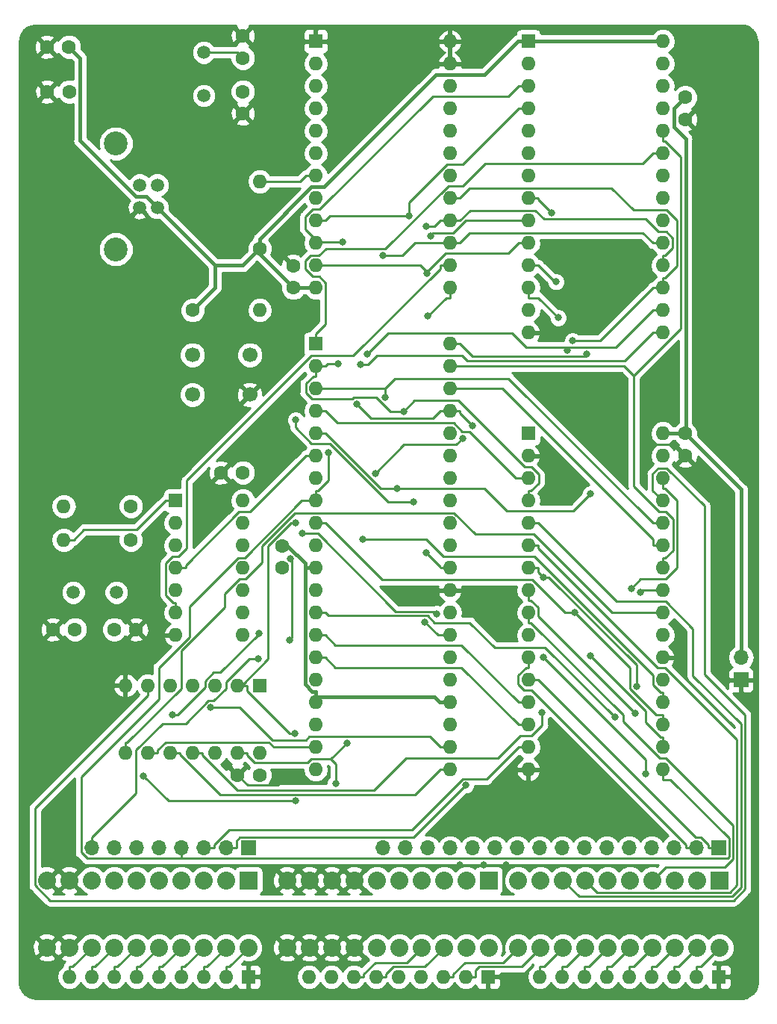
<source format=gbr>
%TF.GenerationSoftware,KiCad,Pcbnew,(5.0.0-rc2-dev-493-gd776eaca8)*%
%TF.CreationDate,2018-09-19T19:52:29-07:00*%
%TF.ProjectId,Z80,5A38302E6B696361645F706362000000,rev?*%
%TF.SameCoordinates,Original*%
%TF.FileFunction,Copper,L2,Bot,Signal*%
%TF.FilePolarity,Positive*%
%FSLAX46Y46*%
G04 Gerber Fmt 4.6, Leading zero omitted, Abs format (unit mm)*
G04 Created by KiCad (PCBNEW (5.0.0-rc2-dev-493-gd776eaca8)) date 09/19/18 19:52:29*
%MOMM*%
%LPD*%
G01*
G04 APERTURE LIST*
%ADD10O,1.700000X1.700000*%
%ADD11R,1.700000X1.700000*%
%ADD12R,2.032000X2.032000*%
%ADD13C,2.032000*%
%ADD14C,1.600000*%
%ADD15C,2.700000*%
%ADD16C,1.520000*%
%ADD17O,1.600000X1.600000*%
%ADD18R,1.600000X1.600000*%
%ADD19C,1.700000*%
%ADD20C,1.500000*%
%ADD21C,0.800000*%
%ADD22C,0.250000*%
%ADD23C,0.400000*%
%ADD24C,0.254000*%
G04 APERTURE END LIST*
D10*
X158750000Y-100330000D03*
D11*
X158750000Y-102870000D03*
D10*
X85090000Y-121920000D03*
X87630000Y-121920000D03*
X90170000Y-121920000D03*
X92710000Y-121920000D03*
X95250000Y-121920000D03*
X97790000Y-121920000D03*
X100330000Y-121920000D03*
D11*
X102870000Y-121920000D03*
D10*
X118110000Y-121920000D03*
X120650000Y-121920000D03*
X123190000Y-121920000D03*
X125730000Y-121920000D03*
X128270000Y-121920000D03*
X130810000Y-121920000D03*
X133350000Y-121920000D03*
X135890000Y-121920000D03*
X138430000Y-121920000D03*
X140970000Y-121920000D03*
X143510000Y-121920000D03*
X146050000Y-121920000D03*
X148590000Y-121920000D03*
X151130000Y-121920000D03*
X153670000Y-121920000D03*
D11*
X156210000Y-121920000D03*
D12*
X102870000Y-125603000D03*
D13*
X100330000Y-125603000D03*
X97790000Y-125603000D03*
X95250000Y-125603000D03*
X85090000Y-133223000D03*
X87630000Y-133223000D03*
X90170000Y-133223000D03*
X92710000Y-133223000D03*
X92710000Y-125603000D03*
X90170000Y-125603000D03*
X87630000Y-125603000D03*
X85090000Y-125603000D03*
X82550000Y-133223000D03*
X80010000Y-133223000D03*
X80010000Y-125603000D03*
X82550000Y-125603000D03*
X95250000Y-133223000D03*
X97790000Y-133223000D03*
X100330000Y-133223000D03*
X102870000Y-133223000D03*
X130112000Y-133223000D03*
X127572000Y-133223000D03*
X125032000Y-133223000D03*
X122492000Y-133223000D03*
X109792000Y-125603000D03*
X107252000Y-125603000D03*
X107252000Y-133223000D03*
X109792000Y-133223000D03*
X112332000Y-125603000D03*
X114872000Y-125603000D03*
X117412000Y-125603000D03*
X119952000Y-125603000D03*
X119952000Y-133223000D03*
X117412000Y-133223000D03*
X114872000Y-133223000D03*
X112332000Y-133223000D03*
X122492000Y-125603000D03*
X125032000Y-125603000D03*
X127572000Y-125603000D03*
D12*
X130112000Y-125603000D03*
D13*
X156337000Y-133223000D03*
X153797000Y-133223000D03*
X151257000Y-133223000D03*
X148717000Y-133223000D03*
X136017000Y-125603000D03*
X133477000Y-125603000D03*
X133477000Y-133223000D03*
X136017000Y-133223000D03*
X138557000Y-125603000D03*
X141097000Y-125603000D03*
X143637000Y-125603000D03*
X146177000Y-125603000D03*
X146177000Y-133223000D03*
X143637000Y-133223000D03*
X141097000Y-133223000D03*
X138557000Y-133223000D03*
X148717000Y-125603000D03*
X151257000Y-125603000D03*
X153797000Y-125603000D03*
D12*
X156337000Y-125603000D03*
D14*
X106680000Y-90170000D03*
X106680000Y-87670000D03*
X83185000Y-97155000D03*
X80685000Y-97155000D03*
X90130000Y-97155000D03*
X87630000Y-97155000D03*
X99735000Y-79375000D03*
X102235000Y-79375000D03*
X152400000Y-36830000D03*
X152400000Y-39330000D03*
X152400000Y-77430000D03*
X152400000Y-74930000D03*
X104140000Y-113665000D03*
X101640000Y-113665000D03*
X107950000Y-55920000D03*
X107950000Y-58420000D03*
X102235000Y-29885000D03*
X102235000Y-32385000D03*
X102235000Y-36195000D03*
X102235000Y-38695000D03*
X82550000Y-36195000D03*
X80050000Y-36195000D03*
X82510000Y-31115000D03*
X80010000Y-31115000D03*
D15*
X87819500Y-54069500D03*
X87819500Y-42069500D03*
D16*
X90519500Y-46799500D03*
X90519500Y-49339500D03*
X92519500Y-49339500D03*
X92519500Y-46799500D03*
D17*
X81915000Y-86995000D03*
D14*
X89535000Y-86995000D03*
X89535000Y-83185000D03*
D17*
X81915000Y-83185000D03*
X104140000Y-46355000D03*
D14*
X104140000Y-53975000D03*
X96520000Y-60960000D03*
D17*
X104140000Y-60960000D03*
X82550000Y-136525000D03*
X85090000Y-136525000D03*
X87630000Y-136525000D03*
X90170000Y-136525000D03*
X92710000Y-136525000D03*
X95250000Y-136525000D03*
X97790000Y-136525000D03*
X100330000Y-136525000D03*
D18*
X102870000Y-136525000D03*
D17*
X109728000Y-136525000D03*
X112268000Y-136525000D03*
X114808000Y-136525000D03*
X117348000Y-136525000D03*
X119888000Y-136525000D03*
X122428000Y-136525000D03*
X124968000Y-136525000D03*
X127508000Y-136525000D03*
D18*
X130048000Y-136525000D03*
X156210000Y-136525000D03*
D17*
X153670000Y-136525000D03*
X151130000Y-136525000D03*
X148590000Y-136525000D03*
X146050000Y-136525000D03*
X143510000Y-136525000D03*
X140970000Y-136525000D03*
X138430000Y-136525000D03*
X135890000Y-136525000D03*
D19*
X96520000Y-66040000D03*
X103020000Y-66040000D03*
X96520000Y-70540000D03*
X103020000Y-70540000D03*
D17*
X102235000Y-82550000D03*
X94615000Y-97790000D03*
X102235000Y-85090000D03*
X94615000Y-95250000D03*
X102235000Y-87630000D03*
X94615000Y-92710000D03*
X102235000Y-90170000D03*
X94615000Y-90170000D03*
X102235000Y-92710000D03*
X94615000Y-87630000D03*
X102235000Y-95250000D03*
X94615000Y-85090000D03*
X102235000Y-97790000D03*
D18*
X94615000Y-82550000D03*
D17*
X125730000Y-30480000D03*
X110490000Y-58420000D03*
X125730000Y-33020000D03*
X110490000Y-55880000D03*
X125730000Y-35560000D03*
X110490000Y-53340000D03*
X125730000Y-38100000D03*
X110490000Y-50800000D03*
X125730000Y-40640000D03*
X110490000Y-48260000D03*
X125730000Y-43180000D03*
X110490000Y-45720000D03*
X125730000Y-45720000D03*
X110490000Y-43180000D03*
X125730000Y-48260000D03*
X110490000Y-40640000D03*
X125730000Y-50800000D03*
X110490000Y-38100000D03*
X125730000Y-53340000D03*
X110490000Y-35560000D03*
X125730000Y-55880000D03*
X110490000Y-33020000D03*
X125730000Y-58420000D03*
D18*
X110490000Y-30480000D03*
D17*
X125730000Y-64770000D03*
X110490000Y-113030000D03*
X125730000Y-67310000D03*
X110490000Y-110490000D03*
X125730000Y-69850000D03*
X110490000Y-107950000D03*
X125730000Y-72390000D03*
X110490000Y-105410000D03*
X125730000Y-74930000D03*
X110490000Y-102870000D03*
X125730000Y-77470000D03*
X110490000Y-100330000D03*
X125730000Y-80010000D03*
X110490000Y-97790000D03*
X125730000Y-82550000D03*
X110490000Y-95250000D03*
X125730000Y-85090000D03*
X110490000Y-92710000D03*
X125730000Y-87630000D03*
X110490000Y-90170000D03*
X125730000Y-90170000D03*
X110490000Y-87630000D03*
X125730000Y-92710000D03*
X110490000Y-85090000D03*
X125730000Y-95250000D03*
X110490000Y-82550000D03*
X125730000Y-97790000D03*
X110490000Y-80010000D03*
X125730000Y-100330000D03*
X110490000Y-77470000D03*
X125730000Y-102870000D03*
X110490000Y-74930000D03*
X125730000Y-105410000D03*
X110490000Y-72390000D03*
X125730000Y-107950000D03*
X110490000Y-69850000D03*
X125730000Y-110490000D03*
X110490000Y-67310000D03*
X125730000Y-113030000D03*
D18*
X110490000Y-64770000D03*
D17*
X149860000Y-30480000D03*
X134620000Y-63500000D03*
X149860000Y-33020000D03*
X134620000Y-60960000D03*
X149860000Y-35560000D03*
X134620000Y-58420000D03*
X149860000Y-38100000D03*
X134620000Y-55880000D03*
X149860000Y-40640000D03*
X134620000Y-53340000D03*
X149860000Y-43180000D03*
X134620000Y-50800000D03*
X149860000Y-45720000D03*
X134620000Y-48260000D03*
X149860000Y-48260000D03*
X134620000Y-45720000D03*
X149860000Y-50800000D03*
X134620000Y-43180000D03*
X149860000Y-53340000D03*
X134620000Y-40640000D03*
X149860000Y-55880000D03*
X134620000Y-38100000D03*
X149860000Y-58420000D03*
X134620000Y-35560000D03*
X149860000Y-60960000D03*
X134620000Y-33020000D03*
X149860000Y-63500000D03*
D18*
X134620000Y-30480000D03*
D17*
X149860000Y-74930000D03*
X134620000Y-113030000D03*
X149860000Y-77470000D03*
X134620000Y-110490000D03*
X149860000Y-80010000D03*
X134620000Y-107950000D03*
X149860000Y-82550000D03*
X134620000Y-105410000D03*
X149860000Y-85090000D03*
X134620000Y-102870000D03*
X149860000Y-87630000D03*
X134620000Y-100330000D03*
X149860000Y-90170000D03*
X134620000Y-97790000D03*
X149860000Y-92710000D03*
X134620000Y-95250000D03*
X149860000Y-95250000D03*
X134620000Y-92710000D03*
X149860000Y-97790000D03*
X134620000Y-90170000D03*
X149860000Y-100330000D03*
X134620000Y-87630000D03*
X149860000Y-102870000D03*
X134620000Y-85090000D03*
X149860000Y-105410000D03*
X134620000Y-82550000D03*
X149860000Y-107950000D03*
X134620000Y-80010000D03*
X149860000Y-110490000D03*
X134620000Y-77470000D03*
X149860000Y-113030000D03*
D18*
X134620000Y-74930000D03*
X104140000Y-103505000D03*
D17*
X88900000Y-111125000D03*
X101600000Y-103505000D03*
X91440000Y-111125000D03*
X99060000Y-103505000D03*
X93980000Y-111125000D03*
X96520000Y-103505000D03*
X96520000Y-111125000D03*
X93980000Y-103505000D03*
X99060000Y-111125000D03*
X91440000Y-103505000D03*
X101600000Y-111125000D03*
X88900000Y-103505000D03*
X104140000Y-111125000D03*
D20*
X87874500Y-92964000D03*
X82994500Y-92964000D03*
X97790000Y-31750000D03*
X97790000Y-36630000D03*
D21*
X137740500Y-57738900D03*
X127518800Y-114804200D03*
X137998000Y-61827300D03*
X127171000Y-75461800D03*
X117237600Y-79492800D03*
X115543900Y-67087800D03*
X111932300Y-77123500D03*
X116343700Y-65950400D03*
X139037200Y-65505800D03*
X141650900Y-100170400D03*
X139625100Y-64440100D03*
X139878900Y-95196800D03*
X123016700Y-51436900D03*
X115826000Y-86957800D03*
X94246000Y-106789000D03*
X104025500Y-97581700D03*
X144414200Y-107109200D03*
X103990800Y-100463200D03*
X118112100Y-54765100D03*
X128270000Y-95250000D03*
X127000000Y-118110000D03*
X81280000Y-119380000D03*
X80010000Y-120650000D03*
X82550000Y-120650000D03*
X80010000Y-118110000D03*
X82550000Y-118110000D03*
X132080000Y-120650000D03*
X132080000Y-123820300D03*
X129540000Y-120650000D03*
X129536855Y-123820300D03*
X127000000Y-120650000D03*
X126847000Y-123827484D03*
X106680000Y-114300000D03*
X85090000Y-38100000D03*
X156210000Y-81280000D03*
X134620000Y-68580000D03*
X144780000Y-76200000D03*
X148590000Y-76200000D03*
X106680000Y-63500000D03*
X119717300Y-81167000D03*
X114029100Y-110028300D03*
X112745400Y-114611400D03*
X141675000Y-81762100D03*
X108224900Y-85048000D03*
X108094000Y-108954400D03*
X118368600Y-70856000D03*
X120486700Y-72444900D03*
X113043000Y-67046500D03*
X147300200Y-92936300D03*
X141241400Y-65939300D03*
X115131600Y-71581300D03*
X113565400Y-53260700D03*
X128318000Y-74089700D03*
X121066600Y-50274600D03*
X146903200Y-103584100D03*
X136350400Y-91236000D03*
X146767100Y-106688400D03*
X147953200Y-113511000D03*
X136355200Y-100295700D03*
X137225600Y-49911600D03*
X123516200Y-52523600D03*
X123073000Y-56800800D03*
X122987900Y-88455100D03*
X107638300Y-89122200D03*
X107560100Y-98359900D03*
X124184400Y-95367000D03*
X108960400Y-86279500D03*
X90951300Y-113732300D03*
X108219600Y-116583300D03*
X108213000Y-73409300D03*
X121613000Y-82678600D03*
X122877000Y-96313100D03*
X98598000Y-105974300D03*
X123223100Y-61645100D03*
X146280200Y-92514500D03*
X136191600Y-106561900D03*
D22*
X133494700Y-105410000D02*
X127000000Y-98915300D01*
X127000000Y-98915300D02*
X112740600Y-98915300D01*
X112740600Y-98915300D02*
X111615300Y-97790000D01*
X134620000Y-55880000D02*
X135745300Y-55880000D01*
X135745300Y-55880000D02*
X137604200Y-57738900D01*
X137604200Y-57738900D02*
X137740500Y-57738900D01*
X110490000Y-97790000D02*
X111615300Y-97790000D01*
X134620000Y-105410000D02*
X133494700Y-105410000D01*
X100330000Y-121920000D02*
X101505300Y-121920000D01*
X127518800Y-114804200D02*
X121578300Y-120744700D01*
X121578300Y-120744700D02*
X101872500Y-120744700D01*
X101872500Y-120744700D02*
X101505300Y-121111900D01*
X101505300Y-121111900D02*
X101505300Y-121920000D01*
X110490000Y-100330000D02*
X111615300Y-100330000D01*
X134620000Y-107950000D02*
X133494700Y-107950000D01*
X133494700Y-107950000D02*
X127000000Y-101455300D01*
X127000000Y-101455300D02*
X112740600Y-101455300D01*
X112740600Y-101455300D02*
X111615300Y-100330000D01*
X134620000Y-58420000D02*
X134620000Y-59545300D01*
X134620000Y-59545300D02*
X135716000Y-59545300D01*
X135716000Y-59545300D02*
X137998000Y-61827300D01*
X133494700Y-110490000D02*
X129905800Y-114078900D01*
X129905800Y-114078900D02*
X127218400Y-114078900D01*
X127218400Y-114078900D02*
X121418700Y-119878600D01*
X121418700Y-119878600D02*
X100639400Y-119878600D01*
X100639400Y-119878600D02*
X98965300Y-121552700D01*
X98965300Y-121552700D02*
X98965300Y-121920000D01*
X97790000Y-121920000D02*
X98965300Y-121920000D01*
X134620000Y-110490000D02*
X133494700Y-110490000D01*
X117237600Y-79492800D02*
X120530000Y-76200400D01*
X120530000Y-76200400D02*
X126432400Y-76200400D01*
X126432400Y-76200400D02*
X127171000Y-75461800D01*
X149860000Y-63500000D02*
X148734700Y-63500000D01*
X148734700Y-63500000D02*
X145543700Y-66691000D01*
X145543700Y-66691000D02*
X127646300Y-66691000D01*
X127646300Y-66691000D02*
X127074800Y-66119500D01*
X127074800Y-66119500D02*
X117400100Y-66119500D01*
X117400100Y-66119500D02*
X116431800Y-67087800D01*
X116431800Y-67087800D02*
X115543900Y-67087800D01*
X110490000Y-82550000D02*
X110490000Y-81424700D01*
X110490000Y-81424700D02*
X110771300Y-81424700D01*
X110771300Y-81424700D02*
X111932300Y-80263700D01*
X111932300Y-80263700D02*
X111932300Y-77123500D01*
X110490000Y-82550000D02*
X108907700Y-82550000D01*
X108907700Y-82550000D02*
X102413100Y-89044600D01*
X102413100Y-89044600D02*
X101711900Y-89044600D01*
X101711900Y-89044600D02*
X96190700Y-94565800D01*
X96190700Y-94565800D02*
X96190700Y-97996200D01*
X96190700Y-97996200D02*
X92710000Y-101476900D01*
X92710000Y-101476900D02*
X92710000Y-105055600D01*
X92710000Y-105055600D02*
X83901100Y-113864500D01*
X83901100Y-113864500D02*
X83901100Y-122431100D01*
X83901100Y-122431100D02*
X84565300Y-123095300D01*
X84565300Y-123095300D02*
X95250000Y-123095300D01*
X149860000Y-114155300D02*
X150704000Y-114155300D01*
X150704000Y-114155300D02*
X157385400Y-120836700D01*
X157385400Y-120836700D02*
X157385400Y-122955400D01*
X157385400Y-122955400D02*
X157245500Y-123095300D01*
X157245500Y-123095300D02*
X95250000Y-123095300D01*
X149860000Y-113030000D02*
X149860000Y-114155300D01*
X95250000Y-123095300D02*
X95250000Y-121920000D01*
X82550000Y-136525000D02*
X82550000Y-135399700D01*
X82550000Y-135399700D02*
X82913300Y-135399700D01*
X82913300Y-135399700D02*
X85090000Y-133223000D01*
X85090000Y-136525000D02*
X85090000Y-135399700D01*
X85090000Y-135399700D02*
X85453300Y-135399700D01*
X85453300Y-135399700D02*
X87630000Y-133223000D01*
X87630000Y-136525000D02*
X87630000Y-135399700D01*
X87630000Y-135399700D02*
X87993300Y-135399700D01*
X87993300Y-135399700D02*
X90170000Y-133223000D01*
X90170000Y-136525000D02*
X90170000Y-135399700D01*
X90170000Y-135399700D02*
X90533300Y-135399700D01*
X90533300Y-135399700D02*
X92710000Y-133223000D01*
X139037200Y-65178700D02*
X139037200Y-65505800D01*
X148734700Y-60960000D02*
X144516000Y-65178700D01*
X144516000Y-65178700D02*
X139037200Y-65178700D01*
X139037200Y-65178700D02*
X134353700Y-65178700D01*
X134353700Y-65178700D02*
X132778700Y-63603700D01*
X132778700Y-63603700D02*
X118690400Y-63603700D01*
X118690400Y-63603700D02*
X116343700Y-65950400D01*
X149860000Y-109364700D02*
X149578600Y-109364700D01*
X149578600Y-109364700D02*
X147924700Y-107710800D01*
X147924700Y-107710800D02*
X147924700Y-106444200D01*
X147924700Y-106444200D02*
X141650900Y-100170400D01*
X149860000Y-110490000D02*
X149860000Y-109364700D01*
X149860000Y-60960000D02*
X148734700Y-60960000D01*
X139878900Y-95196800D02*
X146177900Y-101495800D01*
X146177900Y-101495800D02*
X146177900Y-103884500D01*
X146177900Y-103884500D02*
X149118100Y-106824700D01*
X149118100Y-106824700D02*
X149860000Y-106824700D01*
X111615300Y-85090000D02*
X118045800Y-91520500D01*
X118045800Y-91520500D02*
X135059400Y-91520500D01*
X135059400Y-91520500D02*
X138735700Y-95196800D01*
X138735700Y-95196800D02*
X139878900Y-95196800D01*
X149860000Y-58420000D02*
X148734700Y-58420000D01*
X139625100Y-64440100D02*
X142714600Y-64440100D01*
X142714600Y-64440100D02*
X148734700Y-58420000D01*
X126855300Y-48260000D02*
X127980600Y-47134700D01*
X127980600Y-47134700D02*
X144064600Y-47134700D01*
X144064600Y-47134700D02*
X146537400Y-49607500D01*
X146537400Y-49607500D02*
X150297500Y-49607500D01*
X150297500Y-49607500D02*
X151455400Y-50765400D01*
X151455400Y-50765400D02*
X151455400Y-55980600D01*
X151455400Y-55980600D02*
X150141300Y-57294700D01*
X150141300Y-57294700D02*
X149860000Y-57294700D01*
X149860000Y-58420000D02*
X149860000Y-57294700D01*
X125730000Y-48260000D02*
X126855300Y-48260000D01*
X110490000Y-85090000D02*
X111615300Y-85090000D01*
X149860000Y-107950000D02*
X149860000Y-106824700D01*
X125730000Y-50800000D02*
X124604700Y-50800000D01*
X123016700Y-51436900D02*
X123967800Y-51436900D01*
X123967800Y-51436900D02*
X124604700Y-50800000D01*
X125916500Y-50800000D02*
X125730000Y-50800000D01*
X149860000Y-105410000D02*
X149860000Y-104284700D01*
X149860000Y-104284700D02*
X149578600Y-104284700D01*
X149578600Y-104284700D02*
X148734700Y-103440800D01*
X148734700Y-103440800D02*
X148734700Y-102329100D01*
X148734700Y-102329100D02*
X135305600Y-88900000D01*
X135305600Y-88900000D02*
X124943600Y-88900000D01*
X124943600Y-88900000D02*
X123001400Y-86957800D01*
X123001400Y-86957800D02*
X115826000Y-86957800D01*
X104025500Y-97581700D02*
X104025500Y-97656000D01*
X104025500Y-97656000D02*
X99674800Y-102006700D01*
X99674800Y-102006700D02*
X98915900Y-102006700D01*
X98915900Y-102006700D02*
X97934600Y-102988000D01*
X97934600Y-102988000D02*
X97934600Y-103686200D01*
X97934600Y-103686200D02*
X94831800Y-106789000D01*
X94831800Y-106789000D02*
X94246000Y-106789000D01*
X125916500Y-50800000D02*
X126855300Y-50800000D01*
X149860000Y-55880000D02*
X149860000Y-54754700D01*
X126855300Y-50800000D02*
X127982400Y-49672900D01*
X127982400Y-49672900D02*
X135410500Y-49672900D01*
X135410500Y-49672900D02*
X136374500Y-50636900D01*
X136374500Y-50636900D02*
X147896700Y-50636900D01*
X147896700Y-50636900D02*
X149329800Y-52070000D01*
X149329800Y-52070000D02*
X150272200Y-52070000D01*
X150272200Y-52070000D02*
X150985300Y-52783100D01*
X150985300Y-52783100D02*
X150985300Y-53910800D01*
X150985300Y-53910800D02*
X150141400Y-54754700D01*
X150141400Y-54754700D02*
X149860000Y-54754700D01*
X103990800Y-100463200D02*
X102969800Y-100463200D01*
X102969800Y-100463200D02*
X100330000Y-103103000D01*
X100330000Y-103103000D02*
X100330000Y-103840700D01*
X100330000Y-103840700D02*
X98921700Y-105249000D01*
X98921700Y-105249000D02*
X98297600Y-105249000D01*
X98297600Y-105249000D02*
X95725800Y-107820800D01*
X95725800Y-107820800D02*
X93152600Y-107820800D01*
X93152600Y-107820800D02*
X90124100Y-110849300D01*
X90124100Y-110849300D02*
X90124100Y-115710600D01*
X90124100Y-115710600D02*
X85090000Y-120744700D01*
X144414200Y-107109200D02*
X136509600Y-99204600D01*
X136509600Y-99204600D02*
X130791600Y-99204600D01*
X130791600Y-99204600D02*
X127962300Y-96375300D01*
X127962300Y-96375300D02*
X123965000Y-96375300D01*
X123965000Y-96375300D02*
X123177500Y-95587800D01*
X123177500Y-95587800D02*
X111953100Y-95587800D01*
X111953100Y-95587800D02*
X111615300Y-95250000D01*
X118112100Y-54765100D02*
X120336700Y-54765100D01*
X120336700Y-54765100D02*
X121761800Y-53340000D01*
X121761800Y-53340000D02*
X125730000Y-53340000D01*
X110490000Y-95250000D02*
X111615300Y-95250000D01*
X125730000Y-53340000D02*
X126855300Y-53340000D01*
X85090000Y-121920000D02*
X85090000Y-120744700D01*
X148734700Y-53340000D02*
X147609400Y-52214700D01*
X147609400Y-52214700D02*
X127980600Y-52214700D01*
X127980600Y-52214700D02*
X126855300Y-53340000D01*
X149860000Y-53340000D02*
X148734700Y-53340000D01*
X127000000Y-118110000D02*
X129540000Y-118110000D01*
X129540000Y-118110000D02*
X132080000Y-120650000D01*
X106189999Y-114790001D02*
X106680000Y-114300000D01*
X101640000Y-113665000D02*
X102765001Y-114790001D01*
X102765001Y-114790001D02*
X106189999Y-114790001D01*
X134620000Y-68580000D02*
X137160000Y-68580000D01*
X137160000Y-68580000D02*
X144780000Y-76200000D01*
X151170000Y-76200000D02*
X152400000Y-77430000D01*
X148590000Y-76200000D02*
X151170000Y-76200000D01*
X92710000Y-136525000D02*
X92710000Y-135399700D01*
X92710000Y-135399700D02*
X93073300Y-135399700D01*
X93073300Y-135399700D02*
X95250000Y-133223000D01*
X95250000Y-136525000D02*
X95250000Y-135399700D01*
X95250000Y-135399700D02*
X95613300Y-135399700D01*
X95613300Y-135399700D02*
X97790000Y-133223000D01*
X97790000Y-136525000D02*
X97790000Y-135399700D01*
X97790000Y-135399700D02*
X98153300Y-135399700D01*
X98153300Y-135399700D02*
X100330000Y-133223000D01*
X100330000Y-136525000D02*
X100330000Y-135399700D01*
X100330000Y-135399700D02*
X100693300Y-135399700D01*
X100693300Y-135399700D02*
X102870000Y-133223000D01*
X117348000Y-136525000D02*
X118473300Y-136525000D01*
X118473300Y-136525000D02*
X118473300Y-136243600D01*
X118473300Y-136243600D02*
X119317200Y-135399700D01*
X119317200Y-135399700D02*
X122855300Y-135399700D01*
X122855300Y-135399700D02*
X125032000Y-133223000D01*
X114808000Y-136525000D02*
X115933300Y-136525000D01*
X115933300Y-136525000D02*
X115933300Y-136243700D01*
X115933300Y-136243700D02*
X117260900Y-134916100D01*
X117260900Y-134916100D02*
X120798900Y-134916100D01*
X120798900Y-134916100D02*
X122492000Y-133223000D01*
X119717300Y-81167000D02*
X117852300Y-81167000D01*
X117852300Y-81167000D02*
X111615300Y-74930000D01*
X141675000Y-81762100D02*
X139743100Y-83694000D01*
X139743100Y-83694000D02*
X132200600Y-83694000D01*
X132200600Y-83694000D02*
X129673600Y-81167000D01*
X129673600Y-81167000D02*
X119717300Y-81167000D01*
X112203900Y-111853500D02*
X112745400Y-112395000D01*
X112745400Y-112395000D02*
X112745400Y-114611400D01*
X102725300Y-111125000D02*
X102725300Y-111406400D01*
X102725300Y-111406400D02*
X103569200Y-112250300D01*
X103569200Y-112250300D02*
X109601500Y-112250300D01*
X109601500Y-112250300D02*
X109998300Y-111853500D01*
X109998300Y-111853500D02*
X112203900Y-111853500D01*
X112203900Y-111853500D02*
X114029100Y-110028300D01*
X101600000Y-111125000D02*
X102725300Y-111125000D01*
X110490000Y-74930000D02*
X111615300Y-74930000D01*
X102162700Y-103505000D02*
X102162700Y-103411200D01*
X102162700Y-103411200D02*
X105056600Y-100517300D01*
X105056600Y-100517300D02*
X105056600Y-87675000D01*
X105056600Y-87675000D02*
X107683600Y-85048000D01*
X107683600Y-85048000D02*
X108224900Y-85048000D01*
X102162700Y-103505000D02*
X102725300Y-103505000D01*
X101600000Y-103505000D02*
X102162700Y-103505000D01*
X111615300Y-72390000D02*
X112984500Y-73759200D01*
X112984500Y-73759200D02*
X126150700Y-73759200D01*
X126150700Y-73759200D02*
X127127100Y-74735600D01*
X127127100Y-74735600D02*
X127127100Y-74735700D01*
X127127100Y-74735700D02*
X127938300Y-74735700D01*
X127938300Y-74735700D02*
X133212600Y-80010000D01*
X133212600Y-80010000D02*
X133494700Y-80010000D01*
X134620000Y-80010000D02*
X133494700Y-80010000D01*
X110490000Y-72390000D02*
X111615300Y-72390000D01*
X102725300Y-103505000D02*
X102725300Y-104157000D01*
X102725300Y-104157000D02*
X107522700Y-108954400D01*
X107522700Y-108954400D02*
X108094000Y-108954400D01*
X118368600Y-69850000D02*
X118368600Y-70856000D01*
X148734700Y-85090000D02*
X132369400Y-68724700D01*
X132369400Y-68724700D02*
X119493900Y-68724700D01*
X119493900Y-68724700D02*
X118368600Y-69850000D01*
X118368600Y-69850000D02*
X111615300Y-69850000D01*
X110490000Y-69850000D02*
X111615300Y-69850000D01*
X149860000Y-85090000D02*
X148734700Y-85090000D01*
X110490000Y-68435300D02*
X110208600Y-68435300D01*
X110208600Y-68435300D02*
X109364700Y-69279200D01*
X109364700Y-69279200D02*
X109364700Y-70336700D01*
X109364700Y-70336700D02*
X110062900Y-71034900D01*
X110062900Y-71034900D02*
X114652300Y-71034900D01*
X114652300Y-71034900D02*
X114831200Y-70856000D01*
X114831200Y-70856000D02*
X117342900Y-70856000D01*
X117342900Y-70856000D02*
X118931800Y-72444900D01*
X118931800Y-72444900D02*
X120486700Y-72444900D01*
X134620000Y-81424700D02*
X134901300Y-81424700D01*
X134901300Y-81424700D02*
X135779700Y-80546300D01*
X135779700Y-80546300D02*
X135779700Y-79569300D01*
X135779700Y-79569300D02*
X134950400Y-78740000D01*
X134950400Y-78740000D02*
X134222600Y-78740000D01*
X134222600Y-78740000D02*
X126699600Y-71217000D01*
X126699600Y-71217000D02*
X121714600Y-71217000D01*
X121714600Y-71217000D02*
X120486700Y-72444900D01*
X110490000Y-67310000D02*
X110490000Y-68435300D01*
X134620000Y-82550000D02*
X134620000Y-81424700D01*
X110490000Y-67310000D02*
X111615300Y-67310000D01*
X113043000Y-67046500D02*
X111878800Y-67046500D01*
X111878800Y-67046500D02*
X111615300Y-67310000D01*
X110490000Y-64770000D02*
X110490000Y-63644700D01*
X149860000Y-43180000D02*
X148734700Y-43180000D01*
X148734700Y-43180000D02*
X147609400Y-44305300D01*
X147609400Y-44305300D02*
X129680000Y-44305300D01*
X129680000Y-44305300D02*
X127139900Y-46845400D01*
X127139900Y-46845400D02*
X125553100Y-46845400D01*
X125553100Y-46845400D02*
X118412400Y-53986100D01*
X118412400Y-53986100D02*
X111644100Y-53986100D01*
X111644100Y-53986100D02*
X110875600Y-54754600D01*
X110875600Y-54754600D02*
X109935300Y-54754600D01*
X109935300Y-54754600D02*
X109326100Y-55363800D01*
X109326100Y-55363800D02*
X109326100Y-56315500D01*
X109326100Y-56315500D02*
X110160600Y-57150000D01*
X110160600Y-57150000D02*
X110888000Y-57150000D01*
X110888000Y-57150000D02*
X111615300Y-57877300D01*
X111615300Y-57877300D02*
X111615300Y-62519400D01*
X111615300Y-62519400D02*
X110490000Y-63644700D01*
X149860000Y-92710000D02*
X147526500Y-92710000D01*
X147526500Y-92710000D02*
X147300200Y-92936300D01*
X125730000Y-64770000D02*
X126855300Y-64770000D01*
X141241400Y-65939300D02*
X140949500Y-66231200D01*
X140949500Y-66231200D02*
X128316500Y-66231200D01*
X128316500Y-66231200D02*
X126855300Y-64770000D01*
X153670000Y-136525000D02*
X153670000Y-135399700D01*
X153670000Y-135399700D02*
X154160300Y-135399700D01*
X154160300Y-135399700D02*
X156337000Y-133223000D01*
X151130000Y-136525000D02*
X151130000Y-135399700D01*
X151130000Y-135399700D02*
X151620300Y-135399700D01*
X151620300Y-135399700D02*
X153797000Y-133223000D01*
X148590000Y-136525000D02*
X148590000Y-135399700D01*
X148590000Y-135399700D02*
X149080300Y-135399700D01*
X149080300Y-135399700D02*
X151257000Y-133223000D01*
X146050000Y-136525000D02*
X146050000Y-135399700D01*
X146050000Y-135399700D02*
X146540300Y-135399700D01*
X146540300Y-135399700D02*
X148717000Y-133223000D01*
X149860000Y-87630000D02*
X148734700Y-87630000D01*
X148734700Y-87630000D02*
X148734700Y-86926700D01*
X148734700Y-86926700D02*
X131658000Y-69850000D01*
X131658000Y-69850000D02*
X125730000Y-69850000D01*
X149860000Y-40640000D02*
X149860000Y-41765300D01*
X146596900Y-68403500D02*
X145503400Y-67310000D01*
X145503400Y-67310000D02*
X125730000Y-67310000D01*
X149860000Y-41765300D02*
X150141300Y-41765300D01*
X150141300Y-41765300D02*
X151921100Y-43545100D01*
X151921100Y-43545100D02*
X151921100Y-63079300D01*
X151921100Y-63079300D02*
X146596900Y-68403500D01*
X149860000Y-89044700D02*
X150141300Y-89044700D01*
X150141300Y-89044700D02*
X151016100Y-88169900D01*
X151016100Y-88169900D02*
X151016100Y-84654500D01*
X151016100Y-84654500D02*
X150181600Y-83820000D01*
X150181600Y-83820000D02*
X149477300Y-83820000D01*
X149477300Y-83820000D02*
X146596900Y-80939600D01*
X146596900Y-80939600D02*
X146596900Y-68403500D01*
X149860000Y-90170000D02*
X149860000Y-89044700D01*
X124968000Y-136525000D02*
X126093300Y-136525000D01*
X126093300Y-136525000D02*
X126093300Y-136243700D01*
X126093300Y-136243700D02*
X127420900Y-134916100D01*
X127420900Y-134916100D02*
X131783900Y-134916100D01*
X131783900Y-134916100D02*
X133477000Y-133223000D01*
X127508000Y-136525000D02*
X128633300Y-136525000D01*
X128633300Y-136525000D02*
X128633300Y-135821600D01*
X128633300Y-135821600D02*
X129055200Y-135399700D01*
X129055200Y-135399700D02*
X133840300Y-135399700D01*
X133840300Y-135399700D02*
X136017000Y-133223000D01*
X110685800Y-53144200D02*
X109341000Y-51799400D01*
X109341000Y-51799400D02*
X109341000Y-50334000D01*
X109341000Y-50334000D02*
X110145000Y-49530000D01*
X110145000Y-49530000D02*
X110958800Y-49530000D01*
X110958800Y-49530000D02*
X123803500Y-36685300D01*
X123803500Y-36685300D02*
X132369400Y-36685300D01*
X132369400Y-36685300D02*
X133494700Y-35560000D01*
X113565400Y-53260700D02*
X110802300Y-53260700D01*
X110802300Y-53260700D02*
X110685800Y-53144200D01*
X110490000Y-53340000D02*
X110685800Y-53144200D01*
X125730000Y-72390000D02*
X124604700Y-72390000D01*
X115131600Y-71581300D02*
X116744100Y-73193800D01*
X116744100Y-73193800D02*
X123800900Y-73193800D01*
X123800900Y-73193800D02*
X124604700Y-72390000D01*
X125730000Y-72390000D02*
X126855300Y-72390000D01*
X128318000Y-74089700D02*
X126855300Y-72627000D01*
X126855300Y-72627000D02*
X126855300Y-72390000D01*
X134620000Y-85090000D02*
X135745300Y-85090000D01*
X135745300Y-85090000D02*
X144635300Y-93980000D01*
X144635300Y-93980000D02*
X150189000Y-93980000D01*
X150189000Y-93980000D02*
X153273200Y-97064200D01*
X153273200Y-97064200D02*
X153273200Y-102407300D01*
X153273200Y-102407300D02*
X158745800Y-107879900D01*
X158745800Y-107879900D02*
X158745800Y-126375600D01*
X158745800Y-126375600D02*
X157709900Y-127411500D01*
X157709900Y-127411500D02*
X140365500Y-127411500D01*
X140365500Y-127411500D02*
X138557000Y-125603000D01*
X134620000Y-35560000D02*
X133494700Y-35560000D01*
X134620000Y-38100000D02*
X133494700Y-38100000D01*
X133494700Y-38100000D02*
X127144700Y-44450000D01*
X127144700Y-44450000D02*
X125375800Y-44450000D01*
X125375800Y-44450000D02*
X121066600Y-48759200D01*
X121066600Y-48759200D02*
X121066600Y-50274600D01*
X110490000Y-50800000D02*
X111615300Y-50800000D01*
X121066600Y-50274600D02*
X112140700Y-50274600D01*
X112140700Y-50274600D02*
X111615300Y-50800000D01*
X134620000Y-87630000D02*
X135745300Y-87630000D01*
X135745300Y-87630000D02*
X135745300Y-87911300D01*
X135745300Y-87911300D02*
X149303400Y-101469400D01*
X149303400Y-101469400D02*
X150147100Y-101469400D01*
X150147100Y-101469400D02*
X158286000Y-109608300D01*
X158286000Y-109608300D02*
X158286000Y-126159100D01*
X158286000Y-126159100D02*
X157500700Y-126944400D01*
X157500700Y-126944400D02*
X142438400Y-126944400D01*
X142438400Y-126944400D02*
X141097000Y-125603000D01*
X146903200Y-103584100D02*
X146903200Y-101194000D01*
X146903200Y-101194000D02*
X136945200Y-91236000D01*
X136945200Y-91236000D02*
X136350400Y-91236000D01*
X136350400Y-91236000D02*
X135745300Y-90630900D01*
X135745300Y-90630900D02*
X135745300Y-90170000D01*
X134620000Y-90170000D02*
X135745300Y-90170000D01*
X134620000Y-92710000D02*
X134620000Y-93835300D01*
X134620000Y-93835300D02*
X134901400Y-93835300D01*
X134901400Y-93835300D02*
X135745300Y-94679200D01*
X135745300Y-94679200D02*
X135745300Y-95666600D01*
X135745300Y-95666600D02*
X146767100Y-106688400D01*
X143510000Y-136525000D02*
X143510000Y-135399700D01*
X143510000Y-135399700D02*
X144000300Y-135399700D01*
X144000300Y-135399700D02*
X146177000Y-133223000D01*
X140970000Y-136525000D02*
X140970000Y-135399700D01*
X140970000Y-135399700D02*
X141460300Y-135399700D01*
X141460300Y-135399700D02*
X143637000Y-133223000D01*
X138430000Y-136525000D02*
X138430000Y-135399700D01*
X138430000Y-135399700D02*
X138920300Y-135399700D01*
X138920300Y-135399700D02*
X141097000Y-133223000D01*
X135890000Y-136525000D02*
X135890000Y-135399700D01*
X135890000Y-135399700D02*
X136380300Y-135399700D01*
X136380300Y-135399700D02*
X138557000Y-133223000D01*
X134620000Y-96375300D02*
X134901400Y-96375300D01*
X134901400Y-96375300D02*
X145356400Y-106830300D01*
X145356400Y-106830300D02*
X145356400Y-107618000D01*
X145356400Y-107618000D02*
X149498400Y-111760000D01*
X149498400Y-111760000D02*
X150199400Y-111760000D01*
X150199400Y-111760000D02*
X157835700Y-119396300D01*
X157835700Y-119396300D02*
X157835700Y-123154100D01*
X157835700Y-123154100D02*
X156912900Y-124076900D01*
X156912900Y-124076900D02*
X150243100Y-124076900D01*
X150243100Y-124076900D02*
X148717000Y-125603000D01*
X134620000Y-95250000D02*
X134620000Y-96375300D01*
X136355200Y-100295700D02*
X147953200Y-111893700D01*
X147953200Y-111893700D02*
X147953200Y-113511000D01*
X134620000Y-48260000D02*
X135745300Y-48260000D01*
X135745300Y-48260000D02*
X135745300Y-48431300D01*
X135745300Y-48431300D02*
X137225600Y-49911600D01*
X153670000Y-121920000D02*
X152494700Y-121920000D01*
X134620000Y-100330000D02*
X134620000Y-101455300D01*
X134620000Y-101455300D02*
X134338700Y-101455300D01*
X134338700Y-101455300D02*
X133463700Y-102330300D01*
X133463700Y-102330300D02*
X133463700Y-103377100D01*
X133463700Y-103377100D02*
X134082000Y-103995400D01*
X134082000Y-103995400D02*
X134937400Y-103995400D01*
X134937400Y-103995400D02*
X152494700Y-121552700D01*
X152494700Y-121552700D02*
X152494700Y-121920000D01*
X123516200Y-52523600D02*
X123825200Y-52214600D01*
X123825200Y-52214600D02*
X126077600Y-52214600D01*
X126077600Y-52214600D02*
X127492200Y-50800000D01*
X127492200Y-50800000D02*
X134620000Y-50800000D01*
X156210000Y-121920000D02*
X155034700Y-121920000D01*
X134620000Y-102870000D02*
X135745300Y-102870000D01*
X135745300Y-102870000D02*
X153620000Y-120744700D01*
X153620000Y-120744700D02*
X154226800Y-120744700D01*
X154226800Y-120744700D02*
X155034700Y-121552600D01*
X155034700Y-121552600D02*
X155034700Y-121920000D01*
X125730000Y-90170000D02*
X124604700Y-90170000D01*
X123073000Y-56607200D02*
X125214900Y-54465300D01*
X125214900Y-54465300D02*
X132369400Y-54465300D01*
X132369400Y-54465300D02*
X133494700Y-53340000D01*
X111615300Y-55880000D02*
X122345800Y-55880000D01*
X122345800Y-55880000D02*
X123073000Y-56607200D01*
X123073000Y-56800800D02*
X123073000Y-56607200D01*
X124604700Y-90170000D02*
X124604700Y-90071900D01*
X124604700Y-90071900D02*
X122987900Y-88455100D01*
X134620000Y-53340000D02*
X133494700Y-53340000D01*
X110490000Y-55880000D02*
X111615300Y-55880000D01*
D23*
X152400000Y-74930000D02*
X151060300Y-74930000D01*
X152400000Y-36830000D02*
X151143700Y-38086300D01*
X151143700Y-38086300D02*
X151143700Y-40209600D01*
X151143700Y-40209600D02*
X152459100Y-41525000D01*
X152459100Y-41525000D02*
X152459100Y-74870900D01*
X152459100Y-74870900D02*
X152400000Y-74930000D01*
X149860000Y-74930000D02*
X151060300Y-74930000D01*
X125730000Y-105410000D02*
X124529700Y-105410000D01*
X110490000Y-104809800D02*
X123929500Y-104809800D01*
X123929500Y-104809800D02*
X124529700Y-105410000D01*
X110490000Y-104809800D02*
X110490000Y-104209700D01*
X110490000Y-105410000D02*
X110490000Y-104809800D01*
X109289700Y-90170000D02*
X109289700Y-103382500D01*
X109289700Y-103382500D02*
X110116900Y-104209700D01*
X110116900Y-104209700D02*
X110490000Y-104209700D01*
X106680000Y-87670000D02*
X107317900Y-87670000D01*
X107317900Y-87670000D02*
X109289700Y-89641800D01*
X109289700Y-89641800D02*
X109289700Y-90170000D01*
X103822500Y-54292500D02*
X104140000Y-53975000D01*
X99060000Y-55880000D02*
X102235000Y-55880000D01*
X102235000Y-55880000D02*
X103822500Y-54292500D01*
X103822500Y-54292500D02*
X107950000Y-58420000D01*
X99060000Y-55880000D02*
X92519500Y-49339500D01*
X96520000Y-60960000D02*
X99060000Y-58420000D01*
X99060000Y-58420000D02*
X99060000Y-55880000D01*
X134620000Y-30480000D02*
X133419700Y-30480000D01*
X104140000Y-53975000D02*
X104140000Y-52866500D01*
X104140000Y-52866500D02*
X110016500Y-46990000D01*
X110016500Y-46990000D02*
X111456700Y-46990000D01*
X111456700Y-46990000D02*
X124156700Y-34290000D01*
X124156700Y-34290000D02*
X129609700Y-34290000D01*
X129609700Y-34290000D02*
X133419700Y-30480000D01*
X82510000Y-31115000D02*
X83775600Y-32380600D01*
X83775600Y-32380600D02*
X83775600Y-41718800D01*
X83775600Y-41718800D02*
X90126300Y-48069500D01*
X90126300Y-48069500D02*
X91249500Y-48069500D01*
X91249500Y-48069500D02*
X92519500Y-49339500D01*
X152400000Y-74930000D02*
X158750000Y-81280000D01*
X158750000Y-81280000D02*
X158750000Y-100330000D01*
X110490000Y-90170000D02*
X109289700Y-90170000D01*
X134620000Y-30480000D02*
X149860000Y-30480000D01*
X110490000Y-58420000D02*
X107950000Y-58420000D01*
D22*
X81915000Y-86995000D02*
X83040300Y-86995000D01*
X94615000Y-82550000D02*
X93489700Y-82550000D01*
X93489700Y-82550000D02*
X90170000Y-85869700D01*
X90170000Y-85869700D02*
X84165600Y-85869700D01*
X84165600Y-85869700D02*
X83040300Y-86995000D01*
X97790000Y-31750000D02*
X101600000Y-31750000D01*
X101600000Y-31750000D02*
X102235000Y-32385000D01*
X110490000Y-45720000D02*
X109364700Y-45720000D01*
X104140000Y-46355000D02*
X108729700Y-46355000D01*
X108729700Y-46355000D02*
X109364700Y-45720000D01*
X107560100Y-98359900D02*
X107805400Y-98114600D01*
X107805400Y-98114600D02*
X107805400Y-89289300D01*
X107805400Y-89289300D02*
X107638300Y-89122200D01*
X124184400Y-95367000D02*
X123954900Y-95137500D01*
X123954900Y-95137500D02*
X119591300Y-95137500D01*
X119591300Y-95137500D02*
X110733300Y-86279500D01*
X110733300Y-86279500D02*
X108960400Y-86279500D01*
X94615000Y-94124700D02*
X94333600Y-94124700D01*
X94333600Y-94124700D02*
X93489700Y-93280800D01*
X93489700Y-93280800D02*
X93489700Y-89635100D01*
X93489700Y-89635100D02*
X94224800Y-88900000D01*
X94224800Y-88900000D02*
X94949300Y-88900000D01*
X94949300Y-88900000D02*
X95884300Y-87965000D01*
X95884300Y-87965000D02*
X95884300Y-80285200D01*
X95884300Y-80285200D02*
X110026600Y-66142900D01*
X110026600Y-66142900D02*
X114756700Y-66142900D01*
X114756700Y-66142900D02*
X124604700Y-56294900D01*
X124604700Y-56294900D02*
X124604700Y-55880000D01*
X94615000Y-95250000D02*
X94615000Y-94124700D01*
X125730000Y-55880000D02*
X124604700Y-55880000D01*
X108219600Y-116583300D02*
X93802300Y-116583300D01*
X93802300Y-116583300D02*
X90951300Y-113732300D01*
X109364700Y-77470000D02*
X103014700Y-83820000D01*
X103014700Y-83820000D02*
X101809000Y-83820000D01*
X101809000Y-83820000D02*
X95740300Y-89888700D01*
X95740300Y-89888700D02*
X95740300Y-90170000D01*
X94615000Y-90170000D02*
X95740300Y-90170000D01*
X110490000Y-77470000D02*
X109364700Y-77470000D01*
X121613000Y-82678600D02*
X118727000Y-82678600D01*
X118727000Y-82678600D02*
X112103800Y-76055400D01*
X112103800Y-76055400D02*
X110018400Y-76055400D01*
X110018400Y-76055400D02*
X108213000Y-74250000D01*
X108213000Y-74250000D02*
X108213000Y-73409300D01*
X125730000Y-97790000D02*
X124353900Y-97790000D01*
X124353900Y-97790000D02*
X122877000Y-96313100D01*
X124604700Y-110490000D02*
X123417700Y-109303000D01*
X123417700Y-109303000D02*
X109753100Y-109303000D01*
X109753100Y-109303000D02*
X109364100Y-109692000D01*
X109364100Y-109692000D02*
X105572400Y-109692000D01*
X105572400Y-109692000D02*
X101854700Y-105974300D01*
X101854700Y-105974300D02*
X98598000Y-105974300D01*
X125730000Y-110490000D02*
X124604700Y-110490000D01*
X125730000Y-58420000D02*
X125730000Y-59545300D01*
X123223100Y-61645100D02*
X125322900Y-59545300D01*
X125322900Y-59545300D02*
X125730000Y-59545300D01*
X109364700Y-110490000D02*
X105733400Y-110490000D01*
X105733400Y-110490000D02*
X105204300Y-109960900D01*
X105204300Y-109960900D02*
X93448000Y-109960900D01*
X93448000Y-109960900D02*
X92565300Y-110843600D01*
X92565300Y-110843600D02*
X92565300Y-111125000D01*
X91440000Y-111125000D02*
X92565300Y-111125000D01*
X110490000Y-110490000D02*
X109364700Y-110490000D01*
X95105300Y-111125000D02*
X95105300Y-111336000D01*
X95105300Y-111336000D02*
X99618800Y-115849500D01*
X99618800Y-115849500D02*
X121785200Y-115849500D01*
X121785200Y-115849500D02*
X124604700Y-113030000D01*
X125730000Y-113030000D02*
X124604700Y-113030000D01*
X93980000Y-111125000D02*
X95105300Y-111125000D01*
X149860000Y-95250000D02*
X144099700Y-95250000D01*
X144099700Y-95250000D02*
X135209700Y-86360000D01*
X135209700Y-86360000D02*
X128591500Y-86360000D01*
X128591500Y-86360000D02*
X126164500Y-83933000D01*
X126164500Y-83933000D02*
X108161700Y-83933000D01*
X108161700Y-83933000D02*
X104426700Y-87668000D01*
X104426700Y-87668000D02*
X104426700Y-89575900D01*
X104426700Y-89575900D02*
X102562600Y-91440000D01*
X102562600Y-91440000D02*
X101857200Y-91440000D01*
X101857200Y-91440000D02*
X100175500Y-93121700D01*
X100175500Y-93121700D02*
X100175500Y-94648300D01*
X100175500Y-94648300D02*
X95250000Y-99573800D01*
X95250000Y-99573800D02*
X95250000Y-103859000D01*
X95250000Y-103859000D02*
X89109300Y-109999700D01*
X89109300Y-109999700D02*
X88900000Y-109999700D01*
X88900000Y-111125000D02*
X88900000Y-109999700D01*
X96520000Y-111125000D02*
X97645300Y-111125000D01*
X149860000Y-80010000D02*
X149860000Y-81135300D01*
X146280200Y-92514500D02*
X147354700Y-91440000D01*
X147354700Y-91440000D02*
X150205200Y-91440000D01*
X150205200Y-91440000D02*
X151513800Y-90131400D01*
X151513800Y-90131400D02*
X151513800Y-82507800D01*
X151513800Y-82507800D02*
X150141300Y-81135300D01*
X150141300Y-81135300D02*
X149860000Y-81135300D01*
X97645300Y-111125000D02*
X97645300Y-111406300D01*
X97645300Y-111406300D02*
X101606900Y-115367900D01*
X101606900Y-115367900D02*
X117126100Y-115367900D01*
X117126100Y-115367900D02*
X120734000Y-111760000D01*
X120734000Y-111760000D02*
X131131700Y-111760000D01*
X131131700Y-111760000D02*
X133671700Y-109220000D01*
X133671700Y-109220000D02*
X134967800Y-109220000D01*
X134967800Y-109220000D02*
X136191600Y-107996200D01*
X136191600Y-107996200D02*
X136191600Y-106561900D01*
X91440000Y-103505000D02*
X91440000Y-104630300D01*
X91440000Y-104630300D02*
X78643100Y-117427200D01*
X78643100Y-117427200D02*
X78643100Y-126165900D01*
X78643100Y-126165900D02*
X80388200Y-127911000D01*
X80388200Y-127911000D02*
X157886900Y-127911000D01*
X157886900Y-127911000D02*
X159207500Y-126590400D01*
X159207500Y-126590400D02*
X159207500Y-106850800D01*
X159207500Y-106850800D02*
X154579200Y-102222500D01*
X154579200Y-102222500D02*
X154579200Y-83133100D01*
X154579200Y-83133100D02*
X150325400Y-78879300D01*
X150325400Y-78879300D02*
X149347800Y-78879300D01*
X149347800Y-78879300D02*
X148723500Y-79503600D01*
X148723500Y-79503600D02*
X148723500Y-81413500D01*
X148723500Y-81413500D02*
X149860000Y-82550000D01*
D24*
G36*
X101406861Y-28877255D02*
X102235000Y-29705395D01*
X103063139Y-28877255D01*
X102994687Y-28650000D01*
X158705334Y-28650000D01*
X159203698Y-28712958D01*
X159628893Y-28881305D01*
X159998858Y-29150101D01*
X160290356Y-29502462D01*
X160485067Y-29916244D01*
X160577093Y-30398662D01*
X160580000Y-30491164D01*
X160580001Y-137115326D01*
X160517042Y-137613699D01*
X160348697Y-138038889D01*
X160079899Y-138408859D01*
X159727541Y-138700355D01*
X159313756Y-138895067D01*
X158831339Y-138987093D01*
X158738836Y-138990000D01*
X78784667Y-138990000D01*
X78286301Y-138927042D01*
X77861111Y-138758697D01*
X77491141Y-138489899D01*
X77199645Y-138137541D01*
X77004933Y-137723756D01*
X76912907Y-137241339D01*
X76910000Y-137148836D01*
X76910000Y-136525000D01*
X81086887Y-136525000D01*
X81198260Y-137084909D01*
X81515423Y-137559577D01*
X81990091Y-137876740D01*
X82408667Y-137960000D01*
X82691333Y-137960000D01*
X83109909Y-137876740D01*
X83584577Y-137559577D01*
X83820000Y-137207242D01*
X84055423Y-137559577D01*
X84530091Y-137876740D01*
X84948667Y-137960000D01*
X85231333Y-137960000D01*
X85649909Y-137876740D01*
X86124577Y-137559577D01*
X86360000Y-137207242D01*
X86595423Y-137559577D01*
X87070091Y-137876740D01*
X87488667Y-137960000D01*
X87771333Y-137960000D01*
X88189909Y-137876740D01*
X88664577Y-137559577D01*
X88900000Y-137207242D01*
X89135423Y-137559577D01*
X89610091Y-137876740D01*
X90028667Y-137960000D01*
X90311333Y-137960000D01*
X90729909Y-137876740D01*
X91204577Y-137559577D01*
X91440000Y-137207242D01*
X91675423Y-137559577D01*
X92150091Y-137876740D01*
X92568667Y-137960000D01*
X92851333Y-137960000D01*
X93269909Y-137876740D01*
X93744577Y-137559577D01*
X93980000Y-137207242D01*
X94215423Y-137559577D01*
X94690091Y-137876740D01*
X95108667Y-137960000D01*
X95391333Y-137960000D01*
X95809909Y-137876740D01*
X96284577Y-137559577D01*
X96520000Y-137207242D01*
X96755423Y-137559577D01*
X97230091Y-137876740D01*
X97648667Y-137960000D01*
X97931333Y-137960000D01*
X98349909Y-137876740D01*
X98824577Y-137559577D01*
X99060000Y-137207242D01*
X99295423Y-137559577D01*
X99770091Y-137876740D01*
X100188667Y-137960000D01*
X100471333Y-137960000D01*
X100889909Y-137876740D01*
X101364577Y-137559577D01*
X101435734Y-137453083D01*
X101531673Y-137684699D01*
X101710302Y-137863327D01*
X101943691Y-137960000D01*
X102584250Y-137960000D01*
X102743000Y-137801250D01*
X102743000Y-136652000D01*
X102997000Y-136652000D01*
X102997000Y-137801250D01*
X103155750Y-137960000D01*
X103796309Y-137960000D01*
X104029698Y-137863327D01*
X104208327Y-137684699D01*
X104305000Y-137451310D01*
X104305000Y-136810750D01*
X104146250Y-136652000D01*
X102997000Y-136652000D01*
X102743000Y-136652000D01*
X102723000Y-136652000D01*
X102723000Y-136525000D01*
X108264887Y-136525000D01*
X108376260Y-137084909D01*
X108693423Y-137559577D01*
X109168091Y-137876740D01*
X109586667Y-137960000D01*
X109869333Y-137960000D01*
X110287909Y-137876740D01*
X110762577Y-137559577D01*
X110998000Y-137207242D01*
X111233423Y-137559577D01*
X111708091Y-137876740D01*
X112126667Y-137960000D01*
X112409333Y-137960000D01*
X112827909Y-137876740D01*
X113302577Y-137559577D01*
X113538000Y-137207242D01*
X113773423Y-137559577D01*
X114248091Y-137876740D01*
X114666667Y-137960000D01*
X114949333Y-137960000D01*
X115367909Y-137876740D01*
X115842577Y-137559577D01*
X116028786Y-137280896D01*
X116115667Y-137263614D01*
X116313423Y-137559577D01*
X116788091Y-137876740D01*
X117206667Y-137960000D01*
X117489333Y-137960000D01*
X117907909Y-137876740D01*
X118382577Y-137559577D01*
X118568786Y-137280896D01*
X118655667Y-137263614D01*
X118853423Y-137559577D01*
X119328091Y-137876740D01*
X119746667Y-137960000D01*
X120029333Y-137960000D01*
X120447909Y-137876740D01*
X120922577Y-137559577D01*
X121158000Y-137207242D01*
X121393423Y-137559577D01*
X121868091Y-137876740D01*
X122286667Y-137960000D01*
X122569333Y-137960000D01*
X122987909Y-137876740D01*
X123462577Y-137559577D01*
X123698000Y-137207242D01*
X123933423Y-137559577D01*
X124408091Y-137876740D01*
X124826667Y-137960000D01*
X125109333Y-137960000D01*
X125527909Y-137876740D01*
X126002577Y-137559577D01*
X126188786Y-137280896D01*
X126275667Y-137263614D01*
X126473423Y-137559577D01*
X126948091Y-137876740D01*
X127366667Y-137960000D01*
X127649333Y-137960000D01*
X128067909Y-137876740D01*
X128542577Y-137559577D01*
X128613734Y-137453083D01*
X128709673Y-137684699D01*
X128888302Y-137863327D01*
X129121691Y-137960000D01*
X129762250Y-137960000D01*
X129921000Y-137801250D01*
X129921000Y-136652000D01*
X130175000Y-136652000D01*
X130175000Y-137801250D01*
X130333750Y-137960000D01*
X130974309Y-137960000D01*
X131207698Y-137863327D01*
X131386327Y-137684699D01*
X131483000Y-137451310D01*
X131483000Y-136810750D01*
X131324250Y-136652000D01*
X130175000Y-136652000D01*
X129921000Y-136652000D01*
X129901000Y-136652000D01*
X129901000Y-136398000D01*
X129921000Y-136398000D01*
X129921000Y-136378000D01*
X130175000Y-136378000D01*
X130175000Y-136398000D01*
X131324250Y-136398000D01*
X131483000Y-136239250D01*
X131483000Y-136159700D01*
X133765453Y-136159700D01*
X133840300Y-136174588D01*
X133915147Y-136159700D01*
X133915152Y-136159700D01*
X134136837Y-136115604D01*
X134388229Y-135947629D01*
X134430631Y-135884170D01*
X135164774Y-135150027D01*
X135134104Y-135304214D01*
X134855423Y-135490423D01*
X134538260Y-135965091D01*
X134426887Y-136525000D01*
X134538260Y-137084909D01*
X134855423Y-137559577D01*
X135330091Y-137876740D01*
X135748667Y-137960000D01*
X136031333Y-137960000D01*
X136449909Y-137876740D01*
X136924577Y-137559577D01*
X137160000Y-137207242D01*
X137395423Y-137559577D01*
X137870091Y-137876740D01*
X138288667Y-137960000D01*
X138571333Y-137960000D01*
X138989909Y-137876740D01*
X139464577Y-137559577D01*
X139700000Y-137207242D01*
X139935423Y-137559577D01*
X140410091Y-137876740D01*
X140828667Y-137960000D01*
X141111333Y-137960000D01*
X141529909Y-137876740D01*
X142004577Y-137559577D01*
X142240000Y-137207242D01*
X142475423Y-137559577D01*
X142950091Y-137876740D01*
X143368667Y-137960000D01*
X143651333Y-137960000D01*
X144069909Y-137876740D01*
X144544577Y-137559577D01*
X144780000Y-137207242D01*
X145015423Y-137559577D01*
X145490091Y-137876740D01*
X145908667Y-137960000D01*
X146191333Y-137960000D01*
X146609909Y-137876740D01*
X147084577Y-137559577D01*
X147320000Y-137207242D01*
X147555423Y-137559577D01*
X148030091Y-137876740D01*
X148448667Y-137960000D01*
X148731333Y-137960000D01*
X149149909Y-137876740D01*
X149624577Y-137559577D01*
X149860000Y-137207242D01*
X150095423Y-137559577D01*
X150570091Y-137876740D01*
X150988667Y-137960000D01*
X151271333Y-137960000D01*
X151689909Y-137876740D01*
X152164577Y-137559577D01*
X152400000Y-137207242D01*
X152635423Y-137559577D01*
X153110091Y-137876740D01*
X153528667Y-137960000D01*
X153811333Y-137960000D01*
X154229909Y-137876740D01*
X154704577Y-137559577D01*
X154775734Y-137453083D01*
X154871673Y-137684699D01*
X155050302Y-137863327D01*
X155283691Y-137960000D01*
X155924250Y-137960000D01*
X156083000Y-137801250D01*
X156083000Y-136652000D01*
X156337000Y-136652000D01*
X156337000Y-137801250D01*
X156495750Y-137960000D01*
X157136309Y-137960000D01*
X157369698Y-137863327D01*
X157548327Y-137684699D01*
X157645000Y-137451310D01*
X157645000Y-136810750D01*
X157486250Y-136652000D01*
X156337000Y-136652000D01*
X156083000Y-136652000D01*
X156063000Y-136652000D01*
X156063000Y-136398000D01*
X156083000Y-136398000D01*
X156083000Y-135248750D01*
X156337000Y-135248750D01*
X156337000Y-136398000D01*
X157486250Y-136398000D01*
X157645000Y-136239250D01*
X157645000Y-135598690D01*
X157548327Y-135365301D01*
X157369698Y-135186673D01*
X157136309Y-135090000D01*
X156495750Y-135090000D01*
X156337000Y-135248750D01*
X156083000Y-135248750D01*
X155924250Y-135090000D01*
X155544801Y-135090000D01*
X155833379Y-134801423D01*
X156008596Y-134874000D01*
X156665404Y-134874000D01*
X157272216Y-134622650D01*
X157736650Y-134158216D01*
X157988000Y-133551404D01*
X157988000Y-132894596D01*
X157736650Y-132287784D01*
X157272216Y-131823350D01*
X156665404Y-131572000D01*
X156008596Y-131572000D01*
X155401784Y-131823350D01*
X155067000Y-132158134D01*
X154732216Y-131823350D01*
X154125404Y-131572000D01*
X153468596Y-131572000D01*
X152861784Y-131823350D01*
X152527000Y-132158134D01*
X152192216Y-131823350D01*
X151585404Y-131572000D01*
X150928596Y-131572000D01*
X150321784Y-131823350D01*
X149987000Y-132158134D01*
X149652216Y-131823350D01*
X149045404Y-131572000D01*
X148388596Y-131572000D01*
X147781784Y-131823350D01*
X147447000Y-132158134D01*
X147112216Y-131823350D01*
X146505404Y-131572000D01*
X145848596Y-131572000D01*
X145241784Y-131823350D01*
X144907000Y-132158134D01*
X144572216Y-131823350D01*
X143965404Y-131572000D01*
X143308596Y-131572000D01*
X142701784Y-131823350D01*
X142367000Y-132158134D01*
X142032216Y-131823350D01*
X141425404Y-131572000D01*
X140768596Y-131572000D01*
X140161784Y-131823350D01*
X139827000Y-132158134D01*
X139492216Y-131823350D01*
X138885404Y-131572000D01*
X138228596Y-131572000D01*
X137621784Y-131823350D01*
X137287000Y-132158134D01*
X136952216Y-131823350D01*
X136345404Y-131572000D01*
X135688596Y-131572000D01*
X135081784Y-131823350D01*
X134747000Y-132158134D01*
X134412216Y-131823350D01*
X133805404Y-131572000D01*
X133148596Y-131572000D01*
X132541784Y-131823350D01*
X132077350Y-132287784D01*
X131826000Y-132894596D01*
X131826000Y-133551404D01*
X131898577Y-133726621D01*
X131543235Y-134081964D01*
X131763000Y-133551404D01*
X131763000Y-132894596D01*
X131511650Y-132287784D01*
X131047216Y-131823350D01*
X130440404Y-131572000D01*
X129783596Y-131572000D01*
X129176784Y-131823350D01*
X128842000Y-132158134D01*
X128507216Y-131823350D01*
X127900404Y-131572000D01*
X127243596Y-131572000D01*
X126636784Y-131823350D01*
X126302000Y-132158134D01*
X125967216Y-131823350D01*
X125360404Y-131572000D01*
X124703596Y-131572000D01*
X124096784Y-131823350D01*
X123762000Y-132158134D01*
X123427216Y-131823350D01*
X122820404Y-131572000D01*
X122163596Y-131572000D01*
X121556784Y-131823350D01*
X121222000Y-132158134D01*
X120887216Y-131823350D01*
X120280404Y-131572000D01*
X119623596Y-131572000D01*
X119016784Y-131823350D01*
X118682000Y-132158134D01*
X118347216Y-131823350D01*
X117740404Y-131572000D01*
X117083596Y-131572000D01*
X116476784Y-131823350D01*
X116054677Y-132245457D01*
X116036107Y-132238498D01*
X115051605Y-133223000D01*
X116036107Y-134207502D01*
X116054677Y-134200543D01*
X116476784Y-134622650D01*
X116478739Y-134623460D01*
X115704222Y-135397977D01*
X115367909Y-135173260D01*
X114949333Y-135090000D01*
X114666667Y-135090000D01*
X114248091Y-135173260D01*
X113773423Y-135490423D01*
X113538000Y-135842758D01*
X113302577Y-135490423D01*
X112827909Y-135173260D01*
X112409333Y-135090000D01*
X112126667Y-135090000D01*
X111708091Y-135173260D01*
X111233423Y-135490423D01*
X110998000Y-135842758D01*
X110762577Y-135490423D01*
X110287909Y-135173260D01*
X109869333Y-135090000D01*
X109586667Y-135090000D01*
X109168091Y-135173260D01*
X108693423Y-135490423D01*
X108376260Y-135965091D01*
X108264887Y-136525000D01*
X102723000Y-136525000D01*
X102723000Y-136398000D01*
X102743000Y-136398000D01*
X102743000Y-135248750D01*
X102997000Y-135248750D01*
X102997000Y-136398000D01*
X104146250Y-136398000D01*
X104305000Y-136239250D01*
X104305000Y-135598690D01*
X104208327Y-135365301D01*
X104029698Y-135186673D01*
X103796309Y-135090000D01*
X103155750Y-135090000D01*
X102997000Y-135248750D01*
X102743000Y-135248750D01*
X102584250Y-135090000D01*
X102077801Y-135090000D01*
X102366379Y-134801423D01*
X102541596Y-134874000D01*
X103198404Y-134874000D01*
X103805216Y-134622650D01*
X104040759Y-134387107D01*
X106267498Y-134387107D01*
X106368120Y-134655622D01*
X106983642Y-134884816D01*
X107640019Y-134861014D01*
X108135880Y-134655622D01*
X108236502Y-134387107D01*
X108807498Y-134387107D01*
X108908120Y-134655622D01*
X109523642Y-134884816D01*
X110180019Y-134861014D01*
X110675880Y-134655622D01*
X110776502Y-134387107D01*
X111347498Y-134387107D01*
X111448120Y-134655622D01*
X112063642Y-134884816D01*
X112720019Y-134861014D01*
X113215880Y-134655622D01*
X113316502Y-134387107D01*
X113887498Y-134387107D01*
X113988120Y-134655622D01*
X114603642Y-134884816D01*
X115260019Y-134861014D01*
X115755880Y-134655622D01*
X115856502Y-134387107D01*
X114872000Y-133402605D01*
X113887498Y-134387107D01*
X113316502Y-134387107D01*
X112332000Y-133402605D01*
X111347498Y-134387107D01*
X110776502Y-134387107D01*
X109792000Y-133402605D01*
X108807498Y-134387107D01*
X108236502Y-134387107D01*
X107252000Y-133402605D01*
X106267498Y-134387107D01*
X104040759Y-134387107D01*
X104269650Y-134158216D01*
X104521000Y-133551404D01*
X104521000Y-132954642D01*
X105590184Y-132954642D01*
X105613986Y-133611019D01*
X105819378Y-134106880D01*
X106087893Y-134207502D01*
X107072395Y-133223000D01*
X107431605Y-133223000D01*
X108416107Y-134207502D01*
X108522000Y-134167820D01*
X108627893Y-134207502D01*
X109612395Y-133223000D01*
X109971605Y-133223000D01*
X110956107Y-134207502D01*
X111062000Y-134167820D01*
X111167893Y-134207502D01*
X112152395Y-133223000D01*
X112511605Y-133223000D01*
X113496107Y-134207502D01*
X113602000Y-134167820D01*
X113707893Y-134207502D01*
X114692395Y-133223000D01*
X113707893Y-132238498D01*
X113602000Y-132278180D01*
X113496107Y-132238498D01*
X112511605Y-133223000D01*
X112152395Y-133223000D01*
X111167893Y-132238498D01*
X111062000Y-132278180D01*
X110956107Y-132238498D01*
X109971605Y-133223000D01*
X109612395Y-133223000D01*
X108627893Y-132238498D01*
X108522000Y-132278180D01*
X108416107Y-132238498D01*
X107431605Y-133223000D01*
X107072395Y-133223000D01*
X106087893Y-132238498D01*
X105819378Y-132339120D01*
X105590184Y-132954642D01*
X104521000Y-132954642D01*
X104521000Y-132894596D01*
X104269650Y-132287784D01*
X104040759Y-132058893D01*
X106267498Y-132058893D01*
X107252000Y-133043395D01*
X108236502Y-132058893D01*
X108807498Y-132058893D01*
X109792000Y-133043395D01*
X110776502Y-132058893D01*
X111347498Y-132058893D01*
X112332000Y-133043395D01*
X113316502Y-132058893D01*
X113887498Y-132058893D01*
X114872000Y-133043395D01*
X115856502Y-132058893D01*
X115755880Y-131790378D01*
X115140358Y-131561184D01*
X114483981Y-131584986D01*
X113988120Y-131790378D01*
X113887498Y-132058893D01*
X113316502Y-132058893D01*
X113215880Y-131790378D01*
X112600358Y-131561184D01*
X111943981Y-131584986D01*
X111448120Y-131790378D01*
X111347498Y-132058893D01*
X110776502Y-132058893D01*
X110675880Y-131790378D01*
X110060358Y-131561184D01*
X109403981Y-131584986D01*
X108908120Y-131790378D01*
X108807498Y-132058893D01*
X108236502Y-132058893D01*
X108135880Y-131790378D01*
X107520358Y-131561184D01*
X106863981Y-131584986D01*
X106368120Y-131790378D01*
X106267498Y-132058893D01*
X104040759Y-132058893D01*
X103805216Y-131823350D01*
X103198404Y-131572000D01*
X102541596Y-131572000D01*
X101934784Y-131823350D01*
X101600000Y-132158134D01*
X101265216Y-131823350D01*
X100658404Y-131572000D01*
X100001596Y-131572000D01*
X99394784Y-131823350D01*
X99060000Y-132158134D01*
X98725216Y-131823350D01*
X98118404Y-131572000D01*
X97461596Y-131572000D01*
X96854784Y-131823350D01*
X96520000Y-132158134D01*
X96185216Y-131823350D01*
X95578404Y-131572000D01*
X94921596Y-131572000D01*
X94314784Y-131823350D01*
X93980000Y-132158134D01*
X93645216Y-131823350D01*
X93038404Y-131572000D01*
X92381596Y-131572000D01*
X91774784Y-131823350D01*
X91440000Y-132158134D01*
X91105216Y-131823350D01*
X90498404Y-131572000D01*
X89841596Y-131572000D01*
X89234784Y-131823350D01*
X88900000Y-132158134D01*
X88565216Y-131823350D01*
X87958404Y-131572000D01*
X87301596Y-131572000D01*
X86694784Y-131823350D01*
X86360000Y-132158134D01*
X86025216Y-131823350D01*
X85418404Y-131572000D01*
X84761596Y-131572000D01*
X84154784Y-131823350D01*
X83732677Y-132245457D01*
X83714107Y-132238498D01*
X82729605Y-133223000D01*
X82743748Y-133237143D01*
X82564143Y-133416748D01*
X82550000Y-133402605D01*
X81565498Y-134387107D01*
X81666120Y-134655622D01*
X82070358Y-134806143D01*
X82002071Y-134851771D01*
X81834096Y-135103163D01*
X81794104Y-135304214D01*
X81515423Y-135490423D01*
X81198260Y-135965091D01*
X81086887Y-136525000D01*
X76910000Y-136525000D01*
X76910000Y-134387107D01*
X79025498Y-134387107D01*
X79126120Y-134655622D01*
X79741642Y-134884816D01*
X80398019Y-134861014D01*
X80893880Y-134655622D01*
X80994502Y-134387107D01*
X80010000Y-133402605D01*
X79025498Y-134387107D01*
X76910000Y-134387107D01*
X76910000Y-132954642D01*
X78348184Y-132954642D01*
X78371986Y-133611019D01*
X78577378Y-134106880D01*
X78845893Y-134207502D01*
X79830395Y-133223000D01*
X80189605Y-133223000D01*
X81174107Y-134207502D01*
X81280000Y-134167820D01*
X81385893Y-134207502D01*
X82370395Y-133223000D01*
X81385893Y-132238498D01*
X81280000Y-132278180D01*
X81174107Y-132238498D01*
X80189605Y-133223000D01*
X79830395Y-133223000D01*
X78845893Y-132238498D01*
X78577378Y-132339120D01*
X78348184Y-132954642D01*
X76910000Y-132954642D01*
X76910000Y-132058893D01*
X79025498Y-132058893D01*
X80010000Y-133043395D01*
X80994502Y-132058893D01*
X81565498Y-132058893D01*
X82550000Y-133043395D01*
X83534502Y-132058893D01*
X83433880Y-131790378D01*
X82818358Y-131561184D01*
X82161981Y-131584986D01*
X81666120Y-131790378D01*
X81565498Y-132058893D01*
X80994502Y-132058893D01*
X80893880Y-131790378D01*
X80278358Y-131561184D01*
X79621981Y-131584986D01*
X79126120Y-131790378D01*
X79025498Y-132058893D01*
X76910000Y-132058893D01*
X76910000Y-117427200D01*
X77868212Y-117427200D01*
X77883100Y-117502047D01*
X77883101Y-126091048D01*
X77868212Y-126165900D01*
X77883101Y-126240752D01*
X77927197Y-126462437D01*
X78095172Y-126713829D01*
X78158628Y-126756229D01*
X79797871Y-128395473D01*
X79840271Y-128458929D01*
X80091663Y-128626904D01*
X80313348Y-128671000D01*
X80313352Y-128671000D01*
X80388199Y-128685888D01*
X80463046Y-128671000D01*
X157812053Y-128671000D01*
X157886900Y-128685888D01*
X157961747Y-128671000D01*
X157961752Y-128671000D01*
X158183437Y-128626904D01*
X158434829Y-128458929D01*
X158477231Y-128395470D01*
X159691976Y-127180727D01*
X159755429Y-127138329D01*
X159797827Y-127074876D01*
X159797829Y-127074874D01*
X159923403Y-126886938D01*
X159923404Y-126886937D01*
X159967500Y-126665252D01*
X159967500Y-126665248D01*
X159982388Y-126590401D01*
X159967500Y-126515554D01*
X159967500Y-106925648D01*
X159982388Y-106850800D01*
X159967500Y-106775952D01*
X159967500Y-106775948D01*
X159923404Y-106554263D01*
X159755429Y-106302871D01*
X159691973Y-106260471D01*
X157786502Y-104355000D01*
X158464250Y-104355000D01*
X158623000Y-104196250D01*
X158623000Y-102997000D01*
X158877000Y-102997000D01*
X158877000Y-104196250D01*
X159035750Y-104355000D01*
X159726309Y-104355000D01*
X159959698Y-104258327D01*
X160138327Y-104079699D01*
X160235000Y-103846310D01*
X160235000Y-103155750D01*
X160076250Y-102997000D01*
X158877000Y-102997000D01*
X158623000Y-102997000D01*
X157423750Y-102997000D01*
X157265000Y-103155750D01*
X157265000Y-103833499D01*
X155339200Y-101907699D01*
X155339200Y-83207948D01*
X155354088Y-83133100D01*
X155339200Y-83058252D01*
X155339200Y-83058248D01*
X155295104Y-82836563D01*
X155295104Y-82836562D01*
X155169529Y-82648627D01*
X155127129Y-82585171D01*
X155063673Y-82542771D01*
X150958647Y-78437745D01*
X151571861Y-78437745D01*
X151645995Y-78683864D01*
X152183223Y-78876965D01*
X152753454Y-78849778D01*
X153154005Y-78683864D01*
X153228139Y-78437745D01*
X152400000Y-77609605D01*
X151571861Y-78437745D01*
X150958647Y-78437745D01*
X150947009Y-78426108D01*
X151131839Y-78149489D01*
X151146136Y-78184005D01*
X151392255Y-78258139D01*
X152220395Y-77430000D01*
X151392255Y-76601861D01*
X151146136Y-76675995D01*
X151114371Y-76764368D01*
X150894577Y-76435423D01*
X150542242Y-76200000D01*
X150894577Y-75964577D01*
X151027930Y-75765000D01*
X151205604Y-75765000D01*
X151587138Y-76146534D01*
X151652299Y-76173525D01*
X151645995Y-76176136D01*
X151571861Y-76422255D01*
X152400000Y-77250395D01*
X152414143Y-77236253D01*
X152593748Y-77415858D01*
X152579605Y-77430000D01*
X153407745Y-78258139D01*
X153653864Y-78184005D01*
X153846965Y-77646777D01*
X153842512Y-77553379D01*
X157915000Y-81625868D01*
X157915001Y-99101935D01*
X157679375Y-99259375D01*
X157351161Y-99750582D01*
X157235908Y-100330000D01*
X157351161Y-100909418D01*
X157679375Y-101400625D01*
X157701033Y-101415096D01*
X157540302Y-101481673D01*
X157361673Y-101660301D01*
X157265000Y-101893690D01*
X157265000Y-102584250D01*
X157423750Y-102743000D01*
X158623000Y-102743000D01*
X158623000Y-102723000D01*
X158877000Y-102723000D01*
X158877000Y-102743000D01*
X160076250Y-102743000D01*
X160235000Y-102584250D01*
X160235000Y-101893690D01*
X160138327Y-101660301D01*
X159959698Y-101481673D01*
X159798967Y-101415096D01*
X159820625Y-101400625D01*
X160148839Y-100909418D01*
X160264092Y-100330000D01*
X160148839Y-99750582D01*
X159820625Y-99259375D01*
X159585000Y-99101935D01*
X159585000Y-81362232D01*
X159601357Y-81279999D01*
X159585000Y-81197764D01*
X159585000Y-81197763D01*
X159536552Y-80954199D01*
X159352001Y-80677999D01*
X159282283Y-80631415D01*
X153835000Y-75184133D01*
X153835000Y-74644561D01*
X153616534Y-74117138D01*
X153294100Y-73794704D01*
X153294100Y-41607237D01*
X153310458Y-41525000D01*
X153294100Y-41442763D01*
X153245652Y-41199199D01*
X153061101Y-40922999D01*
X152991383Y-40876415D01*
X152832149Y-40717181D01*
X153154005Y-40583864D01*
X153228139Y-40337745D01*
X152400000Y-39509605D01*
X152385858Y-39523748D01*
X152206253Y-39344143D01*
X152220395Y-39330000D01*
X152579605Y-39330000D01*
X153407745Y-40158139D01*
X153653864Y-40084005D01*
X153846965Y-39546777D01*
X153819778Y-38976546D01*
X153653864Y-38575995D01*
X153407745Y-38501861D01*
X152579605Y-39330000D01*
X152220395Y-39330000D01*
X152206253Y-39315858D01*
X152385858Y-39136252D01*
X152400000Y-39150395D01*
X153228139Y-38322255D01*
X153154005Y-38076136D01*
X153147254Y-38073710D01*
X153212862Y-38046534D01*
X153616534Y-37642862D01*
X153835000Y-37115439D01*
X153835000Y-36544561D01*
X153616534Y-36017138D01*
X153212862Y-35613466D01*
X152685439Y-35395000D01*
X152114561Y-35395000D01*
X151587138Y-35613466D01*
X151244279Y-35956325D01*
X151323113Y-35560000D01*
X151211740Y-35000091D01*
X150894577Y-34525423D01*
X150542242Y-34290000D01*
X150894577Y-34054577D01*
X151211740Y-33579909D01*
X151323113Y-33020000D01*
X151211740Y-32460091D01*
X150894577Y-31985423D01*
X150542242Y-31750000D01*
X150894577Y-31514577D01*
X151211740Y-31039909D01*
X151323113Y-30480000D01*
X151211740Y-29920091D01*
X150894577Y-29445423D01*
X150419909Y-29128260D01*
X150001333Y-29045000D01*
X149718667Y-29045000D01*
X149300091Y-29128260D01*
X148825423Y-29445423D01*
X148692070Y-29645000D01*
X136060478Y-29645000D01*
X136018157Y-29432235D01*
X135877809Y-29222191D01*
X135667765Y-29081843D01*
X135420000Y-29032560D01*
X133820000Y-29032560D01*
X133572235Y-29081843D01*
X133362191Y-29222191D01*
X133221843Y-29432235D01*
X133173015Y-29677711D01*
X133093899Y-29693448D01*
X132817699Y-29877999D01*
X132771115Y-29947717D01*
X129263833Y-33455000D01*
X127086300Y-33455000D01*
X127121904Y-33369039D01*
X126999915Y-33147000D01*
X125857000Y-33147000D01*
X125857000Y-33167000D01*
X125603000Y-33167000D01*
X125603000Y-33147000D01*
X124460085Y-33147000D01*
X124338096Y-33369039D01*
X124373700Y-33455000D01*
X124238932Y-33455000D01*
X124156699Y-33438643D01*
X124074466Y-33455000D01*
X124074463Y-33455000D01*
X123830899Y-33503448D01*
X123554699Y-33687999D01*
X123508115Y-33757717D01*
X111885541Y-45380292D01*
X111841740Y-45160091D01*
X111524577Y-44685423D01*
X111172242Y-44450000D01*
X111524577Y-44214577D01*
X111841740Y-43739909D01*
X111953113Y-43180000D01*
X111841740Y-42620091D01*
X111524577Y-42145423D01*
X111172242Y-41910000D01*
X111524577Y-41674577D01*
X111841740Y-41199909D01*
X111953113Y-40640000D01*
X111841740Y-40080091D01*
X111524577Y-39605423D01*
X111172242Y-39370000D01*
X111524577Y-39134577D01*
X111841740Y-38659909D01*
X111953113Y-38100000D01*
X111841740Y-37540091D01*
X111524577Y-37065423D01*
X111172242Y-36830000D01*
X111524577Y-36594577D01*
X111841740Y-36119909D01*
X111953113Y-35560000D01*
X111841740Y-35000091D01*
X111524577Y-34525423D01*
X111172242Y-34290000D01*
X111524577Y-34054577D01*
X111841740Y-33579909D01*
X111953113Y-33020000D01*
X111841740Y-32460091D01*
X111524577Y-31985423D01*
X111418082Y-31914265D01*
X111649698Y-31818327D01*
X111828327Y-31639699D01*
X111925000Y-31406310D01*
X111925000Y-30829039D01*
X124338096Y-30829039D01*
X124498959Y-31217423D01*
X124874866Y-31632389D01*
X125123367Y-31750000D01*
X124874866Y-31867611D01*
X124498959Y-32282577D01*
X124338096Y-32670961D01*
X124460085Y-32893000D01*
X125603000Y-32893000D01*
X125603000Y-30607000D01*
X125857000Y-30607000D01*
X125857000Y-32893000D01*
X126999915Y-32893000D01*
X127121904Y-32670961D01*
X126961041Y-32282577D01*
X126585134Y-31867611D01*
X126336633Y-31750000D01*
X126585134Y-31632389D01*
X126961041Y-31217423D01*
X127121904Y-30829039D01*
X126999915Y-30607000D01*
X125857000Y-30607000D01*
X125603000Y-30607000D01*
X124460085Y-30607000D01*
X124338096Y-30829039D01*
X111925000Y-30829039D01*
X111925000Y-30765750D01*
X111766250Y-30607000D01*
X110617000Y-30607000D01*
X110617000Y-30627000D01*
X110363000Y-30627000D01*
X110363000Y-30607000D01*
X109213750Y-30607000D01*
X109055000Y-30765750D01*
X109055000Y-31406310D01*
X109151673Y-31639699D01*
X109330302Y-31818327D01*
X109561918Y-31914265D01*
X109455423Y-31985423D01*
X109138260Y-32460091D01*
X109026887Y-33020000D01*
X109138260Y-33579909D01*
X109455423Y-34054577D01*
X109807758Y-34290000D01*
X109455423Y-34525423D01*
X109138260Y-35000091D01*
X109026887Y-35560000D01*
X109138260Y-36119909D01*
X109455423Y-36594577D01*
X109807758Y-36830000D01*
X109455423Y-37065423D01*
X109138260Y-37540091D01*
X109026887Y-38100000D01*
X109138260Y-38659909D01*
X109455423Y-39134577D01*
X109807758Y-39370000D01*
X109455423Y-39605423D01*
X109138260Y-40080091D01*
X109026887Y-40640000D01*
X109138260Y-41199909D01*
X109455423Y-41674577D01*
X109807758Y-41910000D01*
X109455423Y-42145423D01*
X109138260Y-42620091D01*
X109026887Y-43180000D01*
X109138260Y-43739909D01*
X109455423Y-44214577D01*
X109807758Y-44450000D01*
X109455423Y-44685423D01*
X109269214Y-44964104D01*
X109068163Y-45004096D01*
X108816771Y-45172071D01*
X108774371Y-45235527D01*
X108414899Y-45595000D01*
X105358043Y-45595000D01*
X105174577Y-45320423D01*
X104699909Y-45003260D01*
X104281333Y-44920000D01*
X103998667Y-44920000D01*
X103580091Y-45003260D01*
X103105423Y-45320423D01*
X102788260Y-45795091D01*
X102676887Y-46355000D01*
X102788260Y-46914909D01*
X103105423Y-47389577D01*
X103580091Y-47706740D01*
X103998667Y-47790000D01*
X104281333Y-47790000D01*
X104699909Y-47706740D01*
X105174577Y-47389577D01*
X105358043Y-47115000D01*
X108654853Y-47115000D01*
X108701378Y-47124254D01*
X103607718Y-52217915D01*
X103538000Y-52264499D01*
X103491416Y-52334217D01*
X103353448Y-52540700D01*
X103305910Y-52779694D01*
X102923466Y-53162138D01*
X102705000Y-53689561D01*
X102705000Y-54229132D01*
X101889133Y-55045000D01*
X99405868Y-55045000D01*
X93914500Y-49553633D01*
X93914500Y-49062017D01*
X93702124Y-48549296D01*
X93309704Y-48156876D01*
X93098760Y-48069500D01*
X93309704Y-47982124D01*
X93702124Y-47589704D01*
X93914500Y-47076983D01*
X93914500Y-46522017D01*
X93702124Y-46009296D01*
X93309704Y-45616876D01*
X92796983Y-45404500D01*
X92242017Y-45404500D01*
X91729296Y-45616876D01*
X91519500Y-45826672D01*
X91309704Y-45616876D01*
X90796983Y-45404500D01*
X90242017Y-45404500D01*
X89729296Y-45616876D01*
X89336876Y-46009296D01*
X89310541Y-46072874D01*
X87198481Y-43960814D01*
X87424659Y-44054500D01*
X88214341Y-44054500D01*
X88943912Y-43752301D01*
X89502301Y-43193912D01*
X89804500Y-42464341D01*
X89804500Y-41674659D01*
X89502301Y-40945088D01*
X88943912Y-40386699D01*
X88214341Y-40084500D01*
X87424659Y-40084500D01*
X86695088Y-40386699D01*
X86136699Y-40945088D01*
X85834500Y-41674659D01*
X85834500Y-42464341D01*
X85928186Y-42690519D01*
X84610600Y-41372933D01*
X84610600Y-39702745D01*
X101406861Y-39702745D01*
X101480995Y-39948864D01*
X102018223Y-40141965D01*
X102588454Y-40114778D01*
X102989005Y-39948864D01*
X103063139Y-39702745D01*
X102235000Y-38874605D01*
X101406861Y-39702745D01*
X84610600Y-39702745D01*
X84610600Y-38478223D01*
X100788035Y-38478223D01*
X100815222Y-39048454D01*
X100981136Y-39449005D01*
X101227255Y-39523139D01*
X102055395Y-38695000D01*
X102414605Y-38695000D01*
X103242745Y-39523139D01*
X103488864Y-39449005D01*
X103681965Y-38911777D01*
X103654778Y-38341546D01*
X103488864Y-37940995D01*
X103242745Y-37866861D01*
X102414605Y-38695000D01*
X102055395Y-38695000D01*
X101227255Y-37866861D01*
X100981136Y-37940995D01*
X100788035Y-38478223D01*
X84610600Y-38478223D01*
X84610600Y-36354506D01*
X96405000Y-36354506D01*
X96405000Y-36905494D01*
X96615853Y-37414540D01*
X97005460Y-37804147D01*
X97514506Y-38015000D01*
X98065494Y-38015000D01*
X98574540Y-37804147D01*
X98964147Y-37414540D01*
X99175000Y-36905494D01*
X99175000Y-36354506D01*
X98990699Y-35909561D01*
X100800000Y-35909561D01*
X100800000Y-36480439D01*
X101018466Y-37007862D01*
X101422138Y-37411534D01*
X101487299Y-37438525D01*
X101480995Y-37441136D01*
X101406861Y-37687255D01*
X102235000Y-38515395D01*
X103063139Y-37687255D01*
X102989005Y-37441136D01*
X102982254Y-37438710D01*
X103047862Y-37411534D01*
X103451534Y-37007862D01*
X103670000Y-36480439D01*
X103670000Y-35909561D01*
X103451534Y-35382138D01*
X103047862Y-34978466D01*
X102520439Y-34760000D01*
X101949561Y-34760000D01*
X101422138Y-34978466D01*
X101018466Y-35382138D01*
X100800000Y-35909561D01*
X98990699Y-35909561D01*
X98964147Y-35845460D01*
X98574540Y-35455853D01*
X98065494Y-35245000D01*
X97514506Y-35245000D01*
X97005460Y-35455853D01*
X96615853Y-35845460D01*
X96405000Y-36354506D01*
X84610600Y-36354506D01*
X84610600Y-32462837D01*
X84626958Y-32380600D01*
X84562152Y-32054800D01*
X84562152Y-32054799D01*
X84377601Y-31778599D01*
X84307883Y-31732015D01*
X84050374Y-31474506D01*
X96405000Y-31474506D01*
X96405000Y-32025494D01*
X96615853Y-32534540D01*
X97005460Y-32924147D01*
X97514506Y-33135000D01*
X98065494Y-33135000D01*
X98574540Y-32924147D01*
X98964147Y-32534540D01*
X98974312Y-32510000D01*
X100800000Y-32510000D01*
X100800000Y-32670439D01*
X101018466Y-33197862D01*
X101422138Y-33601534D01*
X101949561Y-33820000D01*
X102520439Y-33820000D01*
X103047862Y-33601534D01*
X103451534Y-33197862D01*
X103670000Y-32670439D01*
X103670000Y-32099561D01*
X103451534Y-31572138D01*
X103047862Y-31168466D01*
X102982701Y-31141475D01*
X102989005Y-31138864D01*
X103063139Y-30892745D01*
X102235000Y-30064605D01*
X101406861Y-30892745D01*
X101436155Y-30990000D01*
X98974312Y-30990000D01*
X98964147Y-30965460D01*
X98574540Y-30575853D01*
X98065494Y-30365000D01*
X97514506Y-30365000D01*
X97005460Y-30575853D01*
X96615853Y-30965460D01*
X96405000Y-31474506D01*
X84050374Y-31474506D01*
X83945000Y-31369132D01*
X83945000Y-30829561D01*
X83726534Y-30302138D01*
X83322862Y-29898466D01*
X82795439Y-29680000D01*
X82224561Y-29680000D01*
X81697138Y-29898466D01*
X81293466Y-30302138D01*
X81266475Y-30367299D01*
X81263864Y-30360995D01*
X81017745Y-30286861D01*
X80189605Y-31115000D01*
X81017745Y-31943139D01*
X81263864Y-31869005D01*
X81266290Y-31862254D01*
X81293466Y-31927862D01*
X81697138Y-32331534D01*
X82224561Y-32550000D01*
X82764132Y-32550000D01*
X82940600Y-32726468D01*
X82940600Y-34803559D01*
X82835439Y-34760000D01*
X82264561Y-34760000D01*
X81737138Y-34978466D01*
X81333466Y-35382138D01*
X81306475Y-35447299D01*
X81303864Y-35440995D01*
X81057745Y-35366861D01*
X80229605Y-36195000D01*
X81057745Y-37023139D01*
X81303864Y-36949005D01*
X81306290Y-36942254D01*
X81333466Y-37007862D01*
X81737138Y-37411534D01*
X82264561Y-37630000D01*
X82835439Y-37630000D01*
X82940601Y-37586441D01*
X82940601Y-41636562D01*
X82924243Y-41718800D01*
X82989048Y-42044600D01*
X83009361Y-42075000D01*
X83173600Y-42320801D01*
X83243318Y-42367385D01*
X89443957Y-48568025D01*
X89298758Y-48609559D01*
X89112345Y-49132280D01*
X89140159Y-49686549D01*
X89298758Y-50069441D01*
X89540736Y-50138659D01*
X90339895Y-49339500D01*
X90325753Y-49325358D01*
X90505358Y-49145753D01*
X90519500Y-49159895D01*
X90533643Y-49145753D01*
X90713248Y-49325358D01*
X90699105Y-49339500D01*
X91229090Y-49869485D01*
X91336876Y-50129704D01*
X91729296Y-50522124D01*
X92242017Y-50734500D01*
X92733633Y-50734500D01*
X98225001Y-56225869D01*
X98225000Y-58074131D01*
X96774132Y-59525000D01*
X96234561Y-59525000D01*
X95707138Y-59743466D01*
X95303466Y-60147138D01*
X95085000Y-60674561D01*
X95085000Y-61245439D01*
X95303466Y-61772862D01*
X95707138Y-62176534D01*
X96234561Y-62395000D01*
X96805439Y-62395000D01*
X97332862Y-62176534D01*
X97736534Y-61772862D01*
X97955000Y-61245439D01*
X97955000Y-60960000D01*
X102676887Y-60960000D01*
X102788260Y-61519909D01*
X103105423Y-61994577D01*
X103580091Y-62311740D01*
X103998667Y-62395000D01*
X104281333Y-62395000D01*
X104699909Y-62311740D01*
X105174577Y-61994577D01*
X105491740Y-61519909D01*
X105603113Y-60960000D01*
X105491740Y-60400091D01*
X105174577Y-59925423D01*
X104699909Y-59608260D01*
X104281333Y-59525000D01*
X103998667Y-59525000D01*
X103580091Y-59608260D01*
X103105423Y-59925423D01*
X102788260Y-60400091D01*
X102676887Y-60960000D01*
X97955000Y-60960000D01*
X97955000Y-60705868D01*
X99592286Y-59068583D01*
X99662001Y-59022001D01*
X99846552Y-58745801D01*
X99895000Y-58502237D01*
X99895000Y-58502234D01*
X99911357Y-58420001D01*
X99895000Y-58337768D01*
X99895000Y-56715000D01*
X102152767Y-56715000D01*
X102235000Y-56731357D01*
X102317233Y-56715000D01*
X102317237Y-56715000D01*
X102560801Y-56666552D01*
X102837001Y-56482001D01*
X102883587Y-56412280D01*
X103822500Y-55473367D01*
X106515000Y-58165869D01*
X106515000Y-58705439D01*
X106733466Y-59232862D01*
X107137138Y-59636534D01*
X107664561Y-59855000D01*
X108235439Y-59855000D01*
X108762862Y-59636534D01*
X109144396Y-59255000D01*
X109322070Y-59255000D01*
X109455423Y-59454577D01*
X109930091Y-59771740D01*
X110348667Y-59855000D01*
X110631333Y-59855000D01*
X110855300Y-59810450D01*
X110855301Y-62204597D01*
X110005528Y-63054371D01*
X109942072Y-63096771D01*
X109899672Y-63160227D01*
X109899671Y-63160228D01*
X109801492Y-63307163D01*
X109791204Y-63322560D01*
X109690000Y-63322560D01*
X109442235Y-63371843D01*
X109232191Y-63512191D01*
X109091843Y-63722235D01*
X109042560Y-63970000D01*
X109042560Y-65570000D01*
X109091843Y-65817765D01*
X109165980Y-65928717D01*
X104508550Y-70586148D01*
X104490315Y-70178542D01*
X104315259Y-69755920D01*
X104063958Y-69675647D01*
X103199605Y-70540000D01*
X103213748Y-70554143D01*
X103034143Y-70733748D01*
X103020000Y-70719605D01*
X102155647Y-71583958D01*
X102235920Y-71835259D01*
X102791279Y-72036718D01*
X103070470Y-72024228D01*
X95399828Y-79694871D01*
X95336372Y-79737271D01*
X95168397Y-79988663D01*
X95149607Y-80083129D01*
X95109412Y-80285200D01*
X95124301Y-80360052D01*
X95124301Y-81102560D01*
X93815000Y-81102560D01*
X93567235Y-81151843D01*
X93357191Y-81292191D01*
X93216843Y-81502235D01*
X93167560Y-81750000D01*
X93167560Y-81851203D01*
X93051752Y-81928584D01*
X92941771Y-82002071D01*
X92899371Y-82065527D01*
X89855199Y-85109700D01*
X84240448Y-85109700D01*
X84165600Y-85094812D01*
X84090752Y-85109700D01*
X84090748Y-85109700D01*
X83869063Y-85153796D01*
X83617671Y-85321771D01*
X83575271Y-85385227D01*
X82969804Y-85990695D01*
X82949577Y-85960423D01*
X82474909Y-85643260D01*
X82056333Y-85560000D01*
X81773667Y-85560000D01*
X81355091Y-85643260D01*
X80880423Y-85960423D01*
X80563260Y-86435091D01*
X80451887Y-86995000D01*
X80563260Y-87554909D01*
X80880423Y-88029577D01*
X81355091Y-88346740D01*
X81773667Y-88430000D01*
X82056333Y-88430000D01*
X82474909Y-88346740D01*
X82949577Y-88029577D01*
X83135786Y-87750896D01*
X83336837Y-87710904D01*
X83588229Y-87542929D01*
X83630631Y-87479470D01*
X84480402Y-86629700D01*
X88133080Y-86629700D01*
X88100000Y-86709561D01*
X88100000Y-87280439D01*
X88318466Y-87807862D01*
X88722138Y-88211534D01*
X89249561Y-88430000D01*
X89820439Y-88430000D01*
X90347862Y-88211534D01*
X90751534Y-87807862D01*
X90970000Y-87280439D01*
X90970000Y-86709561D01*
X90804498Y-86310003D01*
X93336964Y-83777538D01*
X93357191Y-83807809D01*
X93567235Y-83948157D01*
X93701106Y-83974785D01*
X93580423Y-84055423D01*
X93263260Y-84530091D01*
X93151887Y-85090000D01*
X93263260Y-85649909D01*
X93580423Y-86124577D01*
X93932758Y-86360000D01*
X93580423Y-86595423D01*
X93263260Y-87070091D01*
X93151887Y-87630000D01*
X93263260Y-88189909D01*
X93502316Y-88547682D01*
X93005227Y-89044771D01*
X92941772Y-89087171D01*
X92899372Y-89150627D01*
X92899371Y-89150628D01*
X92773797Y-89338563D01*
X92714812Y-89635100D01*
X92729701Y-89709952D01*
X92729700Y-93205953D01*
X92714812Y-93280800D01*
X92729700Y-93355647D01*
X92729700Y-93355651D01*
X92773796Y-93577336D01*
X92941771Y-93828729D01*
X93005230Y-93871131D01*
X93487937Y-94353838D01*
X93263260Y-94690091D01*
X93151887Y-95250000D01*
X93263260Y-95809909D01*
X93580423Y-96284577D01*
X93964108Y-96540947D01*
X93759866Y-96637611D01*
X93383959Y-97052577D01*
X93223096Y-97440961D01*
X93345085Y-97663000D01*
X94488000Y-97663000D01*
X94488000Y-97643000D01*
X94742000Y-97643000D01*
X94742000Y-97663000D01*
X94762000Y-97663000D01*
X94762000Y-97917000D01*
X94742000Y-97917000D01*
X94742000Y-97937000D01*
X94488000Y-97937000D01*
X94488000Y-97917000D01*
X93345085Y-97917000D01*
X93223096Y-98139039D01*
X93383959Y-98527423D01*
X93759866Y-98942389D01*
X94038050Y-99074049D01*
X92225530Y-100886569D01*
X92162071Y-100928971D01*
X91994096Y-101180364D01*
X91950000Y-101402049D01*
X91950000Y-101402053D01*
X91935112Y-101476900D01*
X91950000Y-101551747D01*
X91950000Y-102143333D01*
X91581333Y-102070000D01*
X91298667Y-102070000D01*
X90880091Y-102153260D01*
X90405423Y-102470423D01*
X90149053Y-102854108D01*
X90052389Y-102649866D01*
X89637423Y-102273959D01*
X89249039Y-102113096D01*
X89027000Y-102235085D01*
X89027000Y-103378000D01*
X89047000Y-103378000D01*
X89047000Y-103632000D01*
X89027000Y-103632000D01*
X89027000Y-104774915D01*
X89249039Y-104896904D01*
X89637423Y-104736041D01*
X90052389Y-104360134D01*
X90149053Y-104155892D01*
X90405423Y-104539577D01*
X90435694Y-104559804D01*
X78158630Y-116836869D01*
X78095171Y-116879271D01*
X77927196Y-117130664D01*
X77883100Y-117352349D01*
X77883100Y-117352353D01*
X77868212Y-117427200D01*
X76910000Y-117427200D01*
X76910000Y-103854041D01*
X87508086Y-103854041D01*
X87747611Y-104360134D01*
X88162577Y-104736041D01*
X88550961Y-104896904D01*
X88773000Y-104774915D01*
X88773000Y-103632000D01*
X87629371Y-103632000D01*
X87508086Y-103854041D01*
X76910000Y-103854041D01*
X76910000Y-103155959D01*
X87508086Y-103155959D01*
X87629371Y-103378000D01*
X88773000Y-103378000D01*
X88773000Y-102235085D01*
X88550961Y-102113096D01*
X88162577Y-102273959D01*
X87747611Y-102649866D01*
X87508086Y-103155959D01*
X76910000Y-103155959D01*
X76910000Y-98162745D01*
X79856861Y-98162745D01*
X79930995Y-98408864D01*
X80468223Y-98601965D01*
X81038454Y-98574778D01*
X81439005Y-98408864D01*
X81513139Y-98162745D01*
X80685000Y-97334605D01*
X79856861Y-98162745D01*
X76910000Y-98162745D01*
X76910000Y-96938223D01*
X79238035Y-96938223D01*
X79265222Y-97508454D01*
X79431136Y-97909005D01*
X79677255Y-97983139D01*
X80505395Y-97155000D01*
X80864605Y-97155000D01*
X81692745Y-97983139D01*
X81938864Y-97909005D01*
X81941290Y-97902254D01*
X81968466Y-97967862D01*
X82372138Y-98371534D01*
X82899561Y-98590000D01*
X83470439Y-98590000D01*
X83997862Y-98371534D01*
X84401534Y-97967862D01*
X84620000Y-97440439D01*
X84620000Y-96869561D01*
X86195000Y-96869561D01*
X86195000Y-97440439D01*
X86413466Y-97967862D01*
X86817138Y-98371534D01*
X87344561Y-98590000D01*
X87915439Y-98590000D01*
X88442862Y-98371534D01*
X88651651Y-98162745D01*
X89301861Y-98162745D01*
X89375995Y-98408864D01*
X89913223Y-98601965D01*
X90483454Y-98574778D01*
X90884005Y-98408864D01*
X90958139Y-98162745D01*
X90130000Y-97334605D01*
X89301861Y-98162745D01*
X88651651Y-98162745D01*
X88846534Y-97967862D01*
X88873525Y-97902701D01*
X88876136Y-97909005D01*
X89122255Y-97983139D01*
X89950395Y-97155000D01*
X90309605Y-97155000D01*
X91137745Y-97983139D01*
X91383864Y-97909005D01*
X91576965Y-97371777D01*
X91549778Y-96801546D01*
X91383864Y-96400995D01*
X91137745Y-96326861D01*
X90309605Y-97155000D01*
X89950395Y-97155000D01*
X89122255Y-96326861D01*
X88876136Y-96400995D01*
X88873710Y-96407746D01*
X88846534Y-96342138D01*
X88651651Y-96147255D01*
X89301861Y-96147255D01*
X90130000Y-96975395D01*
X90958139Y-96147255D01*
X90884005Y-95901136D01*
X90346777Y-95708035D01*
X89776546Y-95735222D01*
X89375995Y-95901136D01*
X89301861Y-96147255D01*
X88651651Y-96147255D01*
X88442862Y-95938466D01*
X87915439Y-95720000D01*
X87344561Y-95720000D01*
X86817138Y-95938466D01*
X86413466Y-96342138D01*
X86195000Y-96869561D01*
X84620000Y-96869561D01*
X84401534Y-96342138D01*
X83997862Y-95938466D01*
X83470439Y-95720000D01*
X82899561Y-95720000D01*
X82372138Y-95938466D01*
X81968466Y-96342138D01*
X81941475Y-96407299D01*
X81938864Y-96400995D01*
X81692745Y-96326861D01*
X80864605Y-97155000D01*
X80505395Y-97155000D01*
X79677255Y-96326861D01*
X79431136Y-96400995D01*
X79238035Y-96938223D01*
X76910000Y-96938223D01*
X76910000Y-96147255D01*
X79856861Y-96147255D01*
X80685000Y-96975395D01*
X81513139Y-96147255D01*
X81439005Y-95901136D01*
X80901777Y-95708035D01*
X80331546Y-95735222D01*
X79930995Y-95901136D01*
X79856861Y-96147255D01*
X76910000Y-96147255D01*
X76910000Y-92688506D01*
X81609500Y-92688506D01*
X81609500Y-93239494D01*
X81820353Y-93748540D01*
X82209960Y-94138147D01*
X82719006Y-94349000D01*
X83269994Y-94349000D01*
X83779040Y-94138147D01*
X84168647Y-93748540D01*
X84379500Y-93239494D01*
X84379500Y-92688506D01*
X86489500Y-92688506D01*
X86489500Y-93239494D01*
X86700353Y-93748540D01*
X87089960Y-94138147D01*
X87599006Y-94349000D01*
X88149994Y-94349000D01*
X88659040Y-94138147D01*
X89048647Y-93748540D01*
X89259500Y-93239494D01*
X89259500Y-92688506D01*
X89048647Y-92179460D01*
X88659040Y-91789853D01*
X88149994Y-91579000D01*
X87599006Y-91579000D01*
X87089960Y-91789853D01*
X86700353Y-92179460D01*
X86489500Y-92688506D01*
X84379500Y-92688506D01*
X84168647Y-92179460D01*
X83779040Y-91789853D01*
X83269994Y-91579000D01*
X82719006Y-91579000D01*
X82209960Y-91789853D01*
X81820353Y-92179460D01*
X81609500Y-92688506D01*
X76910000Y-92688506D01*
X76910000Y-83185000D01*
X80451887Y-83185000D01*
X80563260Y-83744909D01*
X80880423Y-84219577D01*
X81355091Y-84536740D01*
X81773667Y-84620000D01*
X82056333Y-84620000D01*
X82474909Y-84536740D01*
X82949577Y-84219577D01*
X83266740Y-83744909D01*
X83378113Y-83185000D01*
X83321336Y-82899561D01*
X88100000Y-82899561D01*
X88100000Y-83470439D01*
X88318466Y-83997862D01*
X88722138Y-84401534D01*
X89249561Y-84620000D01*
X89820439Y-84620000D01*
X90347862Y-84401534D01*
X90751534Y-83997862D01*
X90970000Y-83470439D01*
X90970000Y-82899561D01*
X90751534Y-82372138D01*
X90347862Y-81968466D01*
X89820439Y-81750000D01*
X89249561Y-81750000D01*
X88722138Y-81968466D01*
X88318466Y-82372138D01*
X88100000Y-82899561D01*
X83321336Y-82899561D01*
X83266740Y-82625091D01*
X82949577Y-82150423D01*
X82474909Y-81833260D01*
X82056333Y-81750000D01*
X81773667Y-81750000D01*
X81355091Y-81833260D01*
X80880423Y-82150423D01*
X80563260Y-82625091D01*
X80451887Y-83185000D01*
X76910000Y-83185000D01*
X76910000Y-70244615D01*
X95035000Y-70244615D01*
X95035000Y-70835385D01*
X95261078Y-71381185D01*
X95678815Y-71798922D01*
X96224615Y-72025000D01*
X96815385Y-72025000D01*
X97361185Y-71798922D01*
X97778922Y-71381185D01*
X98005000Y-70835385D01*
X98005000Y-70311279D01*
X101523282Y-70311279D01*
X101549685Y-70901458D01*
X101724741Y-71324080D01*
X101976042Y-71404353D01*
X102840395Y-70540000D01*
X101976042Y-69675647D01*
X101724741Y-69755920D01*
X101523282Y-70311279D01*
X98005000Y-70311279D01*
X98005000Y-70244615D01*
X97778922Y-69698815D01*
X97576149Y-69496042D01*
X102155647Y-69496042D01*
X103020000Y-70360395D01*
X103884353Y-69496042D01*
X103804080Y-69244741D01*
X103248721Y-69043282D01*
X102658542Y-69069685D01*
X102235920Y-69244741D01*
X102155647Y-69496042D01*
X97576149Y-69496042D01*
X97361185Y-69281078D01*
X96815385Y-69055000D01*
X96224615Y-69055000D01*
X95678815Y-69281078D01*
X95261078Y-69698815D01*
X95035000Y-70244615D01*
X76910000Y-70244615D01*
X76910000Y-65744615D01*
X95035000Y-65744615D01*
X95035000Y-66335385D01*
X95261078Y-66881185D01*
X95678815Y-67298922D01*
X96224615Y-67525000D01*
X96815385Y-67525000D01*
X97361185Y-67298922D01*
X97778922Y-66881185D01*
X98005000Y-66335385D01*
X98005000Y-65744615D01*
X101535000Y-65744615D01*
X101535000Y-66335385D01*
X101761078Y-66881185D01*
X102178815Y-67298922D01*
X102724615Y-67525000D01*
X103315385Y-67525000D01*
X103861185Y-67298922D01*
X104278922Y-66881185D01*
X104505000Y-66335385D01*
X104505000Y-65744615D01*
X104278922Y-65198815D01*
X103861185Y-64781078D01*
X103315385Y-64555000D01*
X102724615Y-64555000D01*
X102178815Y-64781078D01*
X101761078Y-65198815D01*
X101535000Y-65744615D01*
X98005000Y-65744615D01*
X97778922Y-65198815D01*
X97361185Y-64781078D01*
X96815385Y-64555000D01*
X96224615Y-64555000D01*
X95678815Y-64781078D01*
X95261078Y-65198815D01*
X95035000Y-65744615D01*
X76910000Y-65744615D01*
X76910000Y-53674659D01*
X85834500Y-53674659D01*
X85834500Y-54464341D01*
X86136699Y-55193912D01*
X86695088Y-55752301D01*
X87424659Y-56054500D01*
X88214341Y-56054500D01*
X88943912Y-55752301D01*
X89502301Y-55193912D01*
X89804500Y-54464341D01*
X89804500Y-53674659D01*
X89502301Y-52945088D01*
X88943912Y-52386699D01*
X88214341Y-52084500D01*
X87424659Y-52084500D01*
X86695088Y-52386699D01*
X86136699Y-52945088D01*
X85834500Y-53674659D01*
X76910000Y-53674659D01*
X76910000Y-50318264D01*
X89720341Y-50318264D01*
X89789559Y-50560242D01*
X90312280Y-50746655D01*
X90866549Y-50718841D01*
X91249441Y-50560242D01*
X91318659Y-50318264D01*
X90519500Y-49519105D01*
X89720341Y-50318264D01*
X76910000Y-50318264D01*
X76910000Y-37202745D01*
X79221861Y-37202745D01*
X79295995Y-37448864D01*
X79833223Y-37641965D01*
X80403454Y-37614778D01*
X80804005Y-37448864D01*
X80878139Y-37202745D01*
X80050000Y-36374605D01*
X79221861Y-37202745D01*
X76910000Y-37202745D01*
X76910000Y-35978223D01*
X78603035Y-35978223D01*
X78630222Y-36548454D01*
X78796136Y-36949005D01*
X79042255Y-37023139D01*
X79870395Y-36195000D01*
X79042255Y-35366861D01*
X78796136Y-35440995D01*
X78603035Y-35978223D01*
X76910000Y-35978223D01*
X76910000Y-35187255D01*
X79221861Y-35187255D01*
X80050000Y-36015395D01*
X80878139Y-35187255D01*
X80804005Y-34941136D01*
X80266777Y-34748035D01*
X79696546Y-34775222D01*
X79295995Y-34941136D01*
X79221861Y-35187255D01*
X76910000Y-35187255D01*
X76910000Y-32122745D01*
X79181861Y-32122745D01*
X79255995Y-32368864D01*
X79793223Y-32561965D01*
X80363454Y-32534778D01*
X80764005Y-32368864D01*
X80838139Y-32122745D01*
X80010000Y-31294605D01*
X79181861Y-32122745D01*
X76910000Y-32122745D01*
X76910000Y-30898223D01*
X78563035Y-30898223D01*
X78590222Y-31468454D01*
X78756136Y-31869005D01*
X79002255Y-31943139D01*
X79830395Y-31115000D01*
X79002255Y-30286861D01*
X78756136Y-30360995D01*
X78563035Y-30898223D01*
X76910000Y-30898223D01*
X76910000Y-30524666D01*
X76962731Y-30107255D01*
X79181861Y-30107255D01*
X80010000Y-30935395D01*
X80838139Y-30107255D01*
X80764005Y-29861136D01*
X80227301Y-29668223D01*
X100788035Y-29668223D01*
X100815222Y-30238454D01*
X100981136Y-30639005D01*
X101227255Y-30713139D01*
X102055395Y-29885000D01*
X102414605Y-29885000D01*
X103242745Y-30713139D01*
X103488864Y-30639005D01*
X103681965Y-30101777D01*
X103655834Y-29553690D01*
X109055000Y-29553690D01*
X109055000Y-30194250D01*
X109213750Y-30353000D01*
X110363000Y-30353000D01*
X110363000Y-29203750D01*
X110617000Y-29203750D01*
X110617000Y-30353000D01*
X111766250Y-30353000D01*
X111925000Y-30194250D01*
X111925000Y-30130961D01*
X124338096Y-30130961D01*
X124460085Y-30353000D01*
X125603000Y-30353000D01*
X125603000Y-29209371D01*
X125857000Y-29209371D01*
X125857000Y-30353000D01*
X126999915Y-30353000D01*
X127121904Y-30130961D01*
X126961041Y-29742577D01*
X126585134Y-29327611D01*
X126079041Y-29088086D01*
X125857000Y-29209371D01*
X125603000Y-29209371D01*
X125380959Y-29088086D01*
X124874866Y-29327611D01*
X124498959Y-29742577D01*
X124338096Y-30130961D01*
X111925000Y-30130961D01*
X111925000Y-29553690D01*
X111828327Y-29320301D01*
X111649698Y-29141673D01*
X111416309Y-29045000D01*
X110775750Y-29045000D01*
X110617000Y-29203750D01*
X110363000Y-29203750D01*
X110204250Y-29045000D01*
X109563691Y-29045000D01*
X109330302Y-29141673D01*
X109151673Y-29320301D01*
X109055000Y-29553690D01*
X103655834Y-29553690D01*
X103654778Y-29531546D01*
X103488864Y-29130995D01*
X103242745Y-29056861D01*
X102414605Y-29885000D01*
X102055395Y-29885000D01*
X101227255Y-29056861D01*
X100981136Y-29130995D01*
X100788035Y-29668223D01*
X80227301Y-29668223D01*
X80226777Y-29668035D01*
X79656546Y-29695222D01*
X79255995Y-29861136D01*
X79181861Y-30107255D01*
X76962731Y-30107255D01*
X76972958Y-30026302D01*
X77141305Y-29601107D01*
X77410101Y-29231142D01*
X77762462Y-28939644D01*
X78176244Y-28744933D01*
X78658662Y-28652907D01*
X78751164Y-28650000D01*
X101475313Y-28650000D01*
X101406861Y-28877255D01*
X101406861Y-28877255D01*
G37*
X101406861Y-28877255D02*
X102235000Y-29705395D01*
X103063139Y-28877255D01*
X102994687Y-28650000D01*
X158705334Y-28650000D01*
X159203698Y-28712958D01*
X159628893Y-28881305D01*
X159998858Y-29150101D01*
X160290356Y-29502462D01*
X160485067Y-29916244D01*
X160577093Y-30398662D01*
X160580000Y-30491164D01*
X160580001Y-137115326D01*
X160517042Y-137613699D01*
X160348697Y-138038889D01*
X160079899Y-138408859D01*
X159727541Y-138700355D01*
X159313756Y-138895067D01*
X158831339Y-138987093D01*
X158738836Y-138990000D01*
X78784667Y-138990000D01*
X78286301Y-138927042D01*
X77861111Y-138758697D01*
X77491141Y-138489899D01*
X77199645Y-138137541D01*
X77004933Y-137723756D01*
X76912907Y-137241339D01*
X76910000Y-137148836D01*
X76910000Y-136525000D01*
X81086887Y-136525000D01*
X81198260Y-137084909D01*
X81515423Y-137559577D01*
X81990091Y-137876740D01*
X82408667Y-137960000D01*
X82691333Y-137960000D01*
X83109909Y-137876740D01*
X83584577Y-137559577D01*
X83820000Y-137207242D01*
X84055423Y-137559577D01*
X84530091Y-137876740D01*
X84948667Y-137960000D01*
X85231333Y-137960000D01*
X85649909Y-137876740D01*
X86124577Y-137559577D01*
X86360000Y-137207242D01*
X86595423Y-137559577D01*
X87070091Y-137876740D01*
X87488667Y-137960000D01*
X87771333Y-137960000D01*
X88189909Y-137876740D01*
X88664577Y-137559577D01*
X88900000Y-137207242D01*
X89135423Y-137559577D01*
X89610091Y-137876740D01*
X90028667Y-137960000D01*
X90311333Y-137960000D01*
X90729909Y-137876740D01*
X91204577Y-137559577D01*
X91440000Y-137207242D01*
X91675423Y-137559577D01*
X92150091Y-137876740D01*
X92568667Y-137960000D01*
X92851333Y-137960000D01*
X93269909Y-137876740D01*
X93744577Y-137559577D01*
X93980000Y-137207242D01*
X94215423Y-137559577D01*
X94690091Y-137876740D01*
X95108667Y-137960000D01*
X95391333Y-137960000D01*
X95809909Y-137876740D01*
X96284577Y-137559577D01*
X96520000Y-137207242D01*
X96755423Y-137559577D01*
X97230091Y-137876740D01*
X97648667Y-137960000D01*
X97931333Y-137960000D01*
X98349909Y-137876740D01*
X98824577Y-137559577D01*
X99060000Y-137207242D01*
X99295423Y-137559577D01*
X99770091Y-137876740D01*
X100188667Y-137960000D01*
X100471333Y-137960000D01*
X100889909Y-137876740D01*
X101364577Y-137559577D01*
X101435734Y-137453083D01*
X101531673Y-137684699D01*
X101710302Y-137863327D01*
X101943691Y-137960000D01*
X102584250Y-137960000D01*
X102743000Y-137801250D01*
X102743000Y-136652000D01*
X102997000Y-136652000D01*
X102997000Y-137801250D01*
X103155750Y-137960000D01*
X103796309Y-137960000D01*
X104029698Y-137863327D01*
X104208327Y-137684699D01*
X104305000Y-137451310D01*
X104305000Y-136810750D01*
X104146250Y-136652000D01*
X102997000Y-136652000D01*
X102743000Y-136652000D01*
X102723000Y-136652000D01*
X102723000Y-136525000D01*
X108264887Y-136525000D01*
X108376260Y-137084909D01*
X108693423Y-137559577D01*
X109168091Y-137876740D01*
X109586667Y-137960000D01*
X109869333Y-137960000D01*
X110287909Y-137876740D01*
X110762577Y-137559577D01*
X110998000Y-137207242D01*
X111233423Y-137559577D01*
X111708091Y-137876740D01*
X112126667Y-137960000D01*
X112409333Y-137960000D01*
X112827909Y-137876740D01*
X113302577Y-137559577D01*
X113538000Y-137207242D01*
X113773423Y-137559577D01*
X114248091Y-137876740D01*
X114666667Y-137960000D01*
X114949333Y-137960000D01*
X115367909Y-137876740D01*
X115842577Y-137559577D01*
X116028786Y-137280896D01*
X116115667Y-137263614D01*
X116313423Y-137559577D01*
X116788091Y-137876740D01*
X117206667Y-137960000D01*
X117489333Y-137960000D01*
X117907909Y-137876740D01*
X118382577Y-137559577D01*
X118568786Y-137280896D01*
X118655667Y-137263614D01*
X118853423Y-137559577D01*
X119328091Y-137876740D01*
X119746667Y-137960000D01*
X120029333Y-137960000D01*
X120447909Y-137876740D01*
X120922577Y-137559577D01*
X121158000Y-137207242D01*
X121393423Y-137559577D01*
X121868091Y-137876740D01*
X122286667Y-137960000D01*
X122569333Y-137960000D01*
X122987909Y-137876740D01*
X123462577Y-137559577D01*
X123698000Y-137207242D01*
X123933423Y-137559577D01*
X124408091Y-137876740D01*
X124826667Y-137960000D01*
X125109333Y-137960000D01*
X125527909Y-137876740D01*
X126002577Y-137559577D01*
X126188786Y-137280896D01*
X126275667Y-137263614D01*
X126473423Y-137559577D01*
X126948091Y-137876740D01*
X127366667Y-137960000D01*
X127649333Y-137960000D01*
X128067909Y-137876740D01*
X128542577Y-137559577D01*
X128613734Y-137453083D01*
X128709673Y-137684699D01*
X128888302Y-137863327D01*
X129121691Y-137960000D01*
X129762250Y-137960000D01*
X129921000Y-137801250D01*
X129921000Y-136652000D01*
X130175000Y-136652000D01*
X130175000Y-137801250D01*
X130333750Y-137960000D01*
X130974309Y-137960000D01*
X131207698Y-137863327D01*
X131386327Y-137684699D01*
X131483000Y-137451310D01*
X131483000Y-136810750D01*
X131324250Y-136652000D01*
X130175000Y-136652000D01*
X129921000Y-136652000D01*
X129901000Y-136652000D01*
X129901000Y-136398000D01*
X129921000Y-136398000D01*
X129921000Y-136378000D01*
X130175000Y-136378000D01*
X130175000Y-136398000D01*
X131324250Y-136398000D01*
X131483000Y-136239250D01*
X131483000Y-136159700D01*
X133765453Y-136159700D01*
X133840300Y-136174588D01*
X133915147Y-136159700D01*
X133915152Y-136159700D01*
X134136837Y-136115604D01*
X134388229Y-135947629D01*
X134430631Y-135884170D01*
X135164774Y-135150027D01*
X135134104Y-135304214D01*
X134855423Y-135490423D01*
X134538260Y-135965091D01*
X134426887Y-136525000D01*
X134538260Y-137084909D01*
X134855423Y-137559577D01*
X135330091Y-137876740D01*
X135748667Y-137960000D01*
X136031333Y-137960000D01*
X136449909Y-137876740D01*
X136924577Y-137559577D01*
X137160000Y-137207242D01*
X137395423Y-137559577D01*
X137870091Y-137876740D01*
X138288667Y-137960000D01*
X138571333Y-137960000D01*
X138989909Y-137876740D01*
X139464577Y-137559577D01*
X139700000Y-137207242D01*
X139935423Y-137559577D01*
X140410091Y-137876740D01*
X140828667Y-137960000D01*
X141111333Y-137960000D01*
X141529909Y-137876740D01*
X142004577Y-137559577D01*
X142240000Y-137207242D01*
X142475423Y-137559577D01*
X142950091Y-137876740D01*
X143368667Y-137960000D01*
X143651333Y-137960000D01*
X144069909Y-137876740D01*
X144544577Y-137559577D01*
X144780000Y-137207242D01*
X145015423Y-137559577D01*
X145490091Y-137876740D01*
X145908667Y-137960000D01*
X146191333Y-137960000D01*
X146609909Y-137876740D01*
X147084577Y-137559577D01*
X147320000Y-137207242D01*
X147555423Y-137559577D01*
X148030091Y-137876740D01*
X148448667Y-137960000D01*
X148731333Y-137960000D01*
X149149909Y-137876740D01*
X149624577Y-137559577D01*
X149860000Y-137207242D01*
X150095423Y-137559577D01*
X150570091Y-137876740D01*
X150988667Y-137960000D01*
X151271333Y-137960000D01*
X151689909Y-137876740D01*
X152164577Y-137559577D01*
X152400000Y-137207242D01*
X152635423Y-137559577D01*
X153110091Y-137876740D01*
X153528667Y-137960000D01*
X153811333Y-137960000D01*
X154229909Y-137876740D01*
X154704577Y-137559577D01*
X154775734Y-137453083D01*
X154871673Y-137684699D01*
X155050302Y-137863327D01*
X155283691Y-137960000D01*
X155924250Y-137960000D01*
X156083000Y-137801250D01*
X156083000Y-136652000D01*
X156337000Y-136652000D01*
X156337000Y-137801250D01*
X156495750Y-137960000D01*
X157136309Y-137960000D01*
X157369698Y-137863327D01*
X157548327Y-137684699D01*
X157645000Y-137451310D01*
X157645000Y-136810750D01*
X157486250Y-136652000D01*
X156337000Y-136652000D01*
X156083000Y-136652000D01*
X156063000Y-136652000D01*
X156063000Y-136398000D01*
X156083000Y-136398000D01*
X156083000Y-135248750D01*
X156337000Y-135248750D01*
X156337000Y-136398000D01*
X157486250Y-136398000D01*
X157645000Y-136239250D01*
X157645000Y-135598690D01*
X157548327Y-135365301D01*
X157369698Y-135186673D01*
X157136309Y-135090000D01*
X156495750Y-135090000D01*
X156337000Y-135248750D01*
X156083000Y-135248750D01*
X155924250Y-135090000D01*
X155544801Y-135090000D01*
X155833379Y-134801423D01*
X156008596Y-134874000D01*
X156665404Y-134874000D01*
X157272216Y-134622650D01*
X157736650Y-134158216D01*
X157988000Y-133551404D01*
X157988000Y-132894596D01*
X157736650Y-132287784D01*
X157272216Y-131823350D01*
X156665404Y-131572000D01*
X156008596Y-131572000D01*
X155401784Y-131823350D01*
X155067000Y-132158134D01*
X154732216Y-131823350D01*
X154125404Y-131572000D01*
X153468596Y-131572000D01*
X152861784Y-131823350D01*
X152527000Y-132158134D01*
X152192216Y-131823350D01*
X151585404Y-131572000D01*
X150928596Y-131572000D01*
X150321784Y-131823350D01*
X149987000Y-132158134D01*
X149652216Y-131823350D01*
X149045404Y-131572000D01*
X148388596Y-131572000D01*
X147781784Y-131823350D01*
X147447000Y-132158134D01*
X147112216Y-131823350D01*
X146505404Y-131572000D01*
X145848596Y-131572000D01*
X145241784Y-131823350D01*
X144907000Y-132158134D01*
X144572216Y-131823350D01*
X143965404Y-131572000D01*
X143308596Y-131572000D01*
X142701784Y-131823350D01*
X142367000Y-132158134D01*
X142032216Y-131823350D01*
X141425404Y-131572000D01*
X140768596Y-131572000D01*
X140161784Y-131823350D01*
X139827000Y-132158134D01*
X139492216Y-131823350D01*
X138885404Y-131572000D01*
X138228596Y-131572000D01*
X137621784Y-131823350D01*
X137287000Y-132158134D01*
X136952216Y-131823350D01*
X136345404Y-131572000D01*
X135688596Y-131572000D01*
X135081784Y-131823350D01*
X134747000Y-132158134D01*
X134412216Y-131823350D01*
X133805404Y-131572000D01*
X133148596Y-131572000D01*
X132541784Y-131823350D01*
X132077350Y-132287784D01*
X131826000Y-132894596D01*
X131826000Y-133551404D01*
X131898577Y-133726621D01*
X131543235Y-134081964D01*
X131763000Y-133551404D01*
X131763000Y-132894596D01*
X131511650Y-132287784D01*
X131047216Y-131823350D01*
X130440404Y-131572000D01*
X129783596Y-131572000D01*
X129176784Y-131823350D01*
X128842000Y-132158134D01*
X128507216Y-131823350D01*
X127900404Y-131572000D01*
X127243596Y-131572000D01*
X126636784Y-131823350D01*
X126302000Y-132158134D01*
X125967216Y-131823350D01*
X125360404Y-131572000D01*
X124703596Y-131572000D01*
X124096784Y-131823350D01*
X123762000Y-132158134D01*
X123427216Y-131823350D01*
X122820404Y-131572000D01*
X122163596Y-131572000D01*
X121556784Y-131823350D01*
X121222000Y-132158134D01*
X120887216Y-131823350D01*
X120280404Y-131572000D01*
X119623596Y-131572000D01*
X119016784Y-131823350D01*
X118682000Y-132158134D01*
X118347216Y-131823350D01*
X117740404Y-131572000D01*
X117083596Y-131572000D01*
X116476784Y-131823350D01*
X116054677Y-132245457D01*
X116036107Y-132238498D01*
X115051605Y-133223000D01*
X116036107Y-134207502D01*
X116054677Y-134200543D01*
X116476784Y-134622650D01*
X116478739Y-134623460D01*
X115704222Y-135397977D01*
X115367909Y-135173260D01*
X114949333Y-135090000D01*
X114666667Y-135090000D01*
X114248091Y-135173260D01*
X113773423Y-135490423D01*
X113538000Y-135842758D01*
X113302577Y-135490423D01*
X112827909Y-135173260D01*
X112409333Y-135090000D01*
X112126667Y-135090000D01*
X111708091Y-135173260D01*
X111233423Y-135490423D01*
X110998000Y-135842758D01*
X110762577Y-135490423D01*
X110287909Y-135173260D01*
X109869333Y-135090000D01*
X109586667Y-135090000D01*
X109168091Y-135173260D01*
X108693423Y-135490423D01*
X108376260Y-135965091D01*
X108264887Y-136525000D01*
X102723000Y-136525000D01*
X102723000Y-136398000D01*
X102743000Y-136398000D01*
X102743000Y-135248750D01*
X102997000Y-135248750D01*
X102997000Y-136398000D01*
X104146250Y-136398000D01*
X104305000Y-136239250D01*
X104305000Y-135598690D01*
X104208327Y-135365301D01*
X104029698Y-135186673D01*
X103796309Y-135090000D01*
X103155750Y-135090000D01*
X102997000Y-135248750D01*
X102743000Y-135248750D01*
X102584250Y-135090000D01*
X102077801Y-135090000D01*
X102366379Y-134801423D01*
X102541596Y-134874000D01*
X103198404Y-134874000D01*
X103805216Y-134622650D01*
X104040759Y-134387107D01*
X106267498Y-134387107D01*
X106368120Y-134655622D01*
X106983642Y-134884816D01*
X107640019Y-134861014D01*
X108135880Y-134655622D01*
X108236502Y-134387107D01*
X108807498Y-134387107D01*
X108908120Y-134655622D01*
X109523642Y-134884816D01*
X110180019Y-134861014D01*
X110675880Y-134655622D01*
X110776502Y-134387107D01*
X111347498Y-134387107D01*
X111448120Y-134655622D01*
X112063642Y-134884816D01*
X112720019Y-134861014D01*
X113215880Y-134655622D01*
X113316502Y-134387107D01*
X113887498Y-134387107D01*
X113988120Y-134655622D01*
X114603642Y-134884816D01*
X115260019Y-134861014D01*
X115755880Y-134655622D01*
X115856502Y-134387107D01*
X114872000Y-133402605D01*
X113887498Y-134387107D01*
X113316502Y-134387107D01*
X112332000Y-133402605D01*
X111347498Y-134387107D01*
X110776502Y-134387107D01*
X109792000Y-133402605D01*
X108807498Y-134387107D01*
X108236502Y-134387107D01*
X107252000Y-133402605D01*
X106267498Y-134387107D01*
X104040759Y-134387107D01*
X104269650Y-134158216D01*
X104521000Y-133551404D01*
X104521000Y-132954642D01*
X105590184Y-132954642D01*
X105613986Y-133611019D01*
X105819378Y-134106880D01*
X106087893Y-134207502D01*
X107072395Y-133223000D01*
X107431605Y-133223000D01*
X108416107Y-134207502D01*
X108522000Y-134167820D01*
X108627893Y-134207502D01*
X109612395Y-133223000D01*
X109971605Y-133223000D01*
X110956107Y-134207502D01*
X111062000Y-134167820D01*
X111167893Y-134207502D01*
X112152395Y-133223000D01*
X112511605Y-133223000D01*
X113496107Y-134207502D01*
X113602000Y-134167820D01*
X113707893Y-134207502D01*
X114692395Y-133223000D01*
X113707893Y-132238498D01*
X113602000Y-132278180D01*
X113496107Y-132238498D01*
X112511605Y-133223000D01*
X112152395Y-133223000D01*
X111167893Y-132238498D01*
X111062000Y-132278180D01*
X110956107Y-132238498D01*
X109971605Y-133223000D01*
X109612395Y-133223000D01*
X108627893Y-132238498D01*
X108522000Y-132278180D01*
X108416107Y-132238498D01*
X107431605Y-133223000D01*
X107072395Y-133223000D01*
X106087893Y-132238498D01*
X105819378Y-132339120D01*
X105590184Y-132954642D01*
X104521000Y-132954642D01*
X104521000Y-132894596D01*
X104269650Y-132287784D01*
X104040759Y-132058893D01*
X106267498Y-132058893D01*
X107252000Y-133043395D01*
X108236502Y-132058893D01*
X108807498Y-132058893D01*
X109792000Y-133043395D01*
X110776502Y-132058893D01*
X111347498Y-132058893D01*
X112332000Y-133043395D01*
X113316502Y-132058893D01*
X113887498Y-132058893D01*
X114872000Y-133043395D01*
X115856502Y-132058893D01*
X115755880Y-131790378D01*
X115140358Y-131561184D01*
X114483981Y-131584986D01*
X113988120Y-131790378D01*
X113887498Y-132058893D01*
X113316502Y-132058893D01*
X113215880Y-131790378D01*
X112600358Y-131561184D01*
X111943981Y-131584986D01*
X111448120Y-131790378D01*
X111347498Y-132058893D01*
X110776502Y-132058893D01*
X110675880Y-131790378D01*
X110060358Y-131561184D01*
X109403981Y-131584986D01*
X108908120Y-131790378D01*
X108807498Y-132058893D01*
X108236502Y-132058893D01*
X108135880Y-131790378D01*
X107520358Y-131561184D01*
X106863981Y-131584986D01*
X106368120Y-131790378D01*
X106267498Y-132058893D01*
X104040759Y-132058893D01*
X103805216Y-131823350D01*
X103198404Y-131572000D01*
X102541596Y-131572000D01*
X101934784Y-131823350D01*
X101600000Y-132158134D01*
X101265216Y-131823350D01*
X100658404Y-131572000D01*
X100001596Y-131572000D01*
X99394784Y-131823350D01*
X99060000Y-132158134D01*
X98725216Y-131823350D01*
X98118404Y-131572000D01*
X97461596Y-131572000D01*
X96854784Y-131823350D01*
X96520000Y-132158134D01*
X96185216Y-131823350D01*
X95578404Y-131572000D01*
X94921596Y-131572000D01*
X94314784Y-131823350D01*
X93980000Y-132158134D01*
X93645216Y-131823350D01*
X93038404Y-131572000D01*
X92381596Y-131572000D01*
X91774784Y-131823350D01*
X91440000Y-132158134D01*
X91105216Y-131823350D01*
X90498404Y-131572000D01*
X89841596Y-131572000D01*
X89234784Y-131823350D01*
X88900000Y-132158134D01*
X88565216Y-131823350D01*
X87958404Y-131572000D01*
X87301596Y-131572000D01*
X86694784Y-131823350D01*
X86360000Y-132158134D01*
X86025216Y-131823350D01*
X85418404Y-131572000D01*
X84761596Y-131572000D01*
X84154784Y-131823350D01*
X83732677Y-132245457D01*
X83714107Y-132238498D01*
X82729605Y-133223000D01*
X82743748Y-133237143D01*
X82564143Y-133416748D01*
X82550000Y-133402605D01*
X81565498Y-134387107D01*
X81666120Y-134655622D01*
X82070358Y-134806143D01*
X82002071Y-134851771D01*
X81834096Y-135103163D01*
X81794104Y-135304214D01*
X81515423Y-135490423D01*
X81198260Y-135965091D01*
X81086887Y-136525000D01*
X76910000Y-136525000D01*
X76910000Y-134387107D01*
X79025498Y-134387107D01*
X79126120Y-134655622D01*
X79741642Y-134884816D01*
X80398019Y-134861014D01*
X80893880Y-134655622D01*
X80994502Y-134387107D01*
X80010000Y-133402605D01*
X79025498Y-134387107D01*
X76910000Y-134387107D01*
X76910000Y-132954642D01*
X78348184Y-132954642D01*
X78371986Y-133611019D01*
X78577378Y-134106880D01*
X78845893Y-134207502D01*
X79830395Y-133223000D01*
X80189605Y-133223000D01*
X81174107Y-134207502D01*
X81280000Y-134167820D01*
X81385893Y-134207502D01*
X82370395Y-133223000D01*
X81385893Y-132238498D01*
X81280000Y-132278180D01*
X81174107Y-132238498D01*
X80189605Y-133223000D01*
X79830395Y-133223000D01*
X78845893Y-132238498D01*
X78577378Y-132339120D01*
X78348184Y-132954642D01*
X76910000Y-132954642D01*
X76910000Y-132058893D01*
X79025498Y-132058893D01*
X80010000Y-133043395D01*
X80994502Y-132058893D01*
X81565498Y-132058893D01*
X82550000Y-133043395D01*
X83534502Y-132058893D01*
X83433880Y-131790378D01*
X82818358Y-131561184D01*
X82161981Y-131584986D01*
X81666120Y-131790378D01*
X81565498Y-132058893D01*
X80994502Y-132058893D01*
X80893880Y-131790378D01*
X80278358Y-131561184D01*
X79621981Y-131584986D01*
X79126120Y-131790378D01*
X79025498Y-132058893D01*
X76910000Y-132058893D01*
X76910000Y-117427200D01*
X77868212Y-117427200D01*
X77883100Y-117502047D01*
X77883101Y-126091048D01*
X77868212Y-126165900D01*
X77883101Y-126240752D01*
X77927197Y-126462437D01*
X78095172Y-126713829D01*
X78158628Y-126756229D01*
X79797871Y-128395473D01*
X79840271Y-128458929D01*
X80091663Y-128626904D01*
X80313348Y-128671000D01*
X80313352Y-128671000D01*
X80388199Y-128685888D01*
X80463046Y-128671000D01*
X157812053Y-128671000D01*
X157886900Y-128685888D01*
X157961747Y-128671000D01*
X157961752Y-128671000D01*
X158183437Y-128626904D01*
X158434829Y-128458929D01*
X158477231Y-128395470D01*
X159691976Y-127180727D01*
X159755429Y-127138329D01*
X159797827Y-127074876D01*
X159797829Y-127074874D01*
X159923403Y-126886938D01*
X159923404Y-126886937D01*
X159967500Y-126665252D01*
X159967500Y-126665248D01*
X159982388Y-126590401D01*
X159967500Y-126515554D01*
X159967500Y-106925648D01*
X159982388Y-106850800D01*
X159967500Y-106775952D01*
X159967500Y-106775948D01*
X159923404Y-106554263D01*
X159755429Y-106302871D01*
X159691973Y-106260471D01*
X157786502Y-104355000D01*
X158464250Y-104355000D01*
X158623000Y-104196250D01*
X158623000Y-102997000D01*
X158877000Y-102997000D01*
X158877000Y-104196250D01*
X159035750Y-104355000D01*
X159726309Y-104355000D01*
X159959698Y-104258327D01*
X160138327Y-104079699D01*
X160235000Y-103846310D01*
X160235000Y-103155750D01*
X160076250Y-102997000D01*
X158877000Y-102997000D01*
X158623000Y-102997000D01*
X157423750Y-102997000D01*
X157265000Y-103155750D01*
X157265000Y-103833499D01*
X155339200Y-101907699D01*
X155339200Y-83207948D01*
X155354088Y-83133100D01*
X155339200Y-83058252D01*
X155339200Y-83058248D01*
X155295104Y-82836563D01*
X155295104Y-82836562D01*
X155169529Y-82648627D01*
X155127129Y-82585171D01*
X155063673Y-82542771D01*
X150958647Y-78437745D01*
X151571861Y-78437745D01*
X151645995Y-78683864D01*
X152183223Y-78876965D01*
X152753454Y-78849778D01*
X153154005Y-78683864D01*
X153228139Y-78437745D01*
X152400000Y-77609605D01*
X151571861Y-78437745D01*
X150958647Y-78437745D01*
X150947009Y-78426108D01*
X151131839Y-78149489D01*
X151146136Y-78184005D01*
X151392255Y-78258139D01*
X152220395Y-77430000D01*
X151392255Y-76601861D01*
X151146136Y-76675995D01*
X151114371Y-76764368D01*
X150894577Y-76435423D01*
X150542242Y-76200000D01*
X150894577Y-75964577D01*
X151027930Y-75765000D01*
X151205604Y-75765000D01*
X151587138Y-76146534D01*
X151652299Y-76173525D01*
X151645995Y-76176136D01*
X151571861Y-76422255D01*
X152400000Y-77250395D01*
X152414143Y-77236253D01*
X152593748Y-77415858D01*
X152579605Y-77430000D01*
X153407745Y-78258139D01*
X153653864Y-78184005D01*
X153846965Y-77646777D01*
X153842512Y-77553379D01*
X157915000Y-81625868D01*
X157915001Y-99101935D01*
X157679375Y-99259375D01*
X157351161Y-99750582D01*
X157235908Y-100330000D01*
X157351161Y-100909418D01*
X157679375Y-101400625D01*
X157701033Y-101415096D01*
X157540302Y-101481673D01*
X157361673Y-101660301D01*
X157265000Y-101893690D01*
X157265000Y-102584250D01*
X157423750Y-102743000D01*
X158623000Y-102743000D01*
X158623000Y-102723000D01*
X158877000Y-102723000D01*
X158877000Y-102743000D01*
X160076250Y-102743000D01*
X160235000Y-102584250D01*
X160235000Y-101893690D01*
X160138327Y-101660301D01*
X159959698Y-101481673D01*
X159798967Y-101415096D01*
X159820625Y-101400625D01*
X160148839Y-100909418D01*
X160264092Y-100330000D01*
X160148839Y-99750582D01*
X159820625Y-99259375D01*
X159585000Y-99101935D01*
X159585000Y-81362232D01*
X159601357Y-81279999D01*
X159585000Y-81197764D01*
X159585000Y-81197763D01*
X159536552Y-80954199D01*
X159352001Y-80677999D01*
X159282283Y-80631415D01*
X153835000Y-75184133D01*
X153835000Y-74644561D01*
X153616534Y-74117138D01*
X153294100Y-73794704D01*
X153294100Y-41607237D01*
X153310458Y-41525000D01*
X153294100Y-41442763D01*
X153245652Y-41199199D01*
X153061101Y-40922999D01*
X152991383Y-40876415D01*
X152832149Y-40717181D01*
X153154005Y-40583864D01*
X153228139Y-40337745D01*
X152400000Y-39509605D01*
X152385858Y-39523748D01*
X152206253Y-39344143D01*
X152220395Y-39330000D01*
X152579605Y-39330000D01*
X153407745Y-40158139D01*
X153653864Y-40084005D01*
X153846965Y-39546777D01*
X153819778Y-38976546D01*
X153653864Y-38575995D01*
X153407745Y-38501861D01*
X152579605Y-39330000D01*
X152220395Y-39330000D01*
X152206253Y-39315858D01*
X152385858Y-39136252D01*
X152400000Y-39150395D01*
X153228139Y-38322255D01*
X153154005Y-38076136D01*
X153147254Y-38073710D01*
X153212862Y-38046534D01*
X153616534Y-37642862D01*
X153835000Y-37115439D01*
X153835000Y-36544561D01*
X153616534Y-36017138D01*
X153212862Y-35613466D01*
X152685439Y-35395000D01*
X152114561Y-35395000D01*
X151587138Y-35613466D01*
X151244279Y-35956325D01*
X151323113Y-35560000D01*
X151211740Y-35000091D01*
X150894577Y-34525423D01*
X150542242Y-34290000D01*
X150894577Y-34054577D01*
X151211740Y-33579909D01*
X151323113Y-33020000D01*
X151211740Y-32460091D01*
X150894577Y-31985423D01*
X150542242Y-31750000D01*
X150894577Y-31514577D01*
X151211740Y-31039909D01*
X151323113Y-30480000D01*
X151211740Y-29920091D01*
X150894577Y-29445423D01*
X150419909Y-29128260D01*
X150001333Y-29045000D01*
X149718667Y-29045000D01*
X149300091Y-29128260D01*
X148825423Y-29445423D01*
X148692070Y-29645000D01*
X136060478Y-29645000D01*
X136018157Y-29432235D01*
X135877809Y-29222191D01*
X135667765Y-29081843D01*
X135420000Y-29032560D01*
X133820000Y-29032560D01*
X133572235Y-29081843D01*
X133362191Y-29222191D01*
X133221843Y-29432235D01*
X133173015Y-29677711D01*
X133093899Y-29693448D01*
X132817699Y-29877999D01*
X132771115Y-29947717D01*
X129263833Y-33455000D01*
X127086300Y-33455000D01*
X127121904Y-33369039D01*
X126999915Y-33147000D01*
X125857000Y-33147000D01*
X125857000Y-33167000D01*
X125603000Y-33167000D01*
X125603000Y-33147000D01*
X124460085Y-33147000D01*
X124338096Y-33369039D01*
X124373700Y-33455000D01*
X124238932Y-33455000D01*
X124156699Y-33438643D01*
X124074466Y-33455000D01*
X124074463Y-33455000D01*
X123830899Y-33503448D01*
X123554699Y-33687999D01*
X123508115Y-33757717D01*
X111885541Y-45380292D01*
X111841740Y-45160091D01*
X111524577Y-44685423D01*
X111172242Y-44450000D01*
X111524577Y-44214577D01*
X111841740Y-43739909D01*
X111953113Y-43180000D01*
X111841740Y-42620091D01*
X111524577Y-42145423D01*
X111172242Y-41910000D01*
X111524577Y-41674577D01*
X111841740Y-41199909D01*
X111953113Y-40640000D01*
X111841740Y-40080091D01*
X111524577Y-39605423D01*
X111172242Y-39370000D01*
X111524577Y-39134577D01*
X111841740Y-38659909D01*
X111953113Y-38100000D01*
X111841740Y-37540091D01*
X111524577Y-37065423D01*
X111172242Y-36830000D01*
X111524577Y-36594577D01*
X111841740Y-36119909D01*
X111953113Y-35560000D01*
X111841740Y-35000091D01*
X111524577Y-34525423D01*
X111172242Y-34290000D01*
X111524577Y-34054577D01*
X111841740Y-33579909D01*
X111953113Y-33020000D01*
X111841740Y-32460091D01*
X111524577Y-31985423D01*
X111418082Y-31914265D01*
X111649698Y-31818327D01*
X111828327Y-31639699D01*
X111925000Y-31406310D01*
X111925000Y-30829039D01*
X124338096Y-30829039D01*
X124498959Y-31217423D01*
X124874866Y-31632389D01*
X125123367Y-31750000D01*
X124874866Y-31867611D01*
X124498959Y-32282577D01*
X124338096Y-32670961D01*
X124460085Y-32893000D01*
X125603000Y-32893000D01*
X125603000Y-30607000D01*
X125857000Y-30607000D01*
X125857000Y-32893000D01*
X126999915Y-32893000D01*
X127121904Y-32670961D01*
X126961041Y-32282577D01*
X126585134Y-31867611D01*
X126336633Y-31750000D01*
X126585134Y-31632389D01*
X126961041Y-31217423D01*
X127121904Y-30829039D01*
X126999915Y-30607000D01*
X125857000Y-30607000D01*
X125603000Y-30607000D01*
X124460085Y-30607000D01*
X124338096Y-30829039D01*
X111925000Y-30829039D01*
X111925000Y-30765750D01*
X111766250Y-30607000D01*
X110617000Y-30607000D01*
X110617000Y-30627000D01*
X110363000Y-30627000D01*
X110363000Y-30607000D01*
X109213750Y-30607000D01*
X109055000Y-30765750D01*
X109055000Y-31406310D01*
X109151673Y-31639699D01*
X109330302Y-31818327D01*
X109561918Y-31914265D01*
X109455423Y-31985423D01*
X109138260Y-32460091D01*
X109026887Y-33020000D01*
X109138260Y-33579909D01*
X109455423Y-34054577D01*
X109807758Y-34290000D01*
X109455423Y-34525423D01*
X109138260Y-35000091D01*
X109026887Y-35560000D01*
X109138260Y-36119909D01*
X109455423Y-36594577D01*
X109807758Y-36830000D01*
X109455423Y-37065423D01*
X109138260Y-37540091D01*
X109026887Y-38100000D01*
X109138260Y-38659909D01*
X109455423Y-39134577D01*
X109807758Y-39370000D01*
X109455423Y-39605423D01*
X109138260Y-40080091D01*
X109026887Y-40640000D01*
X109138260Y-41199909D01*
X109455423Y-41674577D01*
X109807758Y-41910000D01*
X109455423Y-42145423D01*
X109138260Y-42620091D01*
X109026887Y-43180000D01*
X109138260Y-43739909D01*
X109455423Y-44214577D01*
X109807758Y-44450000D01*
X109455423Y-44685423D01*
X109269214Y-44964104D01*
X109068163Y-45004096D01*
X108816771Y-45172071D01*
X108774371Y-45235527D01*
X108414899Y-45595000D01*
X105358043Y-45595000D01*
X105174577Y-45320423D01*
X104699909Y-45003260D01*
X104281333Y-44920000D01*
X103998667Y-44920000D01*
X103580091Y-45003260D01*
X103105423Y-45320423D01*
X102788260Y-45795091D01*
X102676887Y-46355000D01*
X102788260Y-46914909D01*
X103105423Y-47389577D01*
X103580091Y-47706740D01*
X103998667Y-47790000D01*
X104281333Y-47790000D01*
X104699909Y-47706740D01*
X105174577Y-47389577D01*
X105358043Y-47115000D01*
X108654853Y-47115000D01*
X108701378Y-47124254D01*
X103607718Y-52217915D01*
X103538000Y-52264499D01*
X103491416Y-52334217D01*
X103353448Y-52540700D01*
X103305910Y-52779694D01*
X102923466Y-53162138D01*
X102705000Y-53689561D01*
X102705000Y-54229132D01*
X101889133Y-55045000D01*
X99405868Y-55045000D01*
X93914500Y-49553633D01*
X93914500Y-49062017D01*
X93702124Y-48549296D01*
X93309704Y-48156876D01*
X93098760Y-48069500D01*
X93309704Y-47982124D01*
X93702124Y-47589704D01*
X93914500Y-47076983D01*
X93914500Y-46522017D01*
X93702124Y-46009296D01*
X93309704Y-45616876D01*
X92796983Y-45404500D01*
X92242017Y-45404500D01*
X91729296Y-45616876D01*
X91519500Y-45826672D01*
X91309704Y-45616876D01*
X90796983Y-45404500D01*
X90242017Y-45404500D01*
X89729296Y-45616876D01*
X89336876Y-46009296D01*
X89310541Y-46072874D01*
X87198481Y-43960814D01*
X87424659Y-44054500D01*
X88214341Y-44054500D01*
X88943912Y-43752301D01*
X89502301Y-43193912D01*
X89804500Y-42464341D01*
X89804500Y-41674659D01*
X89502301Y-40945088D01*
X88943912Y-40386699D01*
X88214341Y-40084500D01*
X87424659Y-40084500D01*
X86695088Y-40386699D01*
X86136699Y-40945088D01*
X85834500Y-41674659D01*
X85834500Y-42464341D01*
X85928186Y-42690519D01*
X84610600Y-41372933D01*
X84610600Y-39702745D01*
X101406861Y-39702745D01*
X101480995Y-39948864D01*
X102018223Y-40141965D01*
X102588454Y-40114778D01*
X102989005Y-39948864D01*
X103063139Y-39702745D01*
X102235000Y-38874605D01*
X101406861Y-39702745D01*
X84610600Y-39702745D01*
X84610600Y-38478223D01*
X100788035Y-38478223D01*
X100815222Y-39048454D01*
X100981136Y-39449005D01*
X101227255Y-39523139D01*
X102055395Y-38695000D01*
X102414605Y-38695000D01*
X103242745Y-39523139D01*
X103488864Y-39449005D01*
X103681965Y-38911777D01*
X103654778Y-38341546D01*
X103488864Y-37940995D01*
X103242745Y-37866861D01*
X102414605Y-38695000D01*
X102055395Y-38695000D01*
X101227255Y-37866861D01*
X100981136Y-37940995D01*
X100788035Y-38478223D01*
X84610600Y-38478223D01*
X84610600Y-36354506D01*
X96405000Y-36354506D01*
X96405000Y-36905494D01*
X96615853Y-37414540D01*
X97005460Y-37804147D01*
X97514506Y-38015000D01*
X98065494Y-38015000D01*
X98574540Y-37804147D01*
X98964147Y-37414540D01*
X99175000Y-36905494D01*
X99175000Y-36354506D01*
X98990699Y-35909561D01*
X100800000Y-35909561D01*
X100800000Y-36480439D01*
X101018466Y-37007862D01*
X101422138Y-37411534D01*
X101487299Y-37438525D01*
X101480995Y-37441136D01*
X101406861Y-37687255D01*
X102235000Y-38515395D01*
X103063139Y-37687255D01*
X102989005Y-37441136D01*
X102982254Y-37438710D01*
X103047862Y-37411534D01*
X103451534Y-37007862D01*
X103670000Y-36480439D01*
X103670000Y-35909561D01*
X103451534Y-35382138D01*
X103047862Y-34978466D01*
X102520439Y-34760000D01*
X101949561Y-34760000D01*
X101422138Y-34978466D01*
X101018466Y-35382138D01*
X100800000Y-35909561D01*
X98990699Y-35909561D01*
X98964147Y-35845460D01*
X98574540Y-35455853D01*
X98065494Y-35245000D01*
X97514506Y-35245000D01*
X97005460Y-35455853D01*
X96615853Y-35845460D01*
X96405000Y-36354506D01*
X84610600Y-36354506D01*
X84610600Y-32462837D01*
X84626958Y-32380600D01*
X84562152Y-32054800D01*
X84562152Y-32054799D01*
X84377601Y-31778599D01*
X84307883Y-31732015D01*
X84050374Y-31474506D01*
X96405000Y-31474506D01*
X96405000Y-32025494D01*
X96615853Y-32534540D01*
X97005460Y-32924147D01*
X97514506Y-33135000D01*
X98065494Y-33135000D01*
X98574540Y-32924147D01*
X98964147Y-32534540D01*
X98974312Y-32510000D01*
X100800000Y-32510000D01*
X100800000Y-32670439D01*
X101018466Y-33197862D01*
X101422138Y-33601534D01*
X101949561Y-33820000D01*
X102520439Y-33820000D01*
X103047862Y-33601534D01*
X103451534Y-33197862D01*
X103670000Y-32670439D01*
X103670000Y-32099561D01*
X103451534Y-31572138D01*
X103047862Y-31168466D01*
X102982701Y-31141475D01*
X102989005Y-31138864D01*
X103063139Y-30892745D01*
X102235000Y-30064605D01*
X101406861Y-30892745D01*
X101436155Y-30990000D01*
X98974312Y-30990000D01*
X98964147Y-30965460D01*
X98574540Y-30575853D01*
X98065494Y-30365000D01*
X97514506Y-30365000D01*
X97005460Y-30575853D01*
X96615853Y-30965460D01*
X96405000Y-31474506D01*
X84050374Y-31474506D01*
X83945000Y-31369132D01*
X83945000Y-30829561D01*
X83726534Y-30302138D01*
X83322862Y-29898466D01*
X82795439Y-29680000D01*
X82224561Y-29680000D01*
X81697138Y-29898466D01*
X81293466Y-30302138D01*
X81266475Y-30367299D01*
X81263864Y-30360995D01*
X81017745Y-30286861D01*
X80189605Y-31115000D01*
X81017745Y-31943139D01*
X81263864Y-31869005D01*
X81266290Y-31862254D01*
X81293466Y-31927862D01*
X81697138Y-32331534D01*
X82224561Y-32550000D01*
X82764132Y-32550000D01*
X82940600Y-32726468D01*
X82940600Y-34803559D01*
X82835439Y-34760000D01*
X82264561Y-34760000D01*
X81737138Y-34978466D01*
X81333466Y-35382138D01*
X81306475Y-35447299D01*
X81303864Y-35440995D01*
X81057745Y-35366861D01*
X80229605Y-36195000D01*
X81057745Y-37023139D01*
X81303864Y-36949005D01*
X81306290Y-36942254D01*
X81333466Y-37007862D01*
X81737138Y-37411534D01*
X82264561Y-37630000D01*
X82835439Y-37630000D01*
X82940601Y-37586441D01*
X82940601Y-41636562D01*
X82924243Y-41718800D01*
X82989048Y-42044600D01*
X83009361Y-42075000D01*
X83173600Y-42320801D01*
X83243318Y-42367385D01*
X89443957Y-48568025D01*
X89298758Y-48609559D01*
X89112345Y-49132280D01*
X89140159Y-49686549D01*
X89298758Y-50069441D01*
X89540736Y-50138659D01*
X90339895Y-49339500D01*
X90325753Y-49325358D01*
X90505358Y-49145753D01*
X90519500Y-49159895D01*
X90533643Y-49145753D01*
X90713248Y-49325358D01*
X90699105Y-49339500D01*
X91229090Y-49869485D01*
X91336876Y-50129704D01*
X91729296Y-50522124D01*
X92242017Y-50734500D01*
X92733633Y-50734500D01*
X98225001Y-56225869D01*
X98225000Y-58074131D01*
X96774132Y-59525000D01*
X96234561Y-59525000D01*
X95707138Y-59743466D01*
X95303466Y-60147138D01*
X95085000Y-60674561D01*
X95085000Y-61245439D01*
X95303466Y-61772862D01*
X95707138Y-62176534D01*
X96234561Y-62395000D01*
X96805439Y-62395000D01*
X97332862Y-62176534D01*
X97736534Y-61772862D01*
X97955000Y-61245439D01*
X97955000Y-60960000D01*
X102676887Y-60960000D01*
X102788260Y-61519909D01*
X103105423Y-61994577D01*
X103580091Y-62311740D01*
X103998667Y-62395000D01*
X104281333Y-62395000D01*
X104699909Y-62311740D01*
X105174577Y-61994577D01*
X105491740Y-61519909D01*
X105603113Y-60960000D01*
X105491740Y-60400091D01*
X105174577Y-59925423D01*
X104699909Y-59608260D01*
X104281333Y-59525000D01*
X103998667Y-59525000D01*
X103580091Y-59608260D01*
X103105423Y-59925423D01*
X102788260Y-60400091D01*
X102676887Y-60960000D01*
X97955000Y-60960000D01*
X97955000Y-60705868D01*
X99592286Y-59068583D01*
X99662001Y-59022001D01*
X99846552Y-58745801D01*
X99895000Y-58502237D01*
X99895000Y-58502234D01*
X99911357Y-58420001D01*
X99895000Y-58337768D01*
X99895000Y-56715000D01*
X102152767Y-56715000D01*
X102235000Y-56731357D01*
X102317233Y-56715000D01*
X102317237Y-56715000D01*
X102560801Y-56666552D01*
X102837001Y-56482001D01*
X102883587Y-56412280D01*
X103822500Y-55473367D01*
X106515000Y-58165869D01*
X106515000Y-58705439D01*
X106733466Y-59232862D01*
X107137138Y-59636534D01*
X107664561Y-59855000D01*
X108235439Y-59855000D01*
X108762862Y-59636534D01*
X109144396Y-59255000D01*
X109322070Y-59255000D01*
X109455423Y-59454577D01*
X109930091Y-59771740D01*
X110348667Y-59855000D01*
X110631333Y-59855000D01*
X110855300Y-59810450D01*
X110855301Y-62204597D01*
X110005528Y-63054371D01*
X109942072Y-63096771D01*
X109899672Y-63160227D01*
X109899671Y-63160228D01*
X109801492Y-63307163D01*
X109791204Y-63322560D01*
X109690000Y-63322560D01*
X109442235Y-63371843D01*
X109232191Y-63512191D01*
X109091843Y-63722235D01*
X109042560Y-63970000D01*
X109042560Y-65570000D01*
X109091843Y-65817765D01*
X109165980Y-65928717D01*
X104508550Y-70586148D01*
X104490315Y-70178542D01*
X104315259Y-69755920D01*
X104063958Y-69675647D01*
X103199605Y-70540000D01*
X103213748Y-70554143D01*
X103034143Y-70733748D01*
X103020000Y-70719605D01*
X102155647Y-71583958D01*
X102235920Y-71835259D01*
X102791279Y-72036718D01*
X103070470Y-72024228D01*
X95399828Y-79694871D01*
X95336372Y-79737271D01*
X95168397Y-79988663D01*
X95149607Y-80083129D01*
X95109412Y-80285200D01*
X95124301Y-80360052D01*
X95124301Y-81102560D01*
X93815000Y-81102560D01*
X93567235Y-81151843D01*
X93357191Y-81292191D01*
X93216843Y-81502235D01*
X93167560Y-81750000D01*
X93167560Y-81851203D01*
X93051752Y-81928584D01*
X92941771Y-82002071D01*
X92899371Y-82065527D01*
X89855199Y-85109700D01*
X84240448Y-85109700D01*
X84165600Y-85094812D01*
X84090752Y-85109700D01*
X84090748Y-85109700D01*
X83869063Y-85153796D01*
X83617671Y-85321771D01*
X83575271Y-85385227D01*
X82969804Y-85990695D01*
X82949577Y-85960423D01*
X82474909Y-85643260D01*
X82056333Y-85560000D01*
X81773667Y-85560000D01*
X81355091Y-85643260D01*
X80880423Y-85960423D01*
X80563260Y-86435091D01*
X80451887Y-86995000D01*
X80563260Y-87554909D01*
X80880423Y-88029577D01*
X81355091Y-88346740D01*
X81773667Y-88430000D01*
X82056333Y-88430000D01*
X82474909Y-88346740D01*
X82949577Y-88029577D01*
X83135786Y-87750896D01*
X83336837Y-87710904D01*
X83588229Y-87542929D01*
X83630631Y-87479470D01*
X84480402Y-86629700D01*
X88133080Y-86629700D01*
X88100000Y-86709561D01*
X88100000Y-87280439D01*
X88318466Y-87807862D01*
X88722138Y-88211534D01*
X89249561Y-88430000D01*
X89820439Y-88430000D01*
X90347862Y-88211534D01*
X90751534Y-87807862D01*
X90970000Y-87280439D01*
X90970000Y-86709561D01*
X90804498Y-86310003D01*
X93336964Y-83777538D01*
X93357191Y-83807809D01*
X93567235Y-83948157D01*
X93701106Y-83974785D01*
X93580423Y-84055423D01*
X93263260Y-84530091D01*
X93151887Y-85090000D01*
X93263260Y-85649909D01*
X93580423Y-86124577D01*
X93932758Y-86360000D01*
X93580423Y-86595423D01*
X93263260Y-87070091D01*
X93151887Y-87630000D01*
X93263260Y-88189909D01*
X93502316Y-88547682D01*
X93005227Y-89044771D01*
X92941772Y-89087171D01*
X92899372Y-89150627D01*
X92899371Y-89150628D01*
X92773797Y-89338563D01*
X92714812Y-89635100D01*
X92729701Y-89709952D01*
X92729700Y-93205953D01*
X92714812Y-93280800D01*
X92729700Y-93355647D01*
X92729700Y-93355651D01*
X92773796Y-93577336D01*
X92941771Y-93828729D01*
X93005230Y-93871131D01*
X93487937Y-94353838D01*
X93263260Y-94690091D01*
X93151887Y-95250000D01*
X93263260Y-95809909D01*
X93580423Y-96284577D01*
X93964108Y-96540947D01*
X93759866Y-96637611D01*
X93383959Y-97052577D01*
X93223096Y-97440961D01*
X93345085Y-97663000D01*
X94488000Y-97663000D01*
X94488000Y-97643000D01*
X94742000Y-97643000D01*
X94742000Y-97663000D01*
X94762000Y-97663000D01*
X94762000Y-97917000D01*
X94742000Y-97917000D01*
X94742000Y-97937000D01*
X94488000Y-97937000D01*
X94488000Y-97917000D01*
X93345085Y-97917000D01*
X93223096Y-98139039D01*
X93383959Y-98527423D01*
X93759866Y-98942389D01*
X94038050Y-99074049D01*
X92225530Y-100886569D01*
X92162071Y-100928971D01*
X91994096Y-101180364D01*
X91950000Y-101402049D01*
X91950000Y-101402053D01*
X91935112Y-101476900D01*
X91950000Y-101551747D01*
X91950000Y-102143333D01*
X91581333Y-102070000D01*
X91298667Y-102070000D01*
X90880091Y-102153260D01*
X90405423Y-102470423D01*
X90149053Y-102854108D01*
X90052389Y-102649866D01*
X89637423Y-102273959D01*
X89249039Y-102113096D01*
X89027000Y-102235085D01*
X89027000Y-103378000D01*
X89047000Y-103378000D01*
X89047000Y-103632000D01*
X89027000Y-103632000D01*
X89027000Y-104774915D01*
X89249039Y-104896904D01*
X89637423Y-104736041D01*
X90052389Y-104360134D01*
X90149053Y-104155892D01*
X90405423Y-104539577D01*
X90435694Y-104559804D01*
X78158630Y-116836869D01*
X78095171Y-116879271D01*
X77927196Y-117130664D01*
X77883100Y-117352349D01*
X77883100Y-117352353D01*
X77868212Y-117427200D01*
X76910000Y-117427200D01*
X76910000Y-103854041D01*
X87508086Y-103854041D01*
X87747611Y-104360134D01*
X88162577Y-104736041D01*
X88550961Y-104896904D01*
X88773000Y-104774915D01*
X88773000Y-103632000D01*
X87629371Y-103632000D01*
X87508086Y-103854041D01*
X76910000Y-103854041D01*
X76910000Y-103155959D01*
X87508086Y-103155959D01*
X87629371Y-103378000D01*
X88773000Y-103378000D01*
X88773000Y-102235085D01*
X88550961Y-102113096D01*
X88162577Y-102273959D01*
X87747611Y-102649866D01*
X87508086Y-103155959D01*
X76910000Y-103155959D01*
X76910000Y-98162745D01*
X79856861Y-98162745D01*
X79930995Y-98408864D01*
X80468223Y-98601965D01*
X81038454Y-98574778D01*
X81439005Y-98408864D01*
X81513139Y-98162745D01*
X80685000Y-97334605D01*
X79856861Y-98162745D01*
X76910000Y-98162745D01*
X76910000Y-96938223D01*
X79238035Y-96938223D01*
X79265222Y-97508454D01*
X79431136Y-97909005D01*
X79677255Y-97983139D01*
X80505395Y-97155000D01*
X80864605Y-97155000D01*
X81692745Y-97983139D01*
X81938864Y-97909005D01*
X81941290Y-97902254D01*
X81968466Y-97967862D01*
X82372138Y-98371534D01*
X82899561Y-98590000D01*
X83470439Y-98590000D01*
X83997862Y-98371534D01*
X84401534Y-97967862D01*
X84620000Y-97440439D01*
X84620000Y-96869561D01*
X86195000Y-96869561D01*
X86195000Y-97440439D01*
X86413466Y-97967862D01*
X86817138Y-98371534D01*
X87344561Y-98590000D01*
X87915439Y-98590000D01*
X88442862Y-98371534D01*
X88651651Y-98162745D01*
X89301861Y-98162745D01*
X89375995Y-98408864D01*
X89913223Y-98601965D01*
X90483454Y-98574778D01*
X90884005Y-98408864D01*
X90958139Y-98162745D01*
X90130000Y-97334605D01*
X89301861Y-98162745D01*
X88651651Y-98162745D01*
X88846534Y-97967862D01*
X88873525Y-97902701D01*
X88876136Y-97909005D01*
X89122255Y-97983139D01*
X89950395Y-97155000D01*
X90309605Y-97155000D01*
X91137745Y-97983139D01*
X91383864Y-97909005D01*
X91576965Y-97371777D01*
X91549778Y-96801546D01*
X91383864Y-96400995D01*
X91137745Y-96326861D01*
X90309605Y-97155000D01*
X89950395Y-97155000D01*
X89122255Y-96326861D01*
X88876136Y-96400995D01*
X88873710Y-96407746D01*
X88846534Y-96342138D01*
X88651651Y-96147255D01*
X89301861Y-96147255D01*
X90130000Y-96975395D01*
X90958139Y-96147255D01*
X90884005Y-95901136D01*
X90346777Y-95708035D01*
X89776546Y-95735222D01*
X89375995Y-95901136D01*
X89301861Y-96147255D01*
X88651651Y-96147255D01*
X88442862Y-95938466D01*
X87915439Y-95720000D01*
X87344561Y-95720000D01*
X86817138Y-95938466D01*
X86413466Y-96342138D01*
X86195000Y-96869561D01*
X84620000Y-96869561D01*
X84401534Y-96342138D01*
X83997862Y-95938466D01*
X83470439Y-95720000D01*
X82899561Y-95720000D01*
X82372138Y-95938466D01*
X81968466Y-96342138D01*
X81941475Y-96407299D01*
X81938864Y-96400995D01*
X81692745Y-96326861D01*
X80864605Y-97155000D01*
X80505395Y-97155000D01*
X79677255Y-96326861D01*
X79431136Y-96400995D01*
X79238035Y-96938223D01*
X76910000Y-96938223D01*
X76910000Y-96147255D01*
X79856861Y-96147255D01*
X80685000Y-96975395D01*
X81513139Y-96147255D01*
X81439005Y-95901136D01*
X80901777Y-95708035D01*
X80331546Y-95735222D01*
X79930995Y-95901136D01*
X79856861Y-96147255D01*
X76910000Y-96147255D01*
X76910000Y-92688506D01*
X81609500Y-92688506D01*
X81609500Y-93239494D01*
X81820353Y-93748540D01*
X82209960Y-94138147D01*
X82719006Y-94349000D01*
X83269994Y-94349000D01*
X83779040Y-94138147D01*
X84168647Y-93748540D01*
X84379500Y-93239494D01*
X84379500Y-92688506D01*
X86489500Y-92688506D01*
X86489500Y-93239494D01*
X86700353Y-93748540D01*
X87089960Y-94138147D01*
X87599006Y-94349000D01*
X88149994Y-94349000D01*
X88659040Y-94138147D01*
X89048647Y-93748540D01*
X89259500Y-93239494D01*
X89259500Y-92688506D01*
X89048647Y-92179460D01*
X88659040Y-91789853D01*
X88149994Y-91579000D01*
X87599006Y-91579000D01*
X87089960Y-91789853D01*
X86700353Y-92179460D01*
X86489500Y-92688506D01*
X84379500Y-92688506D01*
X84168647Y-92179460D01*
X83779040Y-91789853D01*
X83269994Y-91579000D01*
X82719006Y-91579000D01*
X82209960Y-91789853D01*
X81820353Y-92179460D01*
X81609500Y-92688506D01*
X76910000Y-92688506D01*
X76910000Y-83185000D01*
X80451887Y-83185000D01*
X80563260Y-83744909D01*
X80880423Y-84219577D01*
X81355091Y-84536740D01*
X81773667Y-84620000D01*
X82056333Y-84620000D01*
X82474909Y-84536740D01*
X82949577Y-84219577D01*
X83266740Y-83744909D01*
X83378113Y-83185000D01*
X83321336Y-82899561D01*
X88100000Y-82899561D01*
X88100000Y-83470439D01*
X88318466Y-83997862D01*
X88722138Y-84401534D01*
X89249561Y-84620000D01*
X89820439Y-84620000D01*
X90347862Y-84401534D01*
X90751534Y-83997862D01*
X90970000Y-83470439D01*
X90970000Y-82899561D01*
X90751534Y-82372138D01*
X90347862Y-81968466D01*
X89820439Y-81750000D01*
X89249561Y-81750000D01*
X88722138Y-81968466D01*
X88318466Y-82372138D01*
X88100000Y-82899561D01*
X83321336Y-82899561D01*
X83266740Y-82625091D01*
X82949577Y-82150423D01*
X82474909Y-81833260D01*
X82056333Y-81750000D01*
X81773667Y-81750000D01*
X81355091Y-81833260D01*
X80880423Y-82150423D01*
X80563260Y-82625091D01*
X80451887Y-83185000D01*
X76910000Y-83185000D01*
X76910000Y-70244615D01*
X95035000Y-70244615D01*
X95035000Y-70835385D01*
X95261078Y-71381185D01*
X95678815Y-71798922D01*
X96224615Y-72025000D01*
X96815385Y-72025000D01*
X97361185Y-71798922D01*
X97778922Y-71381185D01*
X98005000Y-70835385D01*
X98005000Y-70311279D01*
X101523282Y-70311279D01*
X101549685Y-70901458D01*
X101724741Y-71324080D01*
X101976042Y-71404353D01*
X102840395Y-70540000D01*
X101976042Y-69675647D01*
X101724741Y-69755920D01*
X101523282Y-70311279D01*
X98005000Y-70311279D01*
X98005000Y-70244615D01*
X97778922Y-69698815D01*
X97576149Y-69496042D01*
X102155647Y-69496042D01*
X103020000Y-70360395D01*
X103884353Y-69496042D01*
X103804080Y-69244741D01*
X103248721Y-69043282D01*
X102658542Y-69069685D01*
X102235920Y-69244741D01*
X102155647Y-69496042D01*
X97576149Y-69496042D01*
X97361185Y-69281078D01*
X96815385Y-69055000D01*
X96224615Y-69055000D01*
X95678815Y-69281078D01*
X95261078Y-69698815D01*
X95035000Y-70244615D01*
X76910000Y-70244615D01*
X76910000Y-65744615D01*
X95035000Y-65744615D01*
X95035000Y-66335385D01*
X95261078Y-66881185D01*
X95678815Y-67298922D01*
X96224615Y-67525000D01*
X96815385Y-67525000D01*
X97361185Y-67298922D01*
X97778922Y-66881185D01*
X98005000Y-66335385D01*
X98005000Y-65744615D01*
X101535000Y-65744615D01*
X101535000Y-66335385D01*
X101761078Y-66881185D01*
X102178815Y-67298922D01*
X102724615Y-67525000D01*
X103315385Y-67525000D01*
X103861185Y-67298922D01*
X104278922Y-66881185D01*
X104505000Y-66335385D01*
X104505000Y-65744615D01*
X104278922Y-65198815D01*
X103861185Y-64781078D01*
X103315385Y-64555000D01*
X102724615Y-64555000D01*
X102178815Y-64781078D01*
X101761078Y-65198815D01*
X101535000Y-65744615D01*
X98005000Y-65744615D01*
X97778922Y-65198815D01*
X97361185Y-64781078D01*
X96815385Y-64555000D01*
X96224615Y-64555000D01*
X95678815Y-64781078D01*
X95261078Y-65198815D01*
X95035000Y-65744615D01*
X76910000Y-65744615D01*
X76910000Y-53674659D01*
X85834500Y-53674659D01*
X85834500Y-54464341D01*
X86136699Y-55193912D01*
X86695088Y-55752301D01*
X87424659Y-56054500D01*
X88214341Y-56054500D01*
X88943912Y-55752301D01*
X89502301Y-55193912D01*
X89804500Y-54464341D01*
X89804500Y-53674659D01*
X89502301Y-52945088D01*
X88943912Y-52386699D01*
X88214341Y-52084500D01*
X87424659Y-52084500D01*
X86695088Y-52386699D01*
X86136699Y-52945088D01*
X85834500Y-53674659D01*
X76910000Y-53674659D01*
X76910000Y-50318264D01*
X89720341Y-50318264D01*
X89789559Y-50560242D01*
X90312280Y-50746655D01*
X90866549Y-50718841D01*
X91249441Y-50560242D01*
X91318659Y-50318264D01*
X90519500Y-49519105D01*
X89720341Y-50318264D01*
X76910000Y-50318264D01*
X76910000Y-37202745D01*
X79221861Y-37202745D01*
X79295995Y-37448864D01*
X79833223Y-37641965D01*
X80403454Y-37614778D01*
X80804005Y-37448864D01*
X80878139Y-37202745D01*
X80050000Y-36374605D01*
X79221861Y-37202745D01*
X76910000Y-37202745D01*
X76910000Y-35978223D01*
X78603035Y-35978223D01*
X78630222Y-36548454D01*
X78796136Y-36949005D01*
X79042255Y-37023139D01*
X79870395Y-36195000D01*
X79042255Y-35366861D01*
X78796136Y-35440995D01*
X78603035Y-35978223D01*
X76910000Y-35978223D01*
X76910000Y-35187255D01*
X79221861Y-35187255D01*
X80050000Y-36015395D01*
X80878139Y-35187255D01*
X80804005Y-34941136D01*
X80266777Y-34748035D01*
X79696546Y-34775222D01*
X79295995Y-34941136D01*
X79221861Y-35187255D01*
X76910000Y-35187255D01*
X76910000Y-32122745D01*
X79181861Y-32122745D01*
X79255995Y-32368864D01*
X79793223Y-32561965D01*
X80363454Y-32534778D01*
X80764005Y-32368864D01*
X80838139Y-32122745D01*
X80010000Y-31294605D01*
X79181861Y-32122745D01*
X76910000Y-32122745D01*
X76910000Y-30898223D01*
X78563035Y-30898223D01*
X78590222Y-31468454D01*
X78756136Y-31869005D01*
X79002255Y-31943139D01*
X79830395Y-31115000D01*
X79002255Y-30286861D01*
X78756136Y-30360995D01*
X78563035Y-30898223D01*
X76910000Y-30898223D01*
X76910000Y-30524666D01*
X76962731Y-30107255D01*
X79181861Y-30107255D01*
X80010000Y-30935395D01*
X80838139Y-30107255D01*
X80764005Y-29861136D01*
X80227301Y-29668223D01*
X100788035Y-29668223D01*
X100815222Y-30238454D01*
X100981136Y-30639005D01*
X101227255Y-30713139D01*
X102055395Y-29885000D01*
X102414605Y-29885000D01*
X103242745Y-30713139D01*
X103488864Y-30639005D01*
X103681965Y-30101777D01*
X103655834Y-29553690D01*
X109055000Y-29553690D01*
X109055000Y-30194250D01*
X109213750Y-30353000D01*
X110363000Y-30353000D01*
X110363000Y-29203750D01*
X110617000Y-29203750D01*
X110617000Y-30353000D01*
X111766250Y-30353000D01*
X111925000Y-30194250D01*
X111925000Y-30130961D01*
X124338096Y-30130961D01*
X124460085Y-30353000D01*
X125603000Y-30353000D01*
X125603000Y-29209371D01*
X125857000Y-29209371D01*
X125857000Y-30353000D01*
X126999915Y-30353000D01*
X127121904Y-30130961D01*
X126961041Y-29742577D01*
X126585134Y-29327611D01*
X126079041Y-29088086D01*
X125857000Y-29209371D01*
X125603000Y-29209371D01*
X125380959Y-29088086D01*
X124874866Y-29327611D01*
X124498959Y-29742577D01*
X124338096Y-30130961D01*
X111925000Y-30130961D01*
X111925000Y-29553690D01*
X111828327Y-29320301D01*
X111649698Y-29141673D01*
X111416309Y-29045000D01*
X110775750Y-29045000D01*
X110617000Y-29203750D01*
X110363000Y-29203750D01*
X110204250Y-29045000D01*
X109563691Y-29045000D01*
X109330302Y-29141673D01*
X109151673Y-29320301D01*
X109055000Y-29553690D01*
X103655834Y-29553690D01*
X103654778Y-29531546D01*
X103488864Y-29130995D01*
X103242745Y-29056861D01*
X102414605Y-29885000D01*
X102055395Y-29885000D01*
X101227255Y-29056861D01*
X100981136Y-29130995D01*
X100788035Y-29668223D01*
X80227301Y-29668223D01*
X80226777Y-29668035D01*
X79656546Y-29695222D01*
X79255995Y-29861136D01*
X79181861Y-30107255D01*
X76962731Y-30107255D01*
X76972958Y-30026302D01*
X77141305Y-29601107D01*
X77410101Y-29231142D01*
X77762462Y-28939644D01*
X78176244Y-28744933D01*
X78658662Y-28652907D01*
X78751164Y-28650000D01*
X101475313Y-28650000D01*
X101406861Y-28877255D01*
G36*
X83141101Y-122356248D02*
X83126212Y-122431100D01*
X83141101Y-122505952D01*
X83185197Y-122727637D01*
X83353172Y-122979029D01*
X83416628Y-123021429D01*
X83974971Y-123579773D01*
X84017371Y-123643229D01*
X84080827Y-123685629D01*
X84268762Y-123811204D01*
X84316905Y-123820780D01*
X84490448Y-123855300D01*
X84490452Y-123855300D01*
X84565300Y-123870188D01*
X84640148Y-123855300D01*
X95175148Y-123855300D01*
X95250000Y-123870189D01*
X95324852Y-123855300D01*
X149389897Y-123855300D01*
X149220621Y-124024577D01*
X149045404Y-123952000D01*
X148388596Y-123952000D01*
X147781784Y-124203350D01*
X147447000Y-124538134D01*
X147112216Y-124203350D01*
X146505404Y-123952000D01*
X145848596Y-123952000D01*
X145241784Y-124203350D01*
X144907000Y-124538134D01*
X144572216Y-124203350D01*
X143965404Y-123952000D01*
X143308596Y-123952000D01*
X142701784Y-124203350D01*
X142367000Y-124538134D01*
X142032216Y-124203350D01*
X141425404Y-123952000D01*
X140768596Y-123952000D01*
X140161784Y-124203350D01*
X139827000Y-124538134D01*
X139492216Y-124203350D01*
X138885404Y-123952000D01*
X138228596Y-123952000D01*
X137621784Y-124203350D01*
X137287000Y-124538134D01*
X136952216Y-124203350D01*
X136345404Y-123952000D01*
X135688596Y-123952000D01*
X135081784Y-124203350D01*
X134747000Y-124538134D01*
X134412216Y-124203350D01*
X133805404Y-123952000D01*
X133148596Y-123952000D01*
X132541784Y-124203350D01*
X132077350Y-124667784D01*
X131826000Y-125274596D01*
X131826000Y-125931404D01*
X132077350Y-126538216D01*
X132541784Y-127002650D01*
X132899932Y-127151000D01*
X131474775Y-127151000D01*
X131585809Y-127076809D01*
X131726157Y-126866765D01*
X131775440Y-126619000D01*
X131775440Y-124587000D01*
X131726157Y-124339235D01*
X131585809Y-124129191D01*
X131375765Y-123988843D01*
X131128000Y-123939560D01*
X129096000Y-123939560D01*
X128848235Y-123988843D01*
X128638191Y-124129191D01*
X128556025Y-124252159D01*
X128507216Y-124203350D01*
X127900404Y-123952000D01*
X127243596Y-123952000D01*
X126636784Y-124203350D01*
X126302000Y-124538134D01*
X125967216Y-124203350D01*
X125360404Y-123952000D01*
X124703596Y-123952000D01*
X124096784Y-124203350D01*
X123762000Y-124538134D01*
X123427216Y-124203350D01*
X122820404Y-123952000D01*
X122163596Y-123952000D01*
X121556784Y-124203350D01*
X121222000Y-124538134D01*
X120887216Y-124203350D01*
X120280404Y-123952000D01*
X119623596Y-123952000D01*
X119016784Y-124203350D01*
X118682000Y-124538134D01*
X118347216Y-124203350D01*
X117740404Y-123952000D01*
X117083596Y-123952000D01*
X116476784Y-124203350D01*
X116054677Y-124625457D01*
X116036107Y-124618498D01*
X115051605Y-125603000D01*
X116036107Y-126587502D01*
X116054677Y-126580543D01*
X116476784Y-127002650D01*
X116834932Y-127151000D01*
X115477332Y-127151000D01*
X115755880Y-127035622D01*
X115856502Y-126767107D01*
X114872000Y-125782605D01*
X113887498Y-126767107D01*
X113988120Y-127035622D01*
X114297978Y-127151000D01*
X112937332Y-127151000D01*
X113215880Y-127035622D01*
X113316502Y-126767107D01*
X112332000Y-125782605D01*
X111347498Y-126767107D01*
X111448120Y-127035622D01*
X111757978Y-127151000D01*
X110397332Y-127151000D01*
X110675880Y-127035622D01*
X110776502Y-126767107D01*
X109792000Y-125782605D01*
X108807498Y-126767107D01*
X108908120Y-127035622D01*
X109217978Y-127151000D01*
X107857332Y-127151000D01*
X108135880Y-127035622D01*
X108236502Y-126767107D01*
X107252000Y-125782605D01*
X106267498Y-126767107D01*
X106368120Y-127035622D01*
X106677978Y-127151000D01*
X104232775Y-127151000D01*
X104343809Y-127076809D01*
X104484157Y-126866765D01*
X104533440Y-126619000D01*
X104533440Y-125334642D01*
X105590184Y-125334642D01*
X105613986Y-125991019D01*
X105819378Y-126486880D01*
X106087893Y-126587502D01*
X107072395Y-125603000D01*
X107431605Y-125603000D01*
X108416107Y-126587502D01*
X108522000Y-126547820D01*
X108627893Y-126587502D01*
X109612395Y-125603000D01*
X109971605Y-125603000D01*
X110956107Y-126587502D01*
X111062000Y-126547820D01*
X111167893Y-126587502D01*
X112152395Y-125603000D01*
X112511605Y-125603000D01*
X113496107Y-126587502D01*
X113602000Y-126547820D01*
X113707893Y-126587502D01*
X114692395Y-125603000D01*
X113707893Y-124618498D01*
X113602000Y-124658180D01*
X113496107Y-124618498D01*
X112511605Y-125603000D01*
X112152395Y-125603000D01*
X111167893Y-124618498D01*
X111062000Y-124658180D01*
X110956107Y-124618498D01*
X109971605Y-125603000D01*
X109612395Y-125603000D01*
X108627893Y-124618498D01*
X108522000Y-124658180D01*
X108416107Y-124618498D01*
X107431605Y-125603000D01*
X107072395Y-125603000D01*
X106087893Y-124618498D01*
X105819378Y-124719120D01*
X105590184Y-125334642D01*
X104533440Y-125334642D01*
X104533440Y-124587000D01*
X104503980Y-124438893D01*
X106267498Y-124438893D01*
X107252000Y-125423395D01*
X108236502Y-124438893D01*
X108807498Y-124438893D01*
X109792000Y-125423395D01*
X110776502Y-124438893D01*
X111347498Y-124438893D01*
X112332000Y-125423395D01*
X113316502Y-124438893D01*
X113887498Y-124438893D01*
X114872000Y-125423395D01*
X115856502Y-124438893D01*
X115755880Y-124170378D01*
X115140358Y-123941184D01*
X114483981Y-123964986D01*
X113988120Y-124170378D01*
X113887498Y-124438893D01*
X113316502Y-124438893D01*
X113215880Y-124170378D01*
X112600358Y-123941184D01*
X111943981Y-123964986D01*
X111448120Y-124170378D01*
X111347498Y-124438893D01*
X110776502Y-124438893D01*
X110675880Y-124170378D01*
X110060358Y-123941184D01*
X109403981Y-123964986D01*
X108908120Y-124170378D01*
X108807498Y-124438893D01*
X108236502Y-124438893D01*
X108135880Y-124170378D01*
X107520358Y-123941184D01*
X106863981Y-123964986D01*
X106368120Y-124170378D01*
X106267498Y-124438893D01*
X104503980Y-124438893D01*
X104484157Y-124339235D01*
X104343809Y-124129191D01*
X104133765Y-123988843D01*
X103886000Y-123939560D01*
X101854000Y-123939560D01*
X101606235Y-123988843D01*
X101396191Y-124129191D01*
X101314025Y-124252159D01*
X101265216Y-124203350D01*
X100658404Y-123952000D01*
X100001596Y-123952000D01*
X99394784Y-124203350D01*
X99060000Y-124538134D01*
X98725216Y-124203350D01*
X98118404Y-123952000D01*
X97461596Y-123952000D01*
X96854784Y-124203350D01*
X96520000Y-124538134D01*
X96185216Y-124203350D01*
X95578404Y-123952000D01*
X94921596Y-123952000D01*
X94314784Y-124203350D01*
X93980000Y-124538134D01*
X93645216Y-124203350D01*
X93038404Y-123952000D01*
X92381596Y-123952000D01*
X91774784Y-124203350D01*
X91440000Y-124538134D01*
X91105216Y-124203350D01*
X90498404Y-123952000D01*
X89841596Y-123952000D01*
X89234784Y-124203350D01*
X88900000Y-124538134D01*
X88565216Y-124203350D01*
X87958404Y-123952000D01*
X87301596Y-123952000D01*
X86694784Y-124203350D01*
X86360000Y-124538134D01*
X86025216Y-124203350D01*
X85418404Y-123952000D01*
X84761596Y-123952000D01*
X84154784Y-124203350D01*
X83732677Y-124625457D01*
X83714107Y-124618498D01*
X82729605Y-125603000D01*
X83714107Y-126587502D01*
X83732677Y-126580543D01*
X84154784Y-127002650D01*
X84512932Y-127151000D01*
X83155332Y-127151000D01*
X83433880Y-127035622D01*
X83534502Y-126767107D01*
X82550000Y-125782605D01*
X81565498Y-126767107D01*
X81666120Y-127035622D01*
X81975978Y-127151000D01*
X80703002Y-127151000D01*
X80677324Y-127125322D01*
X80893880Y-127035622D01*
X80994502Y-126767107D01*
X80010000Y-125782605D01*
X79995858Y-125796748D01*
X79816253Y-125617143D01*
X79830395Y-125603000D01*
X80189605Y-125603000D01*
X81174107Y-126587502D01*
X81280000Y-126547820D01*
X81385893Y-126587502D01*
X82370395Y-125603000D01*
X81385893Y-124618498D01*
X81280000Y-124658180D01*
X81174107Y-124618498D01*
X80189605Y-125603000D01*
X79830395Y-125603000D01*
X79816253Y-125588858D01*
X79995858Y-125409253D01*
X80010000Y-125423395D01*
X80994502Y-124438893D01*
X81565498Y-124438893D01*
X82550000Y-125423395D01*
X83534502Y-124438893D01*
X83433880Y-124170378D01*
X82818358Y-123941184D01*
X82161981Y-123964986D01*
X81666120Y-124170378D01*
X81565498Y-124438893D01*
X80994502Y-124438893D01*
X80893880Y-124170378D01*
X80278358Y-123941184D01*
X79621981Y-123964986D01*
X79403100Y-124055649D01*
X79403100Y-117742001D01*
X83141100Y-114004001D01*
X83141101Y-122356248D01*
X83141101Y-122356248D01*
G37*
X83141101Y-122356248D02*
X83126212Y-122431100D01*
X83141101Y-122505952D01*
X83185197Y-122727637D01*
X83353172Y-122979029D01*
X83416628Y-123021429D01*
X83974971Y-123579773D01*
X84017371Y-123643229D01*
X84080827Y-123685629D01*
X84268762Y-123811204D01*
X84316905Y-123820780D01*
X84490448Y-123855300D01*
X84490452Y-123855300D01*
X84565300Y-123870188D01*
X84640148Y-123855300D01*
X95175148Y-123855300D01*
X95250000Y-123870189D01*
X95324852Y-123855300D01*
X149389897Y-123855300D01*
X149220621Y-124024577D01*
X149045404Y-123952000D01*
X148388596Y-123952000D01*
X147781784Y-124203350D01*
X147447000Y-124538134D01*
X147112216Y-124203350D01*
X146505404Y-123952000D01*
X145848596Y-123952000D01*
X145241784Y-124203350D01*
X144907000Y-124538134D01*
X144572216Y-124203350D01*
X143965404Y-123952000D01*
X143308596Y-123952000D01*
X142701784Y-124203350D01*
X142367000Y-124538134D01*
X142032216Y-124203350D01*
X141425404Y-123952000D01*
X140768596Y-123952000D01*
X140161784Y-124203350D01*
X139827000Y-124538134D01*
X139492216Y-124203350D01*
X138885404Y-123952000D01*
X138228596Y-123952000D01*
X137621784Y-124203350D01*
X137287000Y-124538134D01*
X136952216Y-124203350D01*
X136345404Y-123952000D01*
X135688596Y-123952000D01*
X135081784Y-124203350D01*
X134747000Y-124538134D01*
X134412216Y-124203350D01*
X133805404Y-123952000D01*
X133148596Y-123952000D01*
X132541784Y-124203350D01*
X132077350Y-124667784D01*
X131826000Y-125274596D01*
X131826000Y-125931404D01*
X132077350Y-126538216D01*
X132541784Y-127002650D01*
X132899932Y-127151000D01*
X131474775Y-127151000D01*
X131585809Y-127076809D01*
X131726157Y-126866765D01*
X131775440Y-126619000D01*
X131775440Y-124587000D01*
X131726157Y-124339235D01*
X131585809Y-124129191D01*
X131375765Y-123988843D01*
X131128000Y-123939560D01*
X129096000Y-123939560D01*
X128848235Y-123988843D01*
X128638191Y-124129191D01*
X128556025Y-124252159D01*
X128507216Y-124203350D01*
X127900404Y-123952000D01*
X127243596Y-123952000D01*
X126636784Y-124203350D01*
X126302000Y-124538134D01*
X125967216Y-124203350D01*
X125360404Y-123952000D01*
X124703596Y-123952000D01*
X124096784Y-124203350D01*
X123762000Y-124538134D01*
X123427216Y-124203350D01*
X122820404Y-123952000D01*
X122163596Y-123952000D01*
X121556784Y-124203350D01*
X121222000Y-124538134D01*
X120887216Y-124203350D01*
X120280404Y-123952000D01*
X119623596Y-123952000D01*
X119016784Y-124203350D01*
X118682000Y-124538134D01*
X118347216Y-124203350D01*
X117740404Y-123952000D01*
X117083596Y-123952000D01*
X116476784Y-124203350D01*
X116054677Y-124625457D01*
X116036107Y-124618498D01*
X115051605Y-125603000D01*
X116036107Y-126587502D01*
X116054677Y-126580543D01*
X116476784Y-127002650D01*
X116834932Y-127151000D01*
X115477332Y-127151000D01*
X115755880Y-127035622D01*
X115856502Y-126767107D01*
X114872000Y-125782605D01*
X113887498Y-126767107D01*
X113988120Y-127035622D01*
X114297978Y-127151000D01*
X112937332Y-127151000D01*
X113215880Y-127035622D01*
X113316502Y-126767107D01*
X112332000Y-125782605D01*
X111347498Y-126767107D01*
X111448120Y-127035622D01*
X111757978Y-127151000D01*
X110397332Y-127151000D01*
X110675880Y-127035622D01*
X110776502Y-126767107D01*
X109792000Y-125782605D01*
X108807498Y-126767107D01*
X108908120Y-127035622D01*
X109217978Y-127151000D01*
X107857332Y-127151000D01*
X108135880Y-127035622D01*
X108236502Y-126767107D01*
X107252000Y-125782605D01*
X106267498Y-126767107D01*
X106368120Y-127035622D01*
X106677978Y-127151000D01*
X104232775Y-127151000D01*
X104343809Y-127076809D01*
X104484157Y-126866765D01*
X104533440Y-126619000D01*
X104533440Y-125334642D01*
X105590184Y-125334642D01*
X105613986Y-125991019D01*
X105819378Y-126486880D01*
X106087893Y-126587502D01*
X107072395Y-125603000D01*
X107431605Y-125603000D01*
X108416107Y-126587502D01*
X108522000Y-126547820D01*
X108627893Y-126587502D01*
X109612395Y-125603000D01*
X109971605Y-125603000D01*
X110956107Y-126587502D01*
X111062000Y-126547820D01*
X111167893Y-126587502D01*
X112152395Y-125603000D01*
X112511605Y-125603000D01*
X113496107Y-126587502D01*
X113602000Y-126547820D01*
X113707893Y-126587502D01*
X114692395Y-125603000D01*
X113707893Y-124618498D01*
X113602000Y-124658180D01*
X113496107Y-124618498D01*
X112511605Y-125603000D01*
X112152395Y-125603000D01*
X111167893Y-124618498D01*
X111062000Y-124658180D01*
X110956107Y-124618498D01*
X109971605Y-125603000D01*
X109612395Y-125603000D01*
X108627893Y-124618498D01*
X108522000Y-124658180D01*
X108416107Y-124618498D01*
X107431605Y-125603000D01*
X107072395Y-125603000D01*
X106087893Y-124618498D01*
X105819378Y-124719120D01*
X105590184Y-125334642D01*
X104533440Y-125334642D01*
X104533440Y-124587000D01*
X104503980Y-124438893D01*
X106267498Y-124438893D01*
X107252000Y-125423395D01*
X108236502Y-124438893D01*
X108807498Y-124438893D01*
X109792000Y-125423395D01*
X110776502Y-124438893D01*
X111347498Y-124438893D01*
X112332000Y-125423395D01*
X113316502Y-124438893D01*
X113887498Y-124438893D01*
X114872000Y-125423395D01*
X115856502Y-124438893D01*
X115755880Y-124170378D01*
X115140358Y-123941184D01*
X114483981Y-123964986D01*
X113988120Y-124170378D01*
X113887498Y-124438893D01*
X113316502Y-124438893D01*
X113215880Y-124170378D01*
X112600358Y-123941184D01*
X111943981Y-123964986D01*
X111448120Y-124170378D01*
X111347498Y-124438893D01*
X110776502Y-124438893D01*
X110675880Y-124170378D01*
X110060358Y-123941184D01*
X109403981Y-123964986D01*
X108908120Y-124170378D01*
X108807498Y-124438893D01*
X108236502Y-124438893D01*
X108135880Y-124170378D01*
X107520358Y-123941184D01*
X106863981Y-123964986D01*
X106368120Y-124170378D01*
X106267498Y-124438893D01*
X104503980Y-124438893D01*
X104484157Y-124339235D01*
X104343809Y-124129191D01*
X104133765Y-123988843D01*
X103886000Y-123939560D01*
X101854000Y-123939560D01*
X101606235Y-123988843D01*
X101396191Y-124129191D01*
X101314025Y-124252159D01*
X101265216Y-124203350D01*
X100658404Y-123952000D01*
X100001596Y-123952000D01*
X99394784Y-124203350D01*
X99060000Y-124538134D01*
X98725216Y-124203350D01*
X98118404Y-123952000D01*
X97461596Y-123952000D01*
X96854784Y-124203350D01*
X96520000Y-124538134D01*
X96185216Y-124203350D01*
X95578404Y-123952000D01*
X94921596Y-123952000D01*
X94314784Y-124203350D01*
X93980000Y-124538134D01*
X93645216Y-124203350D01*
X93038404Y-123952000D01*
X92381596Y-123952000D01*
X91774784Y-124203350D01*
X91440000Y-124538134D01*
X91105216Y-124203350D01*
X90498404Y-123952000D01*
X89841596Y-123952000D01*
X89234784Y-124203350D01*
X88900000Y-124538134D01*
X88565216Y-124203350D01*
X87958404Y-123952000D01*
X87301596Y-123952000D01*
X86694784Y-124203350D01*
X86360000Y-124538134D01*
X86025216Y-124203350D01*
X85418404Y-123952000D01*
X84761596Y-123952000D01*
X84154784Y-124203350D01*
X83732677Y-124625457D01*
X83714107Y-124618498D01*
X82729605Y-125603000D01*
X83714107Y-126587502D01*
X83732677Y-126580543D01*
X84154784Y-127002650D01*
X84512932Y-127151000D01*
X83155332Y-127151000D01*
X83433880Y-127035622D01*
X83534502Y-126767107D01*
X82550000Y-125782605D01*
X81565498Y-126767107D01*
X81666120Y-127035622D01*
X81975978Y-127151000D01*
X80703002Y-127151000D01*
X80677324Y-127125322D01*
X80893880Y-127035622D01*
X80994502Y-126767107D01*
X80010000Y-125782605D01*
X79995858Y-125796748D01*
X79816253Y-125617143D01*
X79830395Y-125603000D01*
X80189605Y-125603000D01*
X81174107Y-126587502D01*
X81280000Y-126547820D01*
X81385893Y-126587502D01*
X82370395Y-125603000D01*
X81385893Y-124618498D01*
X81280000Y-124658180D01*
X81174107Y-124618498D01*
X80189605Y-125603000D01*
X79830395Y-125603000D01*
X79816253Y-125588858D01*
X79995858Y-125409253D01*
X80010000Y-125423395D01*
X80994502Y-124438893D01*
X81565498Y-124438893D01*
X82550000Y-125423395D01*
X83534502Y-124438893D01*
X83433880Y-124170378D01*
X82818358Y-123941184D01*
X82161981Y-123964986D01*
X81666120Y-124170378D01*
X81565498Y-124438893D01*
X80994502Y-124438893D01*
X80893880Y-124170378D01*
X80278358Y-123941184D01*
X79621981Y-123964986D01*
X79403100Y-124055649D01*
X79403100Y-117742001D01*
X83141100Y-114004001D01*
X83141101Y-122356248D01*
G36*
X150453336Y-120586138D02*
X150059375Y-120849375D01*
X149860000Y-121147761D01*
X149660625Y-120849375D01*
X149169418Y-120521161D01*
X148736256Y-120435000D01*
X148443744Y-120435000D01*
X148010582Y-120521161D01*
X147519375Y-120849375D01*
X147320000Y-121147761D01*
X147120625Y-120849375D01*
X146629418Y-120521161D01*
X146196256Y-120435000D01*
X145903744Y-120435000D01*
X145470582Y-120521161D01*
X144979375Y-120849375D01*
X144780000Y-121147761D01*
X144580625Y-120849375D01*
X144089418Y-120521161D01*
X143656256Y-120435000D01*
X143363744Y-120435000D01*
X142930582Y-120521161D01*
X142439375Y-120849375D01*
X142240000Y-121147761D01*
X142040625Y-120849375D01*
X141549418Y-120521161D01*
X141116256Y-120435000D01*
X140823744Y-120435000D01*
X140390582Y-120521161D01*
X139899375Y-120849375D01*
X139700000Y-121147761D01*
X139500625Y-120849375D01*
X139009418Y-120521161D01*
X138576256Y-120435000D01*
X138283744Y-120435000D01*
X137850582Y-120521161D01*
X137359375Y-120849375D01*
X137160000Y-121147761D01*
X136960625Y-120849375D01*
X136469418Y-120521161D01*
X136036256Y-120435000D01*
X135743744Y-120435000D01*
X135310582Y-120521161D01*
X134819375Y-120849375D01*
X134620000Y-121147761D01*
X134420625Y-120849375D01*
X133929418Y-120521161D01*
X133496256Y-120435000D01*
X133203744Y-120435000D01*
X132770582Y-120521161D01*
X132279375Y-120849375D01*
X132080000Y-121147761D01*
X131880625Y-120849375D01*
X131389418Y-120521161D01*
X130956256Y-120435000D01*
X130663744Y-120435000D01*
X130230582Y-120521161D01*
X129739375Y-120849375D01*
X129540000Y-121147761D01*
X129340625Y-120849375D01*
X128849418Y-120521161D01*
X128416256Y-120435000D01*
X128123744Y-120435000D01*
X127690582Y-120521161D01*
X127199375Y-120849375D01*
X127000000Y-121147761D01*
X126800625Y-120849375D01*
X126309418Y-120521161D01*
X125876256Y-120435000D01*
X125583744Y-120435000D01*
X125150582Y-120521161D01*
X124659375Y-120849375D01*
X124460000Y-121147761D01*
X124260625Y-120849375D01*
X123769418Y-120521161D01*
X123336256Y-120435000D01*
X123043744Y-120435000D01*
X122942703Y-120455098D01*
X127558602Y-115839200D01*
X127724674Y-115839200D01*
X128105080Y-115681631D01*
X128396231Y-115390480D01*
X128553800Y-115010074D01*
X128553800Y-114838900D01*
X129830953Y-114838900D01*
X129905800Y-114853788D01*
X129980647Y-114838900D01*
X129980652Y-114838900D01*
X130202337Y-114794804D01*
X130453729Y-114626829D01*
X130496131Y-114563370D01*
X131680462Y-113379039D01*
X133228096Y-113379039D01*
X133388959Y-113767423D01*
X133764866Y-114182389D01*
X134270959Y-114421914D01*
X134493000Y-114300629D01*
X134493000Y-113157000D01*
X134747000Y-113157000D01*
X134747000Y-114300629D01*
X134969041Y-114421914D01*
X135475134Y-114182389D01*
X135851041Y-113767423D01*
X136011904Y-113379039D01*
X135889915Y-113157000D01*
X134747000Y-113157000D01*
X134493000Y-113157000D01*
X133350085Y-113157000D01*
X133228096Y-113379039D01*
X131680462Y-113379039D01*
X133565196Y-111494306D01*
X133585423Y-111524577D01*
X133969108Y-111780947D01*
X133764866Y-111877611D01*
X133388959Y-112292577D01*
X133228096Y-112680961D01*
X133350085Y-112903000D01*
X134493000Y-112903000D01*
X134493000Y-112883000D01*
X134747000Y-112883000D01*
X134747000Y-112903000D01*
X135889915Y-112903000D01*
X136011904Y-112680961D01*
X135851041Y-112292577D01*
X135475134Y-111877611D01*
X135270892Y-111780947D01*
X135654577Y-111524577D01*
X135971740Y-111049909D01*
X136083113Y-110490000D01*
X135971740Y-109930091D01*
X135715700Y-109546901D01*
X136676073Y-108586529D01*
X136739529Y-108544129D01*
X136907504Y-108292737D01*
X136951600Y-108071052D01*
X136951600Y-108071048D01*
X136966488Y-107996200D01*
X136951600Y-107921352D01*
X136951600Y-107265611D01*
X137042205Y-107175006D01*
X150453336Y-120586138D01*
X150453336Y-120586138D01*
G37*
X150453336Y-120586138D02*
X150059375Y-120849375D01*
X149860000Y-121147761D01*
X149660625Y-120849375D01*
X149169418Y-120521161D01*
X148736256Y-120435000D01*
X148443744Y-120435000D01*
X148010582Y-120521161D01*
X147519375Y-120849375D01*
X147320000Y-121147761D01*
X147120625Y-120849375D01*
X146629418Y-120521161D01*
X146196256Y-120435000D01*
X145903744Y-120435000D01*
X145470582Y-120521161D01*
X144979375Y-120849375D01*
X144780000Y-121147761D01*
X144580625Y-120849375D01*
X144089418Y-120521161D01*
X143656256Y-120435000D01*
X143363744Y-120435000D01*
X142930582Y-120521161D01*
X142439375Y-120849375D01*
X142240000Y-121147761D01*
X142040625Y-120849375D01*
X141549418Y-120521161D01*
X141116256Y-120435000D01*
X140823744Y-120435000D01*
X140390582Y-120521161D01*
X139899375Y-120849375D01*
X139700000Y-121147761D01*
X139500625Y-120849375D01*
X139009418Y-120521161D01*
X138576256Y-120435000D01*
X138283744Y-120435000D01*
X137850582Y-120521161D01*
X137359375Y-120849375D01*
X137160000Y-121147761D01*
X136960625Y-120849375D01*
X136469418Y-120521161D01*
X136036256Y-120435000D01*
X135743744Y-120435000D01*
X135310582Y-120521161D01*
X134819375Y-120849375D01*
X134620000Y-121147761D01*
X134420625Y-120849375D01*
X133929418Y-120521161D01*
X133496256Y-120435000D01*
X133203744Y-120435000D01*
X132770582Y-120521161D01*
X132279375Y-120849375D01*
X132080000Y-121147761D01*
X131880625Y-120849375D01*
X131389418Y-120521161D01*
X130956256Y-120435000D01*
X130663744Y-120435000D01*
X130230582Y-120521161D01*
X129739375Y-120849375D01*
X129540000Y-121147761D01*
X129340625Y-120849375D01*
X128849418Y-120521161D01*
X128416256Y-120435000D01*
X128123744Y-120435000D01*
X127690582Y-120521161D01*
X127199375Y-120849375D01*
X127000000Y-121147761D01*
X126800625Y-120849375D01*
X126309418Y-120521161D01*
X125876256Y-120435000D01*
X125583744Y-120435000D01*
X125150582Y-120521161D01*
X124659375Y-120849375D01*
X124460000Y-121147761D01*
X124260625Y-120849375D01*
X123769418Y-120521161D01*
X123336256Y-120435000D01*
X123043744Y-120435000D01*
X122942703Y-120455098D01*
X127558602Y-115839200D01*
X127724674Y-115839200D01*
X128105080Y-115681631D01*
X128396231Y-115390480D01*
X128553800Y-115010074D01*
X128553800Y-114838900D01*
X129830953Y-114838900D01*
X129905800Y-114853788D01*
X129980647Y-114838900D01*
X129980652Y-114838900D01*
X130202337Y-114794804D01*
X130453729Y-114626829D01*
X130496131Y-114563370D01*
X131680462Y-113379039D01*
X133228096Y-113379039D01*
X133388959Y-113767423D01*
X133764866Y-114182389D01*
X134270959Y-114421914D01*
X134493000Y-114300629D01*
X134493000Y-113157000D01*
X134747000Y-113157000D01*
X134747000Y-114300629D01*
X134969041Y-114421914D01*
X135475134Y-114182389D01*
X135851041Y-113767423D01*
X136011904Y-113379039D01*
X135889915Y-113157000D01*
X134747000Y-113157000D01*
X134493000Y-113157000D01*
X133350085Y-113157000D01*
X133228096Y-113379039D01*
X131680462Y-113379039D01*
X133565196Y-111494306D01*
X133585423Y-111524577D01*
X133969108Y-111780947D01*
X133764866Y-111877611D01*
X133388959Y-112292577D01*
X133228096Y-112680961D01*
X133350085Y-112903000D01*
X134493000Y-112903000D01*
X134493000Y-112883000D01*
X134747000Y-112883000D01*
X134747000Y-112903000D01*
X135889915Y-112903000D01*
X136011904Y-112680961D01*
X135851041Y-112292577D01*
X135475134Y-111877611D01*
X135270892Y-111780947D01*
X135654577Y-111524577D01*
X135971740Y-111049909D01*
X136083113Y-110490000D01*
X135971740Y-109930091D01*
X135715700Y-109546901D01*
X136676073Y-108586529D01*
X136739529Y-108544129D01*
X136907504Y-108292737D01*
X136951600Y-108071052D01*
X136951600Y-108071048D01*
X136966488Y-107996200D01*
X136951600Y-107921352D01*
X136951600Y-107265611D01*
X137042205Y-107175006D01*
X150453336Y-120586138D01*
G36*
X111985400Y-112709802D02*
X111985401Y-113907688D01*
X111867969Y-114025120D01*
X111710400Y-114405526D01*
X111710400Y-114607900D01*
X105226496Y-114607900D01*
X105356534Y-114477862D01*
X105575000Y-113950439D01*
X105575000Y-113379561D01*
X105422047Y-113010300D01*
X109030806Y-113010300D01*
X109026887Y-113030000D01*
X109138260Y-113589909D01*
X109455423Y-114064577D01*
X109930091Y-114381740D01*
X110348667Y-114465000D01*
X110631333Y-114465000D01*
X111049909Y-114381740D01*
X111524577Y-114064577D01*
X111841740Y-113589909D01*
X111953113Y-113030000D01*
X111870266Y-112613500D01*
X111889099Y-112613500D01*
X111985400Y-112709802D01*
X111985400Y-112709802D01*
G37*
X111985400Y-112709802D02*
X111985401Y-113907688D01*
X111867969Y-114025120D01*
X111710400Y-114405526D01*
X111710400Y-114607900D01*
X105226496Y-114607900D01*
X105356534Y-114477862D01*
X105575000Y-113950439D01*
X105575000Y-113379561D01*
X105422047Y-113010300D01*
X109030806Y-113010300D01*
X109026887Y-113030000D01*
X109138260Y-113589909D01*
X109455423Y-114064577D01*
X109930091Y-114381740D01*
X110348667Y-114465000D01*
X110631333Y-114465000D01*
X111049909Y-114381740D01*
X111524577Y-114064577D01*
X111841740Y-113589909D01*
X111953113Y-113030000D01*
X111870266Y-112613500D01*
X111889099Y-112613500D01*
X111985400Y-112709802D01*
G36*
X100565423Y-112159577D02*
X100920511Y-112396839D01*
X100885995Y-112411136D01*
X100811861Y-112657255D01*
X101640000Y-113485395D01*
X102468139Y-112657255D01*
X102394005Y-112411136D01*
X102305632Y-112379371D01*
X102496162Y-112252063D01*
X102978871Y-112734773D01*
X103003689Y-112771915D01*
X102923466Y-112852138D01*
X102896475Y-112917299D01*
X102893864Y-112910995D01*
X102647745Y-112836861D01*
X101819605Y-113665000D01*
X101833748Y-113679142D01*
X101654142Y-113858748D01*
X101640000Y-113844605D01*
X101625858Y-113858748D01*
X101446253Y-113679143D01*
X101460395Y-113665000D01*
X100632255Y-112836861D01*
X100386136Y-112910995D01*
X100343478Y-113029675D01*
X99722196Y-112408394D01*
X100094577Y-112159577D01*
X100330000Y-111807242D01*
X100565423Y-112159577D01*
X100565423Y-112159577D01*
G37*
X100565423Y-112159577D02*
X100920511Y-112396839D01*
X100885995Y-112411136D01*
X100811861Y-112657255D01*
X101640000Y-113485395D01*
X102468139Y-112657255D01*
X102394005Y-112411136D01*
X102305632Y-112379371D01*
X102496162Y-112252063D01*
X102978871Y-112734773D01*
X103003689Y-112771915D01*
X102923466Y-112852138D01*
X102896475Y-112917299D01*
X102893864Y-112910995D01*
X102647745Y-112836861D01*
X101819605Y-113665000D01*
X101833748Y-113679142D01*
X101654142Y-113858748D01*
X101640000Y-113844605D01*
X101625858Y-113858748D01*
X101446253Y-113679143D01*
X101460395Y-113665000D01*
X100632255Y-112836861D01*
X100386136Y-112910995D01*
X100343478Y-113029675D01*
X99722196Y-112408394D01*
X100094577Y-112159577D01*
X100330000Y-111807242D01*
X100565423Y-112159577D01*
G36*
X152513200Y-97379003D02*
X152513201Y-102332448D01*
X152498312Y-102407300D01*
X152557297Y-102703837D01*
X152668324Y-102870000D01*
X152725272Y-102955229D01*
X152788728Y-102997629D01*
X157985800Y-108194702D01*
X157985800Y-108233298D01*
X150962177Y-101209676D01*
X151091041Y-101067423D01*
X151251904Y-100679039D01*
X151129915Y-100457000D01*
X149987000Y-100457000D01*
X149987000Y-100477000D01*
X149733000Y-100477000D01*
X149733000Y-100457000D01*
X149713000Y-100457000D01*
X149713000Y-100203000D01*
X149733000Y-100203000D01*
X149733000Y-100183000D01*
X149987000Y-100183000D01*
X149987000Y-100203000D01*
X151129915Y-100203000D01*
X151251904Y-99980961D01*
X151091041Y-99592577D01*
X150715134Y-99177611D01*
X150510892Y-99080947D01*
X150894577Y-98824577D01*
X151211740Y-98349909D01*
X151323113Y-97790000D01*
X151211740Y-97230091D01*
X150894577Y-96755423D01*
X150542242Y-96520000D01*
X150894577Y-96284577D01*
X151104541Y-95970343D01*
X152513200Y-97379003D01*
X152513200Y-97379003D01*
G37*
X152513200Y-97379003D02*
X152513201Y-102332448D01*
X152498312Y-102407300D01*
X152557297Y-102703837D01*
X152668324Y-102870000D01*
X152725272Y-102955229D01*
X152788728Y-102997629D01*
X157985800Y-108194702D01*
X157985800Y-108233298D01*
X150962177Y-101209676D01*
X151091041Y-101067423D01*
X151251904Y-100679039D01*
X151129915Y-100457000D01*
X149987000Y-100457000D01*
X149987000Y-100477000D01*
X149733000Y-100477000D01*
X149733000Y-100457000D01*
X149713000Y-100457000D01*
X149713000Y-100203000D01*
X149733000Y-100203000D01*
X149733000Y-100183000D01*
X149987000Y-100183000D01*
X149987000Y-100203000D01*
X151129915Y-100203000D01*
X151251904Y-99980961D01*
X151091041Y-99592577D01*
X150715134Y-99177611D01*
X150510892Y-99080947D01*
X150894577Y-98824577D01*
X151211740Y-98349909D01*
X151323113Y-97790000D01*
X151211740Y-97230091D01*
X150894577Y-96755423D01*
X150542242Y-96520000D01*
X150894577Y-96284577D01*
X151104541Y-95970343D01*
X152513200Y-97379003D01*
G36*
X117970948Y-92280500D02*
X117970952Y-92280500D01*
X118045799Y-92295388D01*
X118120646Y-92280500D01*
X124371422Y-92280500D01*
X124338096Y-92360961D01*
X124460085Y-92583000D01*
X125603000Y-92583000D01*
X125603000Y-92563000D01*
X125857000Y-92563000D01*
X125857000Y-92583000D01*
X126999915Y-92583000D01*
X127121904Y-92360961D01*
X127088578Y-92280500D01*
X133242320Y-92280500D01*
X133156887Y-92710000D01*
X133268260Y-93269909D01*
X133585423Y-93744577D01*
X133864104Y-93930786D01*
X133881386Y-94017667D01*
X133585423Y-94215423D01*
X133268260Y-94690091D01*
X133156887Y-95250000D01*
X133268260Y-95809909D01*
X133585423Y-96284577D01*
X133864104Y-96470786D01*
X133881386Y-96557667D01*
X133585423Y-96755423D01*
X133268260Y-97230091D01*
X133156887Y-97790000D01*
X133268260Y-98349909D01*
X133331530Y-98444600D01*
X131106403Y-98444600D01*
X128552631Y-95890830D01*
X128510229Y-95827371D01*
X128258837Y-95659396D01*
X128037152Y-95615300D01*
X128037147Y-95615300D01*
X127962300Y-95600412D01*
X127887453Y-95615300D01*
X127120450Y-95615300D01*
X127193113Y-95250000D01*
X127081740Y-94690091D01*
X126764577Y-94215423D01*
X126380892Y-93959053D01*
X126585134Y-93862389D01*
X126961041Y-93447423D01*
X127121904Y-93059039D01*
X126999915Y-92837000D01*
X125857000Y-92837000D01*
X125857000Y-92857000D01*
X125603000Y-92857000D01*
X125603000Y-92837000D01*
X124460085Y-92837000D01*
X124338096Y-93059039D01*
X124498959Y-93447423D01*
X124874866Y-93862389D01*
X125079108Y-93959053D01*
X124695423Y-94215423D01*
X124568266Y-94405727D01*
X124390274Y-94332000D01*
X123978526Y-94332000D01*
X123868679Y-94377500D01*
X119906102Y-94377500D01*
X117768915Y-92240313D01*
X117970948Y-92280500D01*
X117970948Y-92280500D01*
G37*
X117970948Y-92280500D02*
X117970952Y-92280500D01*
X118045799Y-92295388D01*
X118120646Y-92280500D01*
X124371422Y-92280500D01*
X124338096Y-92360961D01*
X124460085Y-92583000D01*
X125603000Y-92583000D01*
X125603000Y-92563000D01*
X125857000Y-92563000D01*
X125857000Y-92583000D01*
X126999915Y-92583000D01*
X127121904Y-92360961D01*
X127088578Y-92280500D01*
X133242320Y-92280500D01*
X133156887Y-92710000D01*
X133268260Y-93269909D01*
X133585423Y-93744577D01*
X133864104Y-93930786D01*
X133881386Y-94017667D01*
X133585423Y-94215423D01*
X133268260Y-94690091D01*
X133156887Y-95250000D01*
X133268260Y-95809909D01*
X133585423Y-96284577D01*
X133864104Y-96470786D01*
X133881386Y-96557667D01*
X133585423Y-96755423D01*
X133268260Y-97230091D01*
X133156887Y-97790000D01*
X133268260Y-98349909D01*
X133331530Y-98444600D01*
X131106403Y-98444600D01*
X128552631Y-95890830D01*
X128510229Y-95827371D01*
X128258837Y-95659396D01*
X128037152Y-95615300D01*
X128037147Y-95615300D01*
X127962300Y-95600412D01*
X127887453Y-95615300D01*
X127120450Y-95615300D01*
X127193113Y-95250000D01*
X127081740Y-94690091D01*
X126764577Y-94215423D01*
X126380892Y-93959053D01*
X126585134Y-93862389D01*
X126961041Y-93447423D01*
X127121904Y-93059039D01*
X126999915Y-92837000D01*
X125857000Y-92837000D01*
X125857000Y-92857000D01*
X125603000Y-92857000D01*
X125603000Y-92837000D01*
X124460085Y-92837000D01*
X124338096Y-93059039D01*
X124498959Y-93447423D01*
X124874866Y-93862389D01*
X125079108Y-93959053D01*
X124695423Y-94215423D01*
X124568266Y-94405727D01*
X124390274Y-94332000D01*
X123978526Y-94332000D01*
X123868679Y-94377500D01*
X119906102Y-94377500D01*
X117768915Y-92240313D01*
X117970948Y-92280500D01*
G36*
X106680000Y-89990395D02*
X106694143Y-89976253D01*
X106873748Y-90155858D01*
X106859605Y-90170000D01*
X106873748Y-90184143D01*
X106694143Y-90363748D01*
X106680000Y-90349605D01*
X106665858Y-90363748D01*
X106486252Y-90184142D01*
X106500395Y-90170000D01*
X106486252Y-90155858D01*
X106665858Y-89976252D01*
X106680000Y-89990395D01*
X106680000Y-89990395D01*
G37*
X106680000Y-89990395D02*
X106694143Y-89976253D01*
X106873748Y-90155858D01*
X106859605Y-90170000D01*
X106873748Y-90184143D01*
X106694143Y-90363748D01*
X106680000Y-90349605D01*
X106665858Y-90363748D01*
X106486252Y-90184142D01*
X106500395Y-90170000D01*
X106486252Y-90155858D01*
X106665858Y-89976252D01*
X106680000Y-89990395D01*
G36*
X109362937Y-68206162D02*
X108880230Y-68688869D01*
X108816771Y-68731271D01*
X108648796Y-68982664D01*
X108604700Y-69204349D01*
X108604700Y-69204353D01*
X108589812Y-69279200D01*
X108604700Y-69354047D01*
X108604701Y-70261849D01*
X108589812Y-70336700D01*
X108648797Y-70633237D01*
X108739325Y-70768721D01*
X108816772Y-70884629D01*
X108880228Y-70927029D01*
X109396622Y-71443424D01*
X109138260Y-71830091D01*
X109026887Y-72390000D01*
X109133890Y-72927939D01*
X109090431Y-72823020D01*
X108799280Y-72531869D01*
X108418874Y-72374300D01*
X108007126Y-72374300D01*
X107626720Y-72531869D01*
X107335569Y-72823020D01*
X107178000Y-73203426D01*
X107178000Y-73615174D01*
X107335569Y-73995580D01*
X107453000Y-74113011D01*
X107453000Y-74175153D01*
X107438112Y-74250000D01*
X107453000Y-74324847D01*
X107453000Y-74324851D01*
X107497096Y-74546536D01*
X107665071Y-74797929D01*
X107728530Y-74840331D01*
X109402631Y-76514432D01*
X109269214Y-76714104D01*
X109068163Y-76754096D01*
X108816771Y-76922071D01*
X108774371Y-76985527D01*
X103617113Y-82142786D01*
X103586740Y-81990091D01*
X103269577Y-81515423D01*
X102794909Y-81198260D01*
X102376333Y-81115000D01*
X102093667Y-81115000D01*
X101675091Y-81198260D01*
X101200423Y-81515423D01*
X100883260Y-81990091D01*
X100771887Y-82550000D01*
X100883260Y-83109909D01*
X101107977Y-83446221D01*
X96647576Y-87906623D01*
X96644300Y-87890152D01*
X96644300Y-80600001D01*
X96861556Y-80382745D01*
X98906861Y-80382745D01*
X98980995Y-80628864D01*
X99518223Y-80821965D01*
X100088454Y-80794778D01*
X100489005Y-80628864D01*
X100563139Y-80382745D01*
X99735000Y-79554605D01*
X98906861Y-80382745D01*
X96861556Y-80382745D01*
X98401360Y-78842942D01*
X98288035Y-79158223D01*
X98315222Y-79728454D01*
X98481136Y-80129005D01*
X98727255Y-80203139D01*
X99555395Y-79375000D01*
X99914605Y-79375000D01*
X100742745Y-80203139D01*
X100988864Y-80129005D01*
X100991290Y-80122254D01*
X101018466Y-80187862D01*
X101422138Y-80591534D01*
X101949561Y-80810000D01*
X102520439Y-80810000D01*
X103047862Y-80591534D01*
X103451534Y-80187862D01*
X103670000Y-79660439D01*
X103670000Y-79089561D01*
X103451534Y-78562138D01*
X103047862Y-78158466D01*
X102520439Y-77940000D01*
X101949561Y-77940000D01*
X101422138Y-78158466D01*
X101018466Y-78562138D01*
X100991475Y-78627299D01*
X100988864Y-78620995D01*
X100742745Y-78546861D01*
X99914605Y-79375000D01*
X99555395Y-79375000D01*
X99541252Y-79360858D01*
X99720858Y-79181252D01*
X99735000Y-79195395D01*
X100563139Y-78367255D01*
X100489005Y-78121136D01*
X99951777Y-77928035D01*
X99381546Y-77955222D01*
X99223695Y-78020606D01*
X109232842Y-68011461D01*
X109362937Y-68206162D01*
X109362937Y-68206162D01*
G37*
X109362937Y-68206162D02*
X108880230Y-68688869D01*
X108816771Y-68731271D01*
X108648796Y-68982664D01*
X108604700Y-69204349D01*
X108604700Y-69204353D01*
X108589812Y-69279200D01*
X108604700Y-69354047D01*
X108604701Y-70261849D01*
X108589812Y-70336700D01*
X108648797Y-70633237D01*
X108739325Y-70768721D01*
X108816772Y-70884629D01*
X108880228Y-70927029D01*
X109396622Y-71443424D01*
X109138260Y-71830091D01*
X109026887Y-72390000D01*
X109133890Y-72927939D01*
X109090431Y-72823020D01*
X108799280Y-72531869D01*
X108418874Y-72374300D01*
X108007126Y-72374300D01*
X107626720Y-72531869D01*
X107335569Y-72823020D01*
X107178000Y-73203426D01*
X107178000Y-73615174D01*
X107335569Y-73995580D01*
X107453000Y-74113011D01*
X107453000Y-74175153D01*
X107438112Y-74250000D01*
X107453000Y-74324847D01*
X107453000Y-74324851D01*
X107497096Y-74546536D01*
X107665071Y-74797929D01*
X107728530Y-74840331D01*
X109402631Y-76514432D01*
X109269214Y-76714104D01*
X109068163Y-76754096D01*
X108816771Y-76922071D01*
X108774371Y-76985527D01*
X103617113Y-82142786D01*
X103586740Y-81990091D01*
X103269577Y-81515423D01*
X102794909Y-81198260D01*
X102376333Y-81115000D01*
X102093667Y-81115000D01*
X101675091Y-81198260D01*
X101200423Y-81515423D01*
X100883260Y-81990091D01*
X100771887Y-82550000D01*
X100883260Y-83109909D01*
X101107977Y-83446221D01*
X96647576Y-87906623D01*
X96644300Y-87890152D01*
X96644300Y-80600001D01*
X96861556Y-80382745D01*
X98906861Y-80382745D01*
X98980995Y-80628864D01*
X99518223Y-80821965D01*
X100088454Y-80794778D01*
X100489005Y-80628864D01*
X100563139Y-80382745D01*
X99735000Y-79554605D01*
X98906861Y-80382745D01*
X96861556Y-80382745D01*
X98401360Y-78842942D01*
X98288035Y-79158223D01*
X98315222Y-79728454D01*
X98481136Y-80129005D01*
X98727255Y-80203139D01*
X99555395Y-79375000D01*
X99914605Y-79375000D01*
X100742745Y-80203139D01*
X100988864Y-80129005D01*
X100991290Y-80122254D01*
X101018466Y-80187862D01*
X101422138Y-80591534D01*
X101949561Y-80810000D01*
X102520439Y-80810000D01*
X103047862Y-80591534D01*
X103451534Y-80187862D01*
X103670000Y-79660439D01*
X103670000Y-79089561D01*
X103451534Y-78562138D01*
X103047862Y-78158466D01*
X102520439Y-77940000D01*
X101949561Y-77940000D01*
X101422138Y-78158466D01*
X101018466Y-78562138D01*
X100991475Y-78627299D01*
X100988864Y-78620995D01*
X100742745Y-78546861D01*
X99914605Y-79375000D01*
X99555395Y-79375000D01*
X99541252Y-79360858D01*
X99720858Y-79181252D01*
X99735000Y-79195395D01*
X100563139Y-78367255D01*
X100489005Y-78121136D01*
X99951777Y-77928035D01*
X99381546Y-77955222D01*
X99223695Y-78020606D01*
X109232842Y-68011461D01*
X109362937Y-68206162D01*
G36*
X141462884Y-80729686D02*
X141088720Y-80884669D01*
X140797569Y-81175820D01*
X140640000Y-81556226D01*
X140640000Y-81722298D01*
X139428299Y-82934000D01*
X136006731Y-82934000D01*
X136083113Y-82550000D01*
X135971740Y-81990091D01*
X135747023Y-81653778D01*
X136264173Y-81136629D01*
X136327629Y-81094229D01*
X136495604Y-80842837D01*
X136539700Y-80621152D01*
X136539700Y-80621148D01*
X136554588Y-80546301D01*
X136539700Y-80471454D01*
X136539700Y-79644146D01*
X136554588Y-79569299D01*
X136539700Y-79494452D01*
X136539700Y-79494448D01*
X136495604Y-79272763D01*
X136419071Y-79158223D01*
X136370029Y-79084826D01*
X136370027Y-79084824D01*
X136327629Y-79021371D01*
X136264175Y-78978973D01*
X135680683Y-78395482D01*
X135851041Y-78207423D01*
X136011904Y-77819039D01*
X135889915Y-77597000D01*
X134747000Y-77597000D01*
X134747000Y-77617000D01*
X134493000Y-77617000D01*
X134493000Y-77597000D01*
X134473000Y-77597000D01*
X134473000Y-77343000D01*
X134493000Y-77343000D01*
X134493000Y-77323000D01*
X134747000Y-77323000D01*
X134747000Y-77343000D01*
X135889915Y-77343000D01*
X136011904Y-77120961D01*
X135851041Y-76732577D01*
X135512639Y-76359013D01*
X135667765Y-76328157D01*
X135877809Y-76187809D01*
X136018157Y-75977765D01*
X136067440Y-75730000D01*
X136067440Y-75334241D01*
X141462884Y-80729686D01*
X141462884Y-80729686D01*
G37*
X141462884Y-80729686D02*
X141088720Y-80884669D01*
X140797569Y-81175820D01*
X140640000Y-81556226D01*
X140640000Y-81722298D01*
X139428299Y-82934000D01*
X136006731Y-82934000D01*
X136083113Y-82550000D01*
X135971740Y-81990091D01*
X135747023Y-81653778D01*
X136264173Y-81136629D01*
X136327629Y-81094229D01*
X136495604Y-80842837D01*
X136539700Y-80621152D01*
X136539700Y-80621148D01*
X136554588Y-80546301D01*
X136539700Y-80471454D01*
X136539700Y-79644146D01*
X136554588Y-79569299D01*
X136539700Y-79494452D01*
X136539700Y-79494448D01*
X136495604Y-79272763D01*
X136419071Y-79158223D01*
X136370029Y-79084826D01*
X136370027Y-79084824D01*
X136327629Y-79021371D01*
X136264175Y-78978973D01*
X135680683Y-78395482D01*
X135851041Y-78207423D01*
X136011904Y-77819039D01*
X135889915Y-77597000D01*
X134747000Y-77597000D01*
X134747000Y-77617000D01*
X134493000Y-77617000D01*
X134493000Y-77597000D01*
X134473000Y-77597000D01*
X134473000Y-77343000D01*
X134493000Y-77343000D01*
X134493000Y-77323000D01*
X134747000Y-77323000D01*
X134747000Y-77343000D01*
X135889915Y-77343000D01*
X136011904Y-77120961D01*
X135851041Y-76732577D01*
X135512639Y-76359013D01*
X135667765Y-76328157D01*
X135877809Y-76187809D01*
X136018157Y-75977765D01*
X136067440Y-75730000D01*
X136067440Y-75334241D01*
X141462884Y-80729686D01*
G36*
X151624101Y-73698155D02*
X151587138Y-73713466D01*
X151205604Y-74095000D01*
X151027930Y-74095000D01*
X150894577Y-73895423D01*
X150419909Y-73578260D01*
X150001333Y-73495000D01*
X149718667Y-73495000D01*
X149300091Y-73578260D01*
X148825423Y-73895423D01*
X148508260Y-74370091D01*
X148396887Y-74930000D01*
X148508260Y-75489909D01*
X148825423Y-75964577D01*
X149177758Y-76200000D01*
X148825423Y-76435423D01*
X148508260Y-76910091D01*
X148396887Y-77470000D01*
X148508260Y-78029909D01*
X148754246Y-78398053D01*
X148239030Y-78913269D01*
X148175571Y-78955671D01*
X148007596Y-79207064D01*
X147963500Y-79428749D01*
X147963500Y-79428753D01*
X147948612Y-79503600D01*
X147963500Y-79578447D01*
X147963501Y-81231400D01*
X147356900Y-80624799D01*
X147356900Y-68718301D01*
X151624101Y-64451101D01*
X151624101Y-73698155D01*
X151624101Y-73698155D01*
G37*
X151624101Y-73698155D02*
X151587138Y-73713466D01*
X151205604Y-74095000D01*
X151027930Y-74095000D01*
X150894577Y-73895423D01*
X150419909Y-73578260D01*
X150001333Y-73495000D01*
X149718667Y-73495000D01*
X149300091Y-73578260D01*
X148825423Y-73895423D01*
X148508260Y-74370091D01*
X148396887Y-74930000D01*
X148508260Y-75489909D01*
X148825423Y-75964577D01*
X149177758Y-76200000D01*
X148825423Y-76435423D01*
X148508260Y-76910091D01*
X148396887Y-77470000D01*
X148508260Y-78029909D01*
X148754246Y-78398053D01*
X148239030Y-78913269D01*
X148175571Y-78955671D01*
X148007596Y-79207064D01*
X147963500Y-79428749D01*
X147963500Y-79428753D01*
X147948612Y-79503600D01*
X147963500Y-79578447D01*
X147963501Y-81231400D01*
X147356900Y-80624799D01*
X147356900Y-68718301D01*
X151624101Y-64451101D01*
X151624101Y-73698155D01*
G36*
X145836901Y-68718303D02*
X145836900Y-80864753D01*
X145822012Y-80939600D01*
X145836900Y-81014447D01*
X145836900Y-81014451D01*
X145862462Y-81142960D01*
X132959731Y-68240230D01*
X132917329Y-68176771D01*
X132757535Y-68070000D01*
X145188599Y-68070000D01*
X145836901Y-68718303D01*
X145836901Y-68718303D01*
G37*
X145836901Y-68718303D02*
X145836900Y-80864753D01*
X145822012Y-80939600D01*
X145836900Y-81014447D01*
X145836900Y-81014451D01*
X145862462Y-81142960D01*
X132959731Y-68240230D01*
X132917329Y-68176771D01*
X132757535Y-68070000D01*
X145188599Y-68070000D01*
X145836901Y-68718303D01*
G36*
X148144371Y-53824473D02*
X148186771Y-53887929D01*
X148438163Y-54055904D01*
X148639214Y-54095896D01*
X148825423Y-54374577D01*
X149121386Y-54572333D01*
X149104104Y-54659214D01*
X148825423Y-54845423D01*
X148508260Y-55320091D01*
X148396887Y-55880000D01*
X148508260Y-56439909D01*
X148825423Y-56914577D01*
X149121386Y-57112333D01*
X149104104Y-57199214D01*
X148825423Y-57385423D01*
X148639214Y-57664104D01*
X148438163Y-57704096D01*
X148186771Y-57872071D01*
X148144371Y-57935527D01*
X142399799Y-63680100D01*
X140328811Y-63680100D01*
X140211380Y-63562669D01*
X139830974Y-63405100D01*
X139419226Y-63405100D01*
X139038820Y-63562669D01*
X138747669Y-63853820D01*
X138590100Y-64234226D01*
X138590100Y-64418700D01*
X135686827Y-64418700D01*
X135851041Y-64237423D01*
X136011904Y-63849039D01*
X135889915Y-63627000D01*
X134747000Y-63627000D01*
X134747000Y-63647000D01*
X134493000Y-63647000D01*
X134493000Y-63627000D01*
X134473000Y-63627000D01*
X134473000Y-63373000D01*
X134493000Y-63373000D01*
X134493000Y-63353000D01*
X134747000Y-63353000D01*
X134747000Y-63373000D01*
X135889915Y-63373000D01*
X136011904Y-63150961D01*
X135851041Y-62762577D01*
X135475134Y-62347611D01*
X135270892Y-62250947D01*
X135654577Y-61994577D01*
X135971740Y-61519909D01*
X136078598Y-60982700D01*
X136963000Y-61867103D01*
X136963000Y-62033174D01*
X137120569Y-62413580D01*
X137411720Y-62704731D01*
X137792126Y-62862300D01*
X138203874Y-62862300D01*
X138584280Y-62704731D01*
X138875431Y-62413580D01*
X139033000Y-62033174D01*
X139033000Y-61621426D01*
X138875431Y-61241020D01*
X138584280Y-60949869D01*
X138203874Y-60792300D01*
X138037803Y-60792300D01*
X136306331Y-59060830D01*
X136263929Y-58997371D01*
X136012537Y-58829396D01*
X136002092Y-58827318D01*
X136083113Y-58420000D01*
X135971740Y-57860091D01*
X135654577Y-57385423D01*
X135302242Y-57150000D01*
X135654577Y-56914577D01*
X135674804Y-56884305D01*
X136705500Y-57915002D01*
X136705500Y-57944774D01*
X136863069Y-58325180D01*
X137154220Y-58616331D01*
X137534626Y-58773900D01*
X137946374Y-58773900D01*
X138326780Y-58616331D01*
X138617931Y-58325180D01*
X138775500Y-57944774D01*
X138775500Y-57533026D01*
X138617931Y-57152620D01*
X138326780Y-56861469D01*
X137946374Y-56703900D01*
X137644002Y-56703900D01*
X136335631Y-55395530D01*
X136293229Y-55332071D01*
X136041837Y-55164096D01*
X135840786Y-55124104D01*
X135654577Y-54845423D01*
X135302242Y-54610000D01*
X135654577Y-54374577D01*
X135971740Y-53899909D01*
X136083113Y-53340000D01*
X136010450Y-52974700D01*
X147294599Y-52974700D01*
X148144371Y-53824473D01*
X148144371Y-53824473D01*
G37*
X148144371Y-53824473D02*
X148186771Y-53887929D01*
X148438163Y-54055904D01*
X148639214Y-54095896D01*
X148825423Y-54374577D01*
X149121386Y-54572333D01*
X149104104Y-54659214D01*
X148825423Y-54845423D01*
X148508260Y-55320091D01*
X148396887Y-55880000D01*
X148508260Y-56439909D01*
X148825423Y-56914577D01*
X149121386Y-57112333D01*
X149104104Y-57199214D01*
X148825423Y-57385423D01*
X148639214Y-57664104D01*
X148438163Y-57704096D01*
X148186771Y-57872071D01*
X148144371Y-57935527D01*
X142399799Y-63680100D01*
X140328811Y-63680100D01*
X140211380Y-63562669D01*
X139830974Y-63405100D01*
X139419226Y-63405100D01*
X139038820Y-63562669D01*
X138747669Y-63853820D01*
X138590100Y-64234226D01*
X138590100Y-64418700D01*
X135686827Y-64418700D01*
X135851041Y-64237423D01*
X136011904Y-63849039D01*
X135889915Y-63627000D01*
X134747000Y-63627000D01*
X134747000Y-63647000D01*
X134493000Y-63647000D01*
X134493000Y-63627000D01*
X134473000Y-63627000D01*
X134473000Y-63373000D01*
X134493000Y-63373000D01*
X134493000Y-63353000D01*
X134747000Y-63353000D01*
X134747000Y-63373000D01*
X135889915Y-63373000D01*
X136011904Y-63150961D01*
X135851041Y-62762577D01*
X135475134Y-62347611D01*
X135270892Y-62250947D01*
X135654577Y-61994577D01*
X135971740Y-61519909D01*
X136078598Y-60982700D01*
X136963000Y-61867103D01*
X136963000Y-62033174D01*
X137120569Y-62413580D01*
X137411720Y-62704731D01*
X137792126Y-62862300D01*
X138203874Y-62862300D01*
X138584280Y-62704731D01*
X138875431Y-62413580D01*
X139033000Y-62033174D01*
X139033000Y-61621426D01*
X138875431Y-61241020D01*
X138584280Y-60949869D01*
X138203874Y-60792300D01*
X138037803Y-60792300D01*
X136306331Y-59060830D01*
X136263929Y-58997371D01*
X136012537Y-58829396D01*
X136002092Y-58827318D01*
X136083113Y-58420000D01*
X135971740Y-57860091D01*
X135654577Y-57385423D01*
X135302242Y-57150000D01*
X135654577Y-56914577D01*
X135674804Y-56884305D01*
X136705500Y-57915002D01*
X136705500Y-57944774D01*
X136863069Y-58325180D01*
X137154220Y-58616331D01*
X137534626Y-58773900D01*
X137946374Y-58773900D01*
X138326780Y-58616331D01*
X138617931Y-58325180D01*
X138775500Y-57944774D01*
X138775500Y-57533026D01*
X138617931Y-57152620D01*
X138326780Y-56861469D01*
X137946374Y-56703900D01*
X137644002Y-56703900D01*
X136335631Y-55395530D01*
X136293229Y-55332071D01*
X136041837Y-55164096D01*
X135840786Y-55124104D01*
X135654577Y-54845423D01*
X135302242Y-54610000D01*
X135654577Y-54374577D01*
X135971740Y-53899909D01*
X136083113Y-53340000D01*
X136010450Y-52974700D01*
X147294599Y-52974700D01*
X148144371Y-53824473D01*
G36*
X109395421Y-49204777D02*
X108856528Y-49743671D01*
X108793072Y-49786071D01*
X108750672Y-49849527D01*
X108750671Y-49849528D01*
X108625097Y-50037463D01*
X108566112Y-50334000D01*
X108581001Y-50408851D01*
X108581000Y-51724553D01*
X108566112Y-51799400D01*
X108581000Y-51874247D01*
X108581000Y-51874251D01*
X108625096Y-52095936D01*
X108793071Y-52347329D01*
X108856530Y-52389731D01*
X109181771Y-52714972D01*
X109138260Y-52780091D01*
X109026887Y-53340000D01*
X109138260Y-53899909D01*
X109365301Y-54239700D01*
X109344971Y-54270127D01*
X108841630Y-54773469D01*
X108778171Y-54815871D01*
X108758138Y-54845853D01*
X108704005Y-54666136D01*
X108166777Y-54473035D01*
X107596546Y-54500222D01*
X107195995Y-54666136D01*
X107121861Y-54912255D01*
X107950000Y-55740395D01*
X107964142Y-55726252D01*
X108143748Y-55905858D01*
X108129605Y-55920000D01*
X108143748Y-55934143D01*
X107964142Y-56113748D01*
X107950000Y-56099605D01*
X107935858Y-56113748D01*
X107756252Y-55934142D01*
X107770395Y-55920000D01*
X106942255Y-55091861D01*
X106696136Y-55165995D01*
X106503035Y-55703223D01*
X106507488Y-55796620D01*
X105398182Y-54687315D01*
X105575000Y-54260439D01*
X105575000Y-53689561D01*
X105356534Y-53162138D01*
X105190882Y-52996486D01*
X109230064Y-48957304D01*
X109395421Y-49204777D01*
X109395421Y-49204777D01*
G37*
X109395421Y-49204777D02*
X108856528Y-49743671D01*
X108793072Y-49786071D01*
X108750672Y-49849527D01*
X108750671Y-49849528D01*
X108625097Y-50037463D01*
X108566112Y-50334000D01*
X108581001Y-50408851D01*
X108581000Y-51724553D01*
X108566112Y-51799400D01*
X108581000Y-51874247D01*
X108581000Y-51874251D01*
X108625096Y-52095936D01*
X108793071Y-52347329D01*
X108856530Y-52389731D01*
X109181771Y-52714972D01*
X109138260Y-52780091D01*
X109026887Y-53340000D01*
X109138260Y-53899909D01*
X109365301Y-54239700D01*
X109344971Y-54270127D01*
X108841630Y-54773469D01*
X108778171Y-54815871D01*
X108758138Y-54845853D01*
X108704005Y-54666136D01*
X108166777Y-54473035D01*
X107596546Y-54500222D01*
X107195995Y-54666136D01*
X107121861Y-54912255D01*
X107950000Y-55740395D01*
X107964142Y-55726252D01*
X108143748Y-55905858D01*
X108129605Y-55920000D01*
X108143748Y-55934143D01*
X107964142Y-56113748D01*
X107950000Y-56099605D01*
X107935858Y-56113748D01*
X107756252Y-55934142D01*
X107770395Y-55920000D01*
X106942255Y-55091861D01*
X106696136Y-55165995D01*
X106503035Y-55703223D01*
X106507488Y-55796620D01*
X105398182Y-54687315D01*
X105575000Y-54260439D01*
X105575000Y-53689561D01*
X105356534Y-53162138D01*
X105190882Y-52996486D01*
X109230064Y-48957304D01*
X109395421Y-49204777D01*
M02*

</source>
